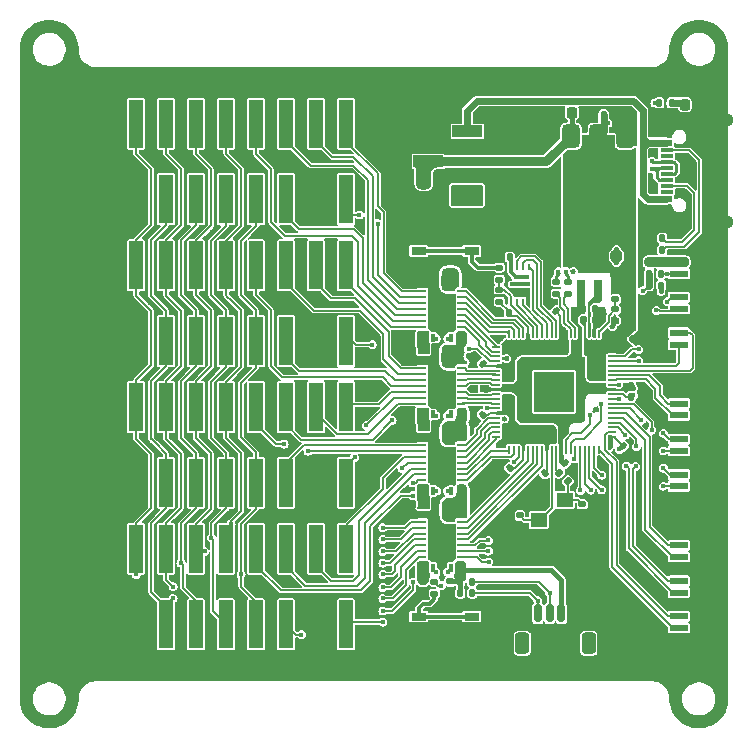
<source format=gbr>
%TF.GenerationSoftware,KiCad,Pcbnew,8.0.8*%
%TF.CreationDate,2025-05-20T22:02:41+02:00*%
%TF.ProjectId,Bernd_V1,4265726e-645f-4563-912e-6b696361645f,REV3*%
%TF.SameCoordinates,Original*%
%TF.FileFunction,Copper,L1,Top*%
%TF.FilePolarity,Positive*%
%FSLAX46Y46*%
G04 Gerber Fmt 4.6, Leading zero omitted, Abs format (unit mm)*
G04 Created by KiCad (PCBNEW 8.0.8) date 2025-05-20 22:02:41*
%MOMM*%
%LPD*%
G01*
G04 APERTURE LIST*
G04 Aperture macros list*
%AMRoundRect*
0 Rectangle with rounded corners*
0 $1 Rounding radius*
0 $2 $3 $4 $5 $6 $7 $8 $9 X,Y pos of 4 corners*
0 Add a 4 corners polygon primitive as box body*
4,1,4,$2,$3,$4,$5,$6,$7,$8,$9,$2,$3,0*
0 Add four circle primitives for the rounded corners*
1,1,$1+$1,$2,$3*
1,1,$1+$1,$4,$5*
1,1,$1+$1,$6,$7*
1,1,$1+$1,$8,$9*
0 Add four rect primitives between the rounded corners*
20,1,$1+$1,$2,$3,$4,$5,0*
20,1,$1+$1,$4,$5,$6,$7,0*
20,1,$1+$1,$6,$7,$8,$9,0*
20,1,$1+$1,$8,$9,$2,$3,0*%
G04 Aperture macros list end*
%TA.AperFunction,SMDPad,CuDef*%
%ADD10RoundRect,0.140000X0.021213X-0.219203X0.219203X-0.021213X-0.021213X0.219203X-0.219203X0.021213X0*%
%TD*%
%TA.AperFunction,SMDPad,CuDef*%
%ADD11RoundRect,0.135000X0.135000X0.185000X-0.135000X0.185000X-0.135000X-0.185000X0.135000X-0.185000X0*%
%TD*%
%TA.AperFunction,SMDPad,CuDef*%
%ADD12RoundRect,0.135000X-0.185000X0.135000X-0.185000X-0.135000X0.185000X-0.135000X0.185000X0.135000X0*%
%TD*%
%TA.AperFunction,SMDPad,CuDef*%
%ADD13RoundRect,0.150000X0.150000X0.625000X-0.150000X0.625000X-0.150000X-0.625000X0.150000X-0.625000X0*%
%TD*%
%TA.AperFunction,SMDPad,CuDef*%
%ADD14RoundRect,0.250000X0.350000X0.650000X-0.350000X0.650000X-0.350000X-0.650000X0.350000X-0.650000X0*%
%TD*%
%TA.AperFunction,SMDPad,CuDef*%
%ADD15R,0.335992X0.664999*%
%TD*%
%TA.AperFunction,SMDPad,CuDef*%
%ADD16R,0.664999X0.280010*%
%TD*%
%TA.AperFunction,SMDPad,CuDef*%
%ADD17R,2.050013X3.050013*%
%TD*%
%TA.AperFunction,SMDPad,CuDef*%
%ADD18R,1.200000X4.100000*%
%TD*%
%TA.AperFunction,SMDPad,CuDef*%
%ADD19RoundRect,0.140000X-0.140000X-0.170000X0.140000X-0.170000X0.140000X0.170000X-0.140000X0.170000X0*%
%TD*%
%TA.AperFunction,SMDPad,CuDef*%
%ADD20RoundRect,0.140000X-0.219203X-0.021213X-0.021213X-0.219203X0.219203X0.021213X0.021213X0.219203X0*%
%TD*%
%TA.AperFunction,SMDPad,CuDef*%
%ADD21RoundRect,0.135000X-0.135000X-0.185000X0.135000X-0.185000X0.135000X0.185000X-0.135000X0.185000X0*%
%TD*%
%TA.AperFunction,SMDPad,CuDef*%
%ADD22R,1.300000X0.700000*%
%TD*%
%TA.AperFunction,SMDPad,CuDef*%
%ADD23RoundRect,0.140000X0.140000X0.170000X-0.140000X0.170000X-0.140000X-0.170000X0.140000X-0.170000X0*%
%TD*%
%TA.AperFunction,SMDPad,CuDef*%
%ADD24RoundRect,0.140000X-0.170000X0.140000X-0.170000X-0.140000X0.170000X-0.140000X0.170000X0.140000X0*%
%TD*%
%TA.AperFunction,SMDPad,CuDef*%
%ADD25R,1.025032X0.550010*%
%TD*%
%TA.AperFunction,SMDPad,CuDef*%
%ADD26R,1.025032X0.550012*%
%TD*%
%TA.AperFunction,SMDPad,CuDef*%
%ADD27R,1.100000X0.300000*%
%TD*%
%TA.AperFunction,ComponentPad*%
%ADD28O,2.000000X1.100000*%
%TD*%
%TA.AperFunction,ComponentPad*%
%ADD29O,1.800000X1.200000*%
%TD*%
%TA.AperFunction,SMDPad,CuDef*%
%ADD30RoundRect,0.225000X-0.225000X-0.250000X0.225000X-0.250000X0.225000X0.250000X-0.225000X0.250000X0*%
%TD*%
%TA.AperFunction,SMDPad,CuDef*%
%ADD31RoundRect,0.375000X-0.375000X0.625000X-0.375000X-0.625000X0.375000X-0.625000X0.375000X0.625000X0*%
%TD*%
%TA.AperFunction,SMDPad,CuDef*%
%ADD32RoundRect,0.500000X-1.400000X0.500000X-1.400000X-0.500000X1.400000X-0.500000X1.400000X0.500000X0*%
%TD*%
%TA.AperFunction,SMDPad,CuDef*%
%ADD33R,1.550013X0.600000*%
%TD*%
%TA.AperFunction,SMDPad,CuDef*%
%ADD34R,1.261722X1.500000*%
%TD*%
%TA.AperFunction,SMDPad,CuDef*%
%ADD35R,0.700000X1.600000*%
%TD*%
%TA.AperFunction,SMDPad,CuDef*%
%ADD36RoundRect,0.140000X-0.021213X0.219203X-0.219203X0.021213X0.021213X-0.219203X0.219203X-0.021213X0*%
%TD*%
%TA.AperFunction,SMDPad,CuDef*%
%ADD37RoundRect,0.140000X0.170000X-0.140000X0.170000X0.140000X-0.170000X0.140000X-0.170000X-0.140000X0*%
%TD*%
%TA.AperFunction,SMDPad,CuDef*%
%ADD38RoundRect,0.135000X0.185000X-0.135000X0.185000X0.135000X-0.185000X0.135000X-0.185000X-0.135000X0*%
%TD*%
%TA.AperFunction,SMDPad,CuDef*%
%ADD39RoundRect,0.140000X0.219203X0.021213X0.021213X0.219203X-0.219203X-0.021213X-0.021213X-0.219203X0*%
%TD*%
%TA.AperFunction,SMDPad,CuDef*%
%ADD40R,0.280010X0.600000*%
%TD*%
%TA.AperFunction,SMDPad,CuDef*%
%ADD41R,1.700000X0.300000*%
%TD*%
%TA.AperFunction,SMDPad,CuDef*%
%ADD42RoundRect,0.225000X0.250000X-0.225000X0.250000X0.225000X-0.250000X0.225000X-0.250000X-0.225000X0*%
%TD*%
%TA.AperFunction,SMDPad,CuDef*%
%ADD43RoundRect,0.135000X-0.226274X-0.035355X-0.035355X-0.226274X0.226274X0.035355X0.035355X0.226274X0*%
%TD*%
%TA.AperFunction,SMDPad,CuDef*%
%ADD44R,1.400000X1.200000*%
%TD*%
%TA.AperFunction,SMDPad,CuDef*%
%ADD45RoundRect,0.218750X0.218750X0.256250X-0.218750X0.256250X-0.218750X-0.256250X0.218750X-0.256250X0*%
%TD*%
%TA.AperFunction,SMDPad,CuDef*%
%ADD46R,0.664999X0.200000*%
%TD*%
%TA.AperFunction,SMDPad,CuDef*%
%ADD47R,0.200000X0.664999*%
%TD*%
%TA.AperFunction,SMDPad,CuDef*%
%ADD48R,3.400000X3.400000*%
%TD*%
%TA.AperFunction,SMDPad,CuDef*%
%ADD49R,2.510000X1.000000*%
%TD*%
%TA.AperFunction,ViaPad*%
%ADD50C,0.450000*%
%TD*%
%TA.AperFunction,Conductor*%
%ADD51C,0.150000*%
%TD*%
%TA.AperFunction,Conductor*%
%ADD52C,0.300000*%
%TD*%
%TA.AperFunction,Conductor*%
%ADD53C,0.400000*%
%TD*%
%TA.AperFunction,Conductor*%
%ADD54C,0.600000*%
%TD*%
%TA.AperFunction,Conductor*%
%ADD55C,0.200000*%
%TD*%
%TA.AperFunction,Conductor*%
%ADD56C,0.800000*%
%TD*%
%TA.AperFunction,Conductor*%
%ADD57C,0.267208*%
%TD*%
G04 APERTURE END LIST*
D10*
%TO.P,C24,1*%
%TO.N,+3V3*%
X51250589Y32280589D03*
%TO.P,C24,2*%
%TO.N,GND*%
X51929411Y32959411D03*
%TD*%
D11*
%TO.P,R5,1*%
%TO.N,+3V3*%
X54310000Y37500000D03*
%TO.P,R5,2*%
%TO.N,/RUN*%
X53290000Y37500000D03*
%TD*%
D12*
%TO.P,R8,1*%
%TO.N,USB_PORT_DN*%
X46390000Y37810000D03*
%TO.P,R8,2*%
%TO.N,USB_MCU_DN*%
X46390000Y36790000D03*
%TD*%
D13*
%TO.P,J2,1,Pin_1*%
%TO.N,GND*%
X46870000Y9745000D03*
%TO.P,J2,2,Pin_2*%
%TO.N,+3V3*%
X45870000Y9745000D03*
%TO.P,J2,3,Pin_3*%
%TO.N,SDA_NODE*%
X44870000Y9745000D03*
%TO.P,J2,4,Pin_4*%
%TO.N,SCL_NODE*%
X43870000Y9745000D03*
D14*
%TO.P,J2,MP*%
%TO.N,N/C*%
X48170000Y7220000D03*
X42570000Y7220000D03*
%TD*%
D15*
%TO.P,U12,1,A1*%
%TO.N,MCU_B42*%
X36500064Y20092520D03*
D16*
%TO.P,U12,2,VCCA*%
%TO.N,+3V3*%
X37407607Y20499936D03*
%TO.P,U12,3,A2*%
%TO.N,MCU_G42*%
X37407607Y21000064D03*
%TO.P,U12,4,A3*%
%TO.N,MCU_R42*%
X37407607Y21499936D03*
%TO.P,U12,5,A4*%
%TO.N,MCU_B41*%
X37407607Y22000064D03*
%TO.P,U12,6,A5*%
%TO.N,MCU_G41*%
X37407607Y22499936D03*
%TO.P,U12,7,A6*%
%TO.N,MCU_R41*%
X37407607Y23000064D03*
%TO.P,U12,8,A7*%
%TO.N,MCU_B32*%
X37407607Y23499936D03*
%TO.P,U12,9,A8*%
%TO.N,MCU_G32*%
X37407607Y24000064D03*
D15*
%TO.P,U12,10,OE*%
%TO.N,+3V3*%
X36500064Y24407480D03*
%TO.P,U12,11,GND*%
%TO.N,GND*%
X34999936Y24407480D03*
D16*
%TO.P,U12,12,B8*%
%TO.N,HUB_G32*%
X34092393Y24000064D03*
%TO.P,U12,13,B7*%
%TO.N,HUB_B32*%
X34092393Y23499936D03*
%TO.P,U12,14,B6*%
%TO.N,HUB_R41*%
X34092393Y23000064D03*
%TO.P,U12,15,B5*%
%TO.N,HUB_G41*%
X34092393Y22499936D03*
%TO.P,U12,16,B4*%
%TO.N,HUB_B41*%
X34092393Y22000064D03*
%TO.P,U12,17,B3*%
%TO.N,HUB_R42*%
X34092393Y21499936D03*
%TO.P,U12,18,B2*%
%TO.N,HUB_G42*%
X34092393Y21000064D03*
%TO.P,U12,19,VCCB*%
%TO.N,+5V*%
X34092393Y20499936D03*
D15*
%TO.P,U12,20,B1*%
%TO.N,HUB_B42*%
X34999936Y20092520D03*
D17*
%TO.P,U12,21,EP*%
%TO.N,GND*%
X35750000Y22250000D03*
%TD*%
D12*
%TO.P,R7,1*%
%TO.N,USB_PORT_DP*%
X45450000Y37810000D03*
%TO.P,R7,2*%
%TO.N,USB_MCU_DP*%
X45450000Y36790000D03*
%TD*%
D18*
%TO.P,U8,1,1*%
%TO.N,HUB_R41*%
X27640018Y15200025D03*
%TO.P,U8,2,2*%
%TO.N,HUB_G41*%
X27640018Y8799975D03*
%TO.P,U8,3,3*%
%TO.N,HUB_B41*%
X25100013Y15200025D03*
%TO.P,U8,4,4*%
%TO.N,GND*%
X25100013Y8799975D03*
%TO.P,U8,5,5*%
%TO.N,HUB_R42*%
X22560008Y15200025D03*
%TO.P,U8,6,6*%
%TO.N,HUB_G42*%
X22560008Y8799975D03*
%TO.P,U8,7,7*%
%TO.N,HUB_B42*%
X20020003Y15200025D03*
%TO.P,U8,8,8*%
%TO.N,HUB_E*%
X20020003Y8799975D03*
%TO.P,U8,9,9*%
%TO.N,HUB_A*%
X17479997Y15200025D03*
%TO.P,U8,10,10*%
%TO.N,HUB_B*%
X17479997Y8799975D03*
%TO.P,U8,11,11*%
%TO.N,HUB_C*%
X14939992Y15200025D03*
%TO.P,U8,12,12*%
%TO.N,HUB_D*%
X14939992Y8799975D03*
%TO.P,U8,13,13*%
%TO.N,HUB_CLK*%
X12399987Y15200025D03*
%TO.P,U8,14,14*%
%TO.N,HUB_LAT*%
X12399987Y8799975D03*
%TO.P,U8,15,15*%
%TO.N,HUB_OE*%
X9859982Y15200025D03*
%TO.P,U8,16,16*%
%TO.N,GND*%
X9859982Y8799975D03*
%TD*%
D11*
%TO.P,R14,1*%
%TO.N,/CC2*%
X54410000Y40500000D03*
%TO.P,R14,2*%
%TO.N,GND*%
X53390000Y40500000D03*
%TD*%
D19*
%TO.P,C19,1*%
%TO.N,+3V3*%
X49440000Y51970000D03*
%TO.P,C19,2*%
%TO.N,GND*%
X50400000Y51970000D03*
%TD*%
D20*
%TO.P,C10,1*%
%TO.N,+1V1*%
X46180589Y22449411D03*
%TO.P,C10,2*%
%TO.N,GND*%
X46859411Y21770589D03*
%TD*%
D21*
%TO.P,C7,1*%
%TO.N,+1V1*%
X47730000Y35540000D03*
%TO.P,C7,2*%
%TO.N,GND*%
X48750000Y35540000D03*
%TD*%
D22*
%TO.P,U16,1,1*%
%TO.N,BTN_BOOT*%
X38274987Y40424943D03*
%TO.P,U16,2,2*%
X33775013Y40424943D03*
%TO.P,U16,3,3*%
%TO.N,GND*%
X38274987Y42575057D03*
%TO.P,U16,4,4*%
X33775013Y42575057D03*
%TD*%
D23*
%TO.P,C5,1*%
%TO.N,+5V*%
X34230000Y25500000D03*
%TO.P,C5,2*%
%TO.N,GND*%
X33270000Y25500000D03*
%TD*%
%TO.P,C26,1*%
%TO.N,+3V3*%
X36230000Y25500000D03*
%TO.P,C26,2*%
%TO.N,GND*%
X35270000Y25500000D03*
%TD*%
D19*
%TO.P,C16,1*%
%TO.N,+3V3*%
X51745000Y28075000D03*
%TO.P,C16,2*%
%TO.N,GND*%
X52705000Y28075000D03*
%TD*%
D18*
%TO.P,U6,1,1*%
%TO.N,HUB_R21*%
X27640018Y39200025D03*
%TO.P,U6,2,2*%
%TO.N,HUB_G21*%
X27640018Y32799975D03*
%TO.P,U6,3,3*%
%TO.N,HUB_B21*%
X25100013Y39200025D03*
%TO.P,U6,4,4*%
%TO.N,GND*%
X25100013Y32799975D03*
%TO.P,U6,5,5*%
%TO.N,HUB_R22*%
X22560008Y39200025D03*
%TO.P,U6,6,6*%
%TO.N,HUB_G22*%
X22560008Y32799975D03*
%TO.P,U6,7,7*%
%TO.N,HUB_B22*%
X20020003Y39200025D03*
%TO.P,U6,8,8*%
%TO.N,HUB_E*%
X20020003Y32799975D03*
%TO.P,U6,9,9*%
%TO.N,HUB_A*%
X17479997Y39200025D03*
%TO.P,U6,10,10*%
%TO.N,HUB_B*%
X17479997Y32799975D03*
%TO.P,U6,11,11*%
%TO.N,HUB_C*%
X14939992Y39200025D03*
%TO.P,U6,12,12*%
%TO.N,HUB_D*%
X14939992Y32799975D03*
%TO.P,U6,13,13*%
%TO.N,HUB_CLK*%
X12399987Y39200025D03*
%TO.P,U6,14,14*%
%TO.N,HUB_LAT*%
X12399987Y32799975D03*
%TO.P,U6,15,15*%
%TO.N,HUB_OE*%
X9859982Y39200025D03*
%TO.P,U6,16,16*%
%TO.N,GND*%
X9859982Y32799975D03*
%TD*%
D21*
%TO.P,R12,1*%
%TO.N,+3V3*%
X37300000Y11470000D03*
%TO.P,R12,2*%
%TO.N,SCL_NODE*%
X38320000Y11470000D03*
%TD*%
D15*
%TO.P,U9,1,A1*%
%TO.N,MCU_OE*%
X36500064Y13592520D03*
D16*
%TO.P,U9,2,VCCA*%
%TO.N,+3V3*%
X37407607Y13999936D03*
%TO.P,U9,3,A2*%
%TO.N,MCU_LAT*%
X37407607Y14500064D03*
%TO.P,U9,4,A3*%
%TO.N,MCU_CLK*%
X37407607Y14999936D03*
%TO.P,U9,5,A4*%
%TO.N,MCU_E*%
X37407607Y15500064D03*
%TO.P,U9,6,A5*%
%TO.N,MCU_D*%
X37407607Y15999936D03*
%TO.P,U9,7,A6*%
%TO.N,MCU_C*%
X37407607Y16500064D03*
%TO.P,U9,8,A7*%
%TO.N,MCU_B*%
X37407607Y16999936D03*
%TO.P,U9,9,A8*%
%TO.N,MCU_A*%
X37407607Y17500064D03*
D15*
%TO.P,U9,10,OE*%
%TO.N,+3V3*%
X36500064Y17907480D03*
%TO.P,U9,11,GND*%
%TO.N,GND*%
X34999936Y17907480D03*
D16*
%TO.P,U9,12,B8*%
%TO.N,HUB_A*%
X34092393Y17500064D03*
%TO.P,U9,13,B7*%
%TO.N,HUB_B*%
X34092393Y16999936D03*
%TO.P,U9,14,B6*%
%TO.N,HUB_C*%
X34092393Y16500064D03*
%TO.P,U9,15,B5*%
%TO.N,HUB_D*%
X34092393Y15999936D03*
%TO.P,U9,16,B4*%
%TO.N,HUB_E*%
X34092393Y15500064D03*
%TO.P,U9,17,B3*%
%TO.N,HUB_CLK*%
X34092393Y14999936D03*
%TO.P,U9,18,B2*%
%TO.N,HUB_LAT*%
X34092393Y14500064D03*
%TO.P,U9,19,VCCB*%
%TO.N,+5V*%
X34092393Y13999936D03*
D15*
%TO.P,U9,20,B1*%
%TO.N,HUB_OE*%
X34999936Y13592520D03*
D17*
%TO.P,U9,21,EP*%
%TO.N,GND*%
X35750000Y15750000D03*
%TD*%
D24*
%TO.P,C4,1*%
%TO.N,Net-(C4-Pad1)*%
X47640000Y18980000D03*
%TO.P,C4,2*%
%TO.N,GND*%
X47640000Y18020000D03*
%TD*%
D25*
%TO.P,J3,1,GND*%
%TO.N,GND*%
X54737484Y43989976D03*
D26*
%TO.P,J3,2,VBUS*%
%TO.N,VUSB*%
X54737484Y44790076D03*
D27*
%TO.P,J3,3,SBU2*%
%TO.N,unconnected-(J3-SBU2-Pad3)*%
X54774968Y45440064D03*
%TO.P,J3,4,CC1*%
%TO.N,/CC1*%
X54774968Y45940191D03*
%TO.P,J3,5,DN2*%
%TO.N,USB_PORT_DN*%
X54774968Y46440064D03*
%TO.P,J3,6,DP1*%
%TO.N,USB_PORT_DP*%
X54774968Y46939936D03*
%TO.P,J3,7,DN1*%
%TO.N,USB_PORT_DN*%
X54774968Y47440064D03*
%TO.P,J3,8,DP2*%
%TO.N,USB_PORT_DP*%
X54774968Y47939936D03*
%TO.P,J3,9,SBU1*%
%TO.N,unconnected-(J3-SBU1-Pad9)*%
X54774968Y48440064D03*
%TO.P,J3,10,CC2*%
%TO.N,/CC2*%
X54774968Y48940191D03*
D26*
%TO.P,J3,11,VBUS*%
%TO.N,VUSB*%
X54737484Y49590178D03*
%TO.P,J3,12,GND*%
%TO.N,GND*%
X54737484Y50390025D03*
D28*
%TO.P,J3,13,SHELL*%
X55324879Y42865006D03*
D29*
X59525032Y42865006D03*
D28*
%TO.P,J3,14,SHELL*%
X55324879Y51514994D03*
D29*
X59525032Y51514994D03*
%TD*%
D21*
%TO.P,C6,1*%
%TO.N,+3V3*%
X47730000Y34600000D03*
%TO.P,C6,2*%
%TO.N,GND*%
X48750000Y34600000D03*
%TD*%
D30*
%TO.P,C27,1*%
%TO.N,+5V*%
X46755000Y52130000D03*
%TO.P,C27,2*%
%TO.N,GND*%
X48305000Y52130000D03*
%TD*%
D31*
%TO.P,U13,1,GND*%
%TO.N,GND*%
X51280000Y50140000D03*
%TO.P,U13,2,VO*%
%TO.N,+3V3*%
X48980000Y50140000D03*
D32*
X48980000Y43840000D03*
D31*
%TO.P,U13,3,VI*%
%TO.N,+5V*%
X46680000Y50140000D03*
%TD*%
D23*
%TO.P,C20,1*%
%TO.N,+3V3*%
X41480000Y39900000D03*
%TO.P,C20,2*%
%TO.N,GND*%
X40520000Y39900000D03*
%TD*%
D11*
%TO.P,R6,1*%
%TO.N,RESET_PORT*%
X54310000Y38500000D03*
%TO.P,R6,2*%
%TO.N,/RUN*%
X53290000Y38500000D03*
%TD*%
D15*
%TO.P,U11,1,A1*%
%TO.N,MCU_R32*%
X36500064Y26592520D03*
D16*
%TO.P,U11,2,VCCA*%
%TO.N,+3V3*%
X37407607Y26999936D03*
%TO.P,U11,3,A2*%
%TO.N,MCU_B31*%
X37407607Y27500064D03*
%TO.P,U11,4,A3*%
%TO.N,MCU_G31*%
X37407607Y27999936D03*
%TO.P,U11,5,A4*%
%TO.N,MCU_R31*%
X37407607Y28500064D03*
%TO.P,U11,6,A5*%
%TO.N,MCU_B22*%
X37407607Y28999936D03*
%TO.P,U11,7,A6*%
%TO.N,MCU_G22*%
X37407607Y29500064D03*
%TO.P,U11,8,A7*%
%TO.N,MCU_R22*%
X37407607Y29999936D03*
%TO.P,U11,9,A8*%
%TO.N,MCU_B21*%
X37407607Y30500064D03*
D15*
%TO.P,U11,10,OE*%
%TO.N,+3V3*%
X36500064Y30907480D03*
%TO.P,U11,11,GND*%
%TO.N,GND*%
X34999936Y30907480D03*
D16*
%TO.P,U11,12,B8*%
%TO.N,HUB_B21*%
X34092393Y30500064D03*
%TO.P,U11,13,B7*%
%TO.N,HUB_R22*%
X34092393Y29999936D03*
%TO.P,U11,14,B6*%
%TO.N,HUB_G22*%
X34092393Y29500064D03*
%TO.P,U11,15,B5*%
%TO.N,HUB_B22*%
X34092393Y28999936D03*
%TO.P,U11,16,B4*%
%TO.N,HUB_R31*%
X34092393Y28500064D03*
%TO.P,U11,17,B3*%
%TO.N,HUB_G31*%
X34092393Y27999936D03*
%TO.P,U11,18,B2*%
%TO.N,HUB_B31*%
X34092393Y27500064D03*
%TO.P,U11,19,VCCB*%
%TO.N,+5V*%
X34092393Y26999936D03*
D15*
%TO.P,U11,20,B1*%
%TO.N,HUB_R32*%
X34999936Y26592520D03*
D17*
%TO.P,U11,21,EP*%
%TO.N,GND*%
X35750000Y28750000D03*
%TD*%
D33*
%TO.P,U15,1,1*%
%TO.N,RX_NODE*%
X55813246Y32500127D03*
%TO.P,U15,2,2*%
%TO.N,TX_NODE*%
X55811721Y33498095D03*
%TO.P,U15,3,3*%
%TO.N,GND*%
X55811722Y34498095D03*
%TO.P,U15,4,4*%
%TO.N,CLK_PORT*%
X55811722Y35498095D03*
%TO.P,U15,5,5*%
%TO.N,DIO_PORT*%
X55813246Y36500127D03*
%TO.P,U15,6,6*%
%TO.N,GND*%
X55811722Y37498096D03*
%TO.P,U15,7,7*%
%TO.N,RESET_PORT*%
X55811722Y38498094D03*
%TO.P,U15,8,8*%
%TO.N,VDBG*%
X55813246Y39499873D03*
D34*
%TO.P,U15,9,9*%
%TO.N,GND*%
X59319139Y40800102D03*
%TO.P,U15,10,10*%
X59319139Y31199898D03*
%TD*%
D11*
%TO.P,R13,1*%
%TO.N,/CC1*%
X54410000Y41500000D03*
%TO.P,R13,2*%
%TO.N,GND*%
X53390000Y41500000D03*
%TD*%
D23*
%TO.P,C25,1*%
%TO.N,+3V3*%
X41435000Y35158750D03*
%TO.P,C25,2*%
%TO.N,GND*%
X40475000Y35158750D03*
%TD*%
D35*
%TO.P,L1,1,1*%
%TO.N,+1V1*%
X47540000Y37150000D03*
%TO.P,L1,2,2*%
%TO.N,/VREG_LX*%
X48940000Y37150000D03*
%TD*%
D36*
%TO.P,C21,1*%
%TO.N,+3V3*%
X41479411Y22039411D03*
%TO.P,C21,2*%
%TO.N,GND*%
X40800589Y21360589D03*
%TD*%
%TO.P,C17,1*%
%TO.N,+3V3*%
X39209411Y26569411D03*
%TO.P,C17,2*%
%TO.N,GND*%
X38530589Y25890589D03*
%TD*%
D20*
%TO.P,C18,1*%
%TO.N,+3V3*%
X51085589Y23914411D03*
%TO.P,C18,2*%
%TO.N,GND*%
X51764411Y23235589D03*
%TD*%
D33*
%TO.P,U4,1,1*%
%TO.N,EXT_07*%
X55813246Y20500127D03*
%TO.P,U4,2,2*%
%TO.N,EXT_08*%
X55811721Y21498095D03*
%TO.P,U4,3,3*%
%TO.N,GND*%
X55811722Y22498095D03*
%TO.P,U4,4,4*%
%TO.N,EXT_09*%
X55811722Y23498095D03*
%TO.P,U4,5,5*%
%TO.N,EXT_10*%
X55813246Y24500127D03*
%TO.P,U4,6,6*%
%TO.N,GND*%
X55811722Y25498096D03*
%TO.P,U4,7,7*%
%TO.N,EXT_11*%
X55811722Y26498094D03*
%TO.P,U4,8,8*%
%TO.N,EXT_12*%
X55813246Y27499873D03*
D34*
%TO.P,U4,9,9*%
%TO.N,GND*%
X59319139Y28800102D03*
%TO.P,U4,10,10*%
X59319139Y19199898D03*
%TD*%
D37*
%TO.P,C3,1*%
%TO.N,/XIN*%
X42360000Y18030000D03*
%TO.P,C3,2*%
%TO.N,GND*%
X42360000Y18990000D03*
%TD*%
D38*
%TO.P,R15,1*%
%TO.N,BTN_RESET*%
X35100000Y11415000D03*
%TO.P,R15,2*%
%TO.N,RESET_PORT*%
X35100000Y12435000D03*
%TD*%
D23*
%TO.P,C1,1*%
%TO.N,+5V*%
X34230000Y32000000D03*
%TO.P,C1,2*%
%TO.N,GND*%
X33270000Y32000000D03*
%TD*%
%TO.P,C2,1*%
%TO.N,+3V3*%
X36195000Y32000000D03*
%TO.P,C2,2*%
%TO.N,GND*%
X35235000Y32000000D03*
%TD*%
D39*
%TO.P,C15,1*%
%TO.N,+3V3*%
X39219411Y30890589D03*
%TO.P,C15,2*%
%TO.N,GND*%
X38540589Y31569411D03*
%TD*%
D23*
%TO.P,C22,1*%
%TO.N,+5V*%
X34230000Y19010000D03*
%TO.P,C22,2*%
%TO.N,GND*%
X33270000Y19010000D03*
%TD*%
D24*
%TO.P,C29,1*%
%TO.N,+5V*%
X34170000Y12405000D03*
%TO.P,C29,2*%
%TO.N,GND*%
X34170000Y11445000D03*
%TD*%
D40*
%TO.P,U2,1,CS#*%
%TO.N,/FLASH_SS*%
X41599936Y36092507D03*
%TO.P,U2,2,SD1*%
%TO.N,/QSPI_SD1*%
X42100064Y36092507D03*
%TO.P,U2,3,SD2*%
%TO.N,/QSPI_SD2*%
X42599936Y36092507D03*
%TO.P,U2,4,GND*%
%TO.N,GND*%
X43100064Y36092507D03*
%TO.P,U2,5,SD0*%
%TO.N,/QSPI_SD0*%
X43100064Y39107493D03*
%TO.P,U2,6,CLK*%
%TO.N,/QSPI_SCLK*%
X42599936Y39107493D03*
%TO.P,U2,7,SD3*%
%TO.N,/QSPI_SD3*%
X42100064Y39107493D03*
%TO.P,U2,8,VCC*%
%TO.N,+3V3*%
X41599936Y39107493D03*
D41*
%TO.P,U2,9,EP*%
%TO.N,unconnected-(U2-EP-Pad9)*%
X42350000Y37600000D03*
%TD*%
D24*
%TO.P,C30,1*%
%TO.N,+3V3*%
X36410000Y12440000D03*
%TO.P,C30,2*%
%TO.N,GND*%
X36410000Y11480000D03*
%TD*%
D22*
%TO.P,U17,1,1*%
%TO.N,BTN_RESET*%
X33775013Y9475057D03*
%TO.P,U17,2,2*%
X38274987Y9475057D03*
%TO.P,U17,3,3*%
%TO.N,GND*%
X33775013Y7324943D03*
%TO.P,U17,4,4*%
X38274987Y7324943D03*
%TD*%
D42*
%TO.P,C28,1*%
%TO.N,+3V3*%
X50520000Y38435000D03*
%TO.P,C28,2*%
%TO.N,GND*%
X50520000Y39985000D03*
%TD*%
D43*
%TO.P,R2,1*%
%TO.N,/XOUT*%
X45679376Y21640624D03*
%TO.P,R2,2*%
%TO.N,Net-(C4-Pad1)*%
X46400624Y20919376D03*
%TD*%
D23*
%TO.P,C14,1*%
%TO.N,+3V3*%
X36195000Y38500000D03*
%TO.P,C14,2*%
%TO.N,GND*%
X35235000Y38500000D03*
%TD*%
D15*
%TO.P,U10,1,A1*%
%TO.N,MCU_G21*%
X36500064Y33092520D03*
D16*
%TO.P,U10,2,VCCA*%
%TO.N,+3V3*%
X37407607Y33499936D03*
%TO.P,U10,3,A2*%
%TO.N,MCU_R21*%
X37407607Y34000064D03*
%TO.P,U10,4,A3*%
%TO.N,MCU_B12*%
X37407607Y34499936D03*
%TO.P,U10,5,A4*%
%TO.N,MCU_G12*%
X37407607Y35000064D03*
%TO.P,U10,6,A5*%
%TO.N,MCU_R12*%
X37407607Y35499936D03*
%TO.P,U10,7,A6*%
%TO.N,MCU_B11*%
X37407607Y36000064D03*
%TO.P,U10,8,A7*%
%TO.N,MCU_G11*%
X37407607Y36499936D03*
%TO.P,U10,9,A8*%
%TO.N,MCU_R11*%
X37407607Y37000064D03*
D15*
%TO.P,U10,10,OE*%
%TO.N,+3V3*%
X36500064Y37407480D03*
%TO.P,U10,11,GND*%
%TO.N,GND*%
X34999936Y37407480D03*
D16*
%TO.P,U10,12,B8*%
%TO.N,HUB_R11*%
X34092393Y37000064D03*
%TO.P,U10,13,B7*%
%TO.N,HUB_G11*%
X34092393Y36499936D03*
%TO.P,U10,14,B6*%
%TO.N,HUB_B11*%
X34092393Y36000064D03*
%TO.P,U10,15,B5*%
%TO.N,HUB_R12*%
X34092393Y35499936D03*
%TO.P,U10,16,B4*%
%TO.N,HUB_G12*%
X34092393Y35000064D03*
%TO.P,U10,17,B3*%
%TO.N,HUB_B12*%
X34092393Y34499936D03*
%TO.P,U10,18,B2*%
%TO.N,HUB_R21*%
X34092393Y34000064D03*
%TO.P,U10,19,VCCB*%
%TO.N,+5V*%
X34092393Y33499936D03*
D15*
%TO.P,U10,20,B1*%
%TO.N,HUB_G21*%
X34999936Y33092520D03*
D17*
%TO.P,U10,21,EP*%
%TO.N,GND*%
X35750000Y35250000D03*
%TD*%
D12*
%TO.P,R4,1*%
%TO.N,BTN_BOOT*%
X40620000Y39020000D03*
%TO.P,R4,2*%
%TO.N,/FLASH_SS*%
X40620000Y38000000D03*
%TD*%
D36*
%TO.P,C13,1*%
%TO.N,+3V3*%
X44459411Y21599411D03*
%TO.P,C13,2*%
%TO.N,GND*%
X43780589Y20920589D03*
%TD*%
D33*
%TO.P,U3,1,1*%
%TO.N,EXT_01*%
X55813246Y8500127D03*
%TO.P,U3,2,2*%
%TO.N,EXT_02*%
X55811721Y9498095D03*
%TO.P,U3,3,3*%
%TO.N,GND*%
X55811722Y10498095D03*
%TO.P,U3,4,4*%
%TO.N,EXT_03*%
X55811722Y11498095D03*
%TO.P,U3,5,5*%
%TO.N,EXT_04*%
X55813246Y12500127D03*
%TO.P,U3,6,6*%
%TO.N,GND*%
X55811722Y13498096D03*
%TO.P,U3,7,7*%
%TO.N,EXT_05*%
X55811722Y14498094D03*
%TO.P,U3,8,8*%
%TO.N,EXT_06*%
X55813246Y15499873D03*
D34*
%TO.P,U3,9,9*%
%TO.N,GND*%
X59319139Y16800102D03*
%TO.P,U3,10,10*%
X59319139Y7199898D03*
%TD*%
D44*
%TO.P,Y1,1,1*%
%TO.N,/XIN*%
X43939924Y17649987D03*
%TO.P,Y1,2,2*%
%TO.N,GND*%
X46140076Y17649987D03*
%TO.P,Y1,3,3*%
%TO.N,Net-(C4-Pad1)*%
X46140076Y19350013D03*
%TO.P,Y1,4,4*%
%TO.N,GND*%
X43939924Y19350013D03*
%TD*%
D18*
%TO.P,U5,1,1*%
%TO.N,HUB_R11*%
X27640018Y51200025D03*
%TO.P,U5,2,2*%
%TO.N,HUB_G11*%
X27640018Y44799975D03*
%TO.P,U5,3,3*%
%TO.N,HUB_B11*%
X25100013Y51200025D03*
%TO.P,U5,4,4*%
%TO.N,GND*%
X25100013Y44799975D03*
%TO.P,U5,5,5*%
%TO.N,HUB_R12*%
X22560008Y51200025D03*
%TO.P,U5,6,6*%
%TO.N,HUB_G12*%
X22560008Y44799975D03*
%TO.P,U5,7,7*%
%TO.N,HUB_B12*%
X20020003Y51200025D03*
%TO.P,U5,8,8*%
%TO.N,HUB_E*%
X20020003Y44799975D03*
%TO.P,U5,9,9*%
%TO.N,HUB_A*%
X17479997Y51200025D03*
%TO.P,U5,10,10*%
%TO.N,HUB_B*%
X17479997Y44799975D03*
%TO.P,U5,11,11*%
%TO.N,HUB_C*%
X14939992Y51200025D03*
%TO.P,U5,12,12*%
%TO.N,HUB_D*%
X14939992Y44799975D03*
%TO.P,U5,13,13*%
%TO.N,HUB_CLK*%
X12399987Y51200025D03*
%TO.P,U5,14,14*%
%TO.N,HUB_LAT*%
X12399987Y44799975D03*
%TO.P,U5,15,15*%
%TO.N,HUB_OE*%
X9859982Y51200025D03*
%TO.P,U5,16,16*%
%TO.N,GND*%
X9859982Y44799975D03*
%TD*%
D11*
%TO.P,R10,1*%
%TO.N,/PWR_LED*%
X55190000Y52970000D03*
%TO.P,R10,2*%
%TO.N,+3V3*%
X54170000Y52970000D03*
%TD*%
D45*
%TO.P,D1,1,K*%
%TO.N,GND*%
X57877500Y52820000D03*
%TO.P,D1,2,A*%
%TO.N,/PWR_LED*%
X56302500Y52820000D03*
%TD*%
D23*
%TO.P,C8,1*%
%TO.N,+1V1*%
X39490000Y28750000D03*
%TO.P,C8,2*%
%TO.N,GND*%
X38530000Y28750000D03*
%TD*%
D38*
%TO.P,R1,1*%
%TO.N,+3V3*%
X40620000Y36140000D03*
%TO.P,R1,2*%
%TO.N,/FLASH_SS*%
X40620000Y37160000D03*
%TD*%
D46*
%TO.P,U1,1,GPIO4*%
%TO.N,MCU_G12*%
X40332456Y32300102D03*
%TO.P,U1,2,GPIO5*%
%TO.N,MCU_B12*%
X40332456Y31900051D03*
%TO.P,U1,3,GPIO6*%
%TO.N,MCU_R21*%
X40332456Y31500000D03*
%TO.P,U1,4,GPIO7*%
%TO.N,MCU_G21*%
X40332456Y31099949D03*
%TO.P,U1,5,IOVDD*%
%TO.N,+3V3*%
X40332456Y30699898D03*
%TO.P,U1,6,GPIO8*%
%TO.N,MCU_B21*%
X40332456Y30300102D03*
%TO.P,U1,7,GPIO9*%
%TO.N,MCU_R22*%
X40332456Y29900051D03*
%TO.P,U1,8,GPIO10*%
%TO.N,MCU_G22*%
X40332456Y29500000D03*
%TO.P,U1,9,GPIO11*%
%TO.N,MCU_B22*%
X40332456Y29099949D03*
%TO.P,U1,10,DVDD*%
%TO.N,+1V1*%
X40332456Y28699898D03*
%TO.P,U1,11,GPIO12*%
%TO.N,MCU_R31*%
X40332456Y28300102D03*
%TO.P,U1,12,GPIO13*%
%TO.N,MCU_G31*%
X40332456Y27900051D03*
%TO.P,U1,13,GPIO14*%
%TO.N,MCU_B31*%
X40332456Y27500000D03*
%TO.P,U1,14,GPIO15*%
%TO.N,MCU_R32*%
X40332456Y27099949D03*
%TO.P,U1,15,IOVDD*%
%TO.N,+3V3*%
X40332456Y26699898D03*
%TO.P,U1,16,GPIO16*%
%TO.N,MCU_G32*%
X40332456Y26300102D03*
%TO.P,U1,17,GPIO17*%
%TO.N,MCU_B32*%
X40332456Y25900051D03*
%TO.P,U1,18,GPIO18*%
%TO.N,MCU_R41*%
X40332456Y25500000D03*
%TO.P,U1,19,GPIO19*%
%TO.N,MCU_G41*%
X40332456Y25099949D03*
%TO.P,U1,20,GPIO20*%
%TO.N,MCU_B41*%
X40332456Y24699898D03*
D47*
%TO.P,U1,21,GPIO21*%
%TO.N,MCU_R42*%
X41439898Y23592456D03*
%TO.P,U1,22,GPIO22*%
%TO.N,MCU_G42*%
X41839949Y23592456D03*
%TO.P,U1,23,GPIO23*%
%TO.N,MCU_B42*%
X42240000Y23592456D03*
%TO.P,U1,24,IOVDD*%
%TO.N,+3V3*%
X42640051Y23592456D03*
%TO.P,U1,25,GPIO24*%
%TO.N,MCU_A*%
X43040102Y23592456D03*
%TO.P,U1,26,GPIO25*%
%TO.N,MCU_B*%
X43439898Y23592456D03*
%TO.P,U1,27,GPIO26*%
%TO.N,MCU_C*%
X43839949Y23592456D03*
%TO.P,U1,28,GPIO27*%
%TO.N,MCU_D*%
X44240000Y23592456D03*
%TO.P,U1,29,IOVDD*%
%TO.N,+3V3*%
X44640051Y23592456D03*
%TO.P,U1,30,XIN*%
%TO.N,/XIN*%
X45040102Y23592456D03*
%TO.P,U1,31,XOUT*%
%TO.N,/XOUT*%
X45439898Y23592456D03*
%TO.P,U1,32,DVDD*%
%TO.N,+1V1*%
X45839949Y23592456D03*
%TO.P,U1,33,SWCLK*%
%TO.N,CLK_PORT*%
X46240000Y23592456D03*
%TO.P,U1,34,SWD*%
%TO.N,DIO_PORT*%
X46640051Y23592456D03*
%TO.P,U1,35,RUN*%
%TO.N,/RUN*%
X47040102Y23592456D03*
%TO.P,U1,36,GPIO28*%
%TO.N,MCU_E*%
X47439898Y23592456D03*
%TO.P,U1,37,GPIO29*%
%TO.N,MCU_CLK*%
X47839949Y23592456D03*
%TO.P,U1,38,GPIO30*%
%TO.N,MCU_LAT*%
X48240000Y23592456D03*
%TO.P,U1,39,GPIO31*%
%TO.N,MCU_OE*%
X48640051Y23592456D03*
%TO.P,U1,40,GPIO32*%
%TO.N,EXT_01*%
X49040102Y23592456D03*
D46*
%TO.P,U1,41,IOVDD*%
%TO.N,+3V3*%
X50147544Y24699898D03*
%TO.P,U1,42,GPIO33*%
%TO.N,EXT_02*%
X50147544Y25099949D03*
%TO.P,U1,43,GPIO34*%
%TO.N,EXT_03*%
X50147544Y25500000D03*
%TO.P,U1,44,GPIO35*%
%TO.N,EXT_04*%
X50147544Y25900051D03*
%TO.P,U1,45,GPIO36*%
%TO.N,EXT_05*%
X50147544Y26300102D03*
%TO.P,U1,46,GPIO37*%
%TO.N,EXT_06*%
X50147544Y26699898D03*
%TO.P,U1,47,GPIO38*%
%TO.N,EXT_07*%
X50147544Y27099949D03*
%TO.P,U1,48,GPIO39*%
%TO.N,EXT_08*%
X50147544Y27500000D03*
%TO.P,U1,49,GPIO40_ADC0*%
%TO.N,EXT_09*%
X50147544Y27900051D03*
%TO.P,U1,50,IOVDD*%
%TO.N,+3V3*%
X50147544Y28300102D03*
%TO.P,U1,51,DVDD*%
%TO.N,+1V1*%
X50147544Y28699898D03*
%TO.P,U1,52,GPIO41_ADC1*%
%TO.N,EXT_10*%
X50147544Y29099949D03*
%TO.P,U1,53,GPIO42_ADC2*%
%TO.N,EXT_11*%
X50147544Y29500000D03*
%TO.P,U1,54,GPIO43_ADC3*%
%TO.N,EXT_12*%
X50147544Y29900051D03*
%TO.P,U1,55,GPIO44_ADC4*%
%TO.N,TX_NODE*%
X50147544Y30300102D03*
%TO.P,U1,56,GPIO45_ADC5*%
%TO.N,RX_NODE*%
X50147544Y30699898D03*
%TO.P,U1,57,GPIO46_ADC6*%
%TO.N,SDA_NODE*%
X50147544Y31099949D03*
%TO.P,U1,58,GPIO47_ADC7*%
%TO.N,SCL_NODE*%
X50147544Y31500000D03*
%TO.P,U1,59,ADC_AVDD*%
%TO.N,+3V3*%
X50147544Y31900051D03*
%TO.P,U1,60,IOVDD*%
X50147544Y32300102D03*
D47*
%TO.P,U1,61,VREG_AVDD*%
%TO.N,/VREG_AVDD*%
X49040102Y33407544D03*
%TO.P,U1,62,VREG_PGND*%
%TO.N,GND*%
X48640051Y33407544D03*
%TO.P,U1,63,VREG_LX*%
%TO.N,/VREG_LX*%
X48240000Y33407544D03*
%TO.P,U1,64,VREG_VIN*%
%TO.N,+3V3*%
X47839949Y33407544D03*
%TO.P,U1,65,VREG_FB*%
%TO.N,+1V1*%
X47439898Y33407544D03*
%TO.P,U1,66,USB_DM*%
%TO.N,USB_MCU_DN*%
X47040102Y33407544D03*
%TO.P,U1,67,USB_DP*%
%TO.N,USB_MCU_DP*%
X46640051Y33407544D03*
%TO.P,U1,68,USB_OTP_VDD*%
%TO.N,+3V3*%
X46240000Y33407544D03*
%TO.P,U1,69,QSPI_IOVDD*%
X45839949Y33407544D03*
%TO.P,U1,70,QSPI_SD3*%
%TO.N,/QSPI_SD3*%
X45439898Y33407544D03*
%TO.P,U1,71,QSPI_SCLK*%
%TO.N,/QSPI_SCLK*%
X45040102Y33407544D03*
%TO.P,U1,72,QSPI_SD0*%
%TO.N,/QSPI_SD0*%
X44640051Y33407544D03*
%TO.P,U1,73,QSPI_SD2*%
%TO.N,/QSPI_SD2*%
X44240000Y33407544D03*
%TO.P,U1,74,QSPI_SD1*%
%TO.N,/QSPI_SD1*%
X43839949Y33407544D03*
%TO.P,U1,75,QSPI_SS*%
%TO.N,/FLASH_SS*%
X43439898Y33407544D03*
%TO.P,U1,76,IOVDD*%
%TO.N,+3V3*%
X43040102Y33407544D03*
%TO.P,U1,77,GPIO0*%
%TO.N,MCU_R11*%
X42640051Y33407544D03*
%TO.P,U1,78,GPIO1*%
%TO.N,MCU_G11*%
X42240000Y33407544D03*
%TO.P,U1,79,GPIO2*%
%TO.N,MCU_B11*%
X41839949Y33407544D03*
%TO.P,U1,80,GPIO3*%
%TO.N,MCU_R12*%
X41439898Y33407544D03*
D48*
%TO.P,U1,81,GND*%
%TO.N,GND*%
X45240000Y28500000D03*
%TD*%
D19*
%TO.P,C11,1*%
%TO.N,+1V1*%
X51745000Y29000000D03*
%TO.P,C11,2*%
%TO.N,GND*%
X52705000Y29000000D03*
%TD*%
D24*
%TO.P,C9,1*%
%TO.N,/VREG_AVDD*%
X50440000Y35480000D03*
%TO.P,C9,2*%
%TO.N,GND*%
X50440000Y34520000D03*
%TD*%
D12*
%TO.P,R3,1*%
%TO.N,+3V3*%
X50440000Y37360000D03*
%TO.P,R3,2*%
%TO.N,/VREG_AVDD*%
X50440000Y36340000D03*
%TD*%
D18*
%TO.P,U7,1,1*%
%TO.N,HUB_R31*%
X27640018Y27200025D03*
%TO.P,U7,2,2*%
%TO.N,HUB_G31*%
X27640018Y20799975D03*
%TO.P,U7,3,3*%
%TO.N,HUB_B31*%
X25100013Y27200025D03*
%TO.P,U7,4,4*%
%TO.N,GND*%
X25100013Y20799975D03*
%TO.P,U7,5,5*%
%TO.N,HUB_R32*%
X22560008Y27200025D03*
%TO.P,U7,6,6*%
%TO.N,HUB_G32*%
X22560008Y20799975D03*
%TO.P,U7,7,7*%
%TO.N,HUB_B32*%
X20020003Y27200025D03*
%TO.P,U7,8,8*%
%TO.N,HUB_E*%
X20020003Y20799975D03*
%TO.P,U7,9,9*%
%TO.N,HUB_A*%
X17479997Y27200025D03*
%TO.P,U7,10,10*%
%TO.N,HUB_B*%
X17479997Y20799975D03*
%TO.P,U7,11,11*%
%TO.N,HUB_C*%
X14939992Y27200025D03*
%TO.P,U7,12,12*%
%TO.N,HUB_D*%
X14939992Y20799975D03*
%TO.P,U7,13,13*%
%TO.N,HUB_CLK*%
X12399987Y27200025D03*
%TO.P,U7,14,14*%
%TO.N,HUB_LAT*%
X12399987Y20799975D03*
%TO.P,U7,15,15*%
%TO.N,HUB_OE*%
X9859982Y27200025D03*
%TO.P,U7,16,16*%
%TO.N,GND*%
X9859982Y20799975D03*
%TD*%
D23*
%TO.P,C23,1*%
%TO.N,+3V3*%
X36230000Y19000000D03*
%TO.P,C23,2*%
%TO.N,GND*%
X35270000Y19000000D03*
%TD*%
D21*
%TO.P,R11,1*%
%TO.N,+3V3*%
X37300000Y12420000D03*
%TO.P,R11,2*%
%TO.N,SDA_NODE*%
X38320000Y12420000D03*
%TD*%
D39*
%TO.P,C12,1*%
%TO.N,+3V3*%
X45379411Y35310589D03*
%TO.P,C12,2*%
%TO.N,GND*%
X44700589Y35989411D03*
%TD*%
D49*
%TO.P,JP1,1,A*%
%TO.N,VDBG*%
X37910000Y45460000D03*
%TO.P,JP1,2,C*%
%TO.N,+5V*%
X34600000Y48000000D03*
%TO.P,JP1,3,B*%
%TO.N,VUSB*%
X37910000Y50540000D03*
%TD*%
D50*
%TO.N,GND*%
X59232051Y1500000D03*
X55767949Y1500000D03*
X55500000Y2500000D03*
X59500000Y2500000D03*
X56500000Y767949D03*
X55500000Y3500000D03*
X57500000Y500000D03*
X58500000Y767949D03*
X59500000Y3500000D03*
X4232051Y1500000D03*
X767949Y1500000D03*
X500000Y2500000D03*
X4500000Y2500000D03*
X1500000Y767949D03*
X500000Y3500000D03*
X2500000Y500000D03*
X3500000Y767949D03*
X4500000Y3500000D03*
X767949Y58500000D03*
X4232051Y58500000D03*
X4500000Y57500000D03*
X500000Y57500000D03*
X3500000Y59232051D03*
X4500000Y56500000D03*
X2500000Y59500000D03*
X1500000Y59232051D03*
X500000Y56500000D03*
X55767949Y58500000D03*
X56500000Y59232051D03*
X58500000Y59232051D03*
X59232051Y58500000D03*
X57500000Y59500000D03*
X59500000Y56500000D03*
X59500000Y57500000D03*
X55500000Y57500000D03*
X55500000Y56500000D03*
X59500000Y53500000D03*
X59500000Y52500000D03*
X59500000Y55500000D03*
X58500000Y55500000D03*
X57500000Y55500000D03*
X56500000Y55500000D03*
X55500000Y55500000D03*
X54500000Y55500000D03*
X59500000Y4500000D03*
X58500000Y4500000D03*
X57500000Y4500000D03*
X56500000Y4500000D03*
X55500000Y4500000D03*
X54500000Y4500000D03*
X500000Y4500000D03*
X1500000Y4500000D03*
X2500000Y4500000D03*
X3500000Y4500000D03*
X4500000Y4500000D03*
X5500000Y4500000D03*
X500000Y6500000D03*
X500000Y53500000D03*
X500000Y55500000D03*
X1500000Y55500000D03*
X2500000Y55500000D03*
X3500000Y55500000D03*
X4500000Y55500000D03*
X5500000Y55500000D03*
X13390000Y13460000D03*
X59500000Y10500000D03*
X15230000Y11500000D03*
X2500000Y28500000D03*
X51775000Y22650000D03*
X500000Y25500000D03*
X26370000Y21880000D03*
X57500000Y14500000D03*
X16200000Y53490000D03*
X7500000Y29500000D03*
X13670000Y53500000D03*
X6500000Y42500000D03*
X22770000Y42230000D03*
X14500000Y4500000D03*
X7500000Y7500000D03*
X6500000Y46500000D03*
X52800000Y15800000D03*
X46490000Y29750000D03*
X40738092Y22004489D03*
X29500000Y6500000D03*
X7500000Y51500000D03*
X30250000Y14500000D03*
X20500000Y4500000D03*
X11000000Y24030000D03*
X11110000Y30030000D03*
X5500000Y33500000D03*
X31500000Y6500000D03*
X47015001Y21286551D03*
X26260000Y32860000D03*
X4500000Y24500000D03*
X59500000Y39500000D03*
X59500000Y16500000D03*
X57500000Y30500000D03*
X32500000Y42500000D03*
X30330000Y43470000D03*
X5500000Y25500000D03*
X58000000Y50500000D03*
X58500000Y7500000D03*
X500000Y28500000D03*
X12500000Y4500000D03*
X6500000Y44500000D03*
X21260000Y26630000D03*
X8500000Y30500000D03*
X500000Y24500000D03*
X8500000Y4500000D03*
X45240000Y27250000D03*
X23900000Y21880000D03*
X44500000Y7500000D03*
X51400000Y14200000D03*
X35754998Y33339082D03*
X6500000Y50500000D03*
X49340000Y35450000D03*
X6500000Y52500000D03*
X42490000Y37000000D03*
X26500000Y18000000D03*
X4500000Y12500000D03*
X52500000Y4500000D03*
X7500000Y37500000D03*
X7500000Y25500000D03*
X58500000Y25500000D03*
X53432219Y46773486D03*
X38180000Y28750000D03*
X36500000Y55500000D03*
X12348199Y29991801D03*
X35500000Y53500000D03*
X58500000Y27500000D03*
X32500000Y38500000D03*
X59500000Y22500000D03*
X46490000Y27250000D03*
X3500000Y19500000D03*
X18710000Y8520000D03*
X30250000Y11500000D03*
X7500000Y27500000D03*
X23850000Y53500000D03*
X42970000Y19000000D03*
X47500000Y55500000D03*
X31250000Y17500000D03*
X59500000Y19500000D03*
X4500000Y26500000D03*
X31250000Y11500000D03*
X500000Y32500000D03*
X28880000Y27900000D03*
X29020000Y19960000D03*
X500000Y13500000D03*
X7500000Y23500000D03*
X34500000Y4500000D03*
X500000Y46500000D03*
X45240000Y29750000D03*
X4500000Y36500000D03*
X31250000Y16500000D03*
X40042281Y16460000D03*
X30500000Y50500000D03*
X46500000Y4500000D03*
X47500000Y4500000D03*
X50820000Y51980000D03*
X35270000Y18500000D03*
X26380000Y16500000D03*
X500000Y22500000D03*
X39000000Y21000000D03*
X500000Y18500000D03*
X59500000Y7500000D03*
X5500000Y23500000D03*
X12080000Y11520000D03*
X26500000Y55500000D03*
X500000Y20500000D03*
X2500000Y42500000D03*
X38781265Y27110000D03*
X5500000Y41500000D03*
X23860000Y44820000D03*
X12500000Y55500000D03*
X59500000Y36500000D03*
X29080000Y21470000D03*
X13680000Y51170000D03*
X13680000Y8500000D03*
X41500000Y14500000D03*
X29500000Y53500000D03*
X4500000Y40500000D03*
X29000000Y31000000D03*
X45500000Y6500000D03*
X35500000Y41500000D03*
X15500000Y55500000D03*
X37500000Y39500000D03*
X48500000Y9500000D03*
X7500000Y31500000D03*
X23500000Y4500000D03*
X500000Y50500000D03*
X5500000Y9500000D03*
X7500000Y11500000D03*
X48500000Y55500000D03*
X7500000Y4500000D03*
X4500000Y20500000D03*
X52250000Y33300000D03*
X26340000Y26630000D03*
X8500000Y38500000D03*
X35500000Y44500000D03*
X8500000Y6500000D03*
X59500000Y31500000D03*
X49500000Y55500000D03*
X45500000Y14500000D03*
X26390000Y53460000D03*
X4500000Y38500000D03*
X5500000Y35500000D03*
X28500000Y55500000D03*
X44500000Y15500000D03*
X35500000Y43500000D03*
X34500000Y50500000D03*
X500000Y29500000D03*
X58500000Y13500000D03*
X21310000Y53490000D03*
X1500000Y19500000D03*
X12230000Y24070000D03*
X31500000Y47500000D03*
X37500000Y4500000D03*
X31500000Y51500000D03*
X41240000Y31320000D03*
X21320000Y14510000D03*
X1500000Y29500000D03*
X5500000Y45500000D03*
X500000Y14500000D03*
X500000Y27500000D03*
X44993446Y38669535D03*
X58500000Y35500000D03*
X29500000Y51500000D03*
X46910000Y16930000D03*
X47740000Y52120000D03*
X45330000Y16940000D03*
X6500000Y14500000D03*
X47020000Y17970000D03*
X48330000Y51530000D03*
X11780000Y48000000D03*
X49500000Y12000000D03*
X46500000Y7500000D03*
X13480000Y24090000D03*
X19500000Y55500000D03*
X57500000Y24500000D03*
X41500000Y55500000D03*
X39281038Y15460082D03*
X41500000Y16500000D03*
X28810000Y8460000D03*
X17000000Y12500000D03*
X42500000Y9500000D03*
X59500000Y32500000D03*
X32790000Y32000000D03*
X58500000Y11500000D03*
X6500000Y4500000D03*
X39000000Y19500000D03*
X18590000Y24130000D03*
X20160000Y42030000D03*
X8500000Y26500000D03*
X47500000Y8500000D03*
X500000Y37500000D03*
X54500000Y29500000D03*
X13500000Y4500000D03*
X6500000Y10500000D03*
X26360000Y19690000D03*
X23800000Y32880000D03*
X16200000Y51170000D03*
X58500000Y15500000D03*
X56200000Y48400000D03*
X6500000Y12500000D03*
X500000Y34500000D03*
X48500000Y4500000D03*
X46500000Y55500000D03*
X26390000Y15530000D03*
X48750000Y27000000D03*
X15830000Y12530000D03*
X500000Y48500000D03*
X500000Y42500000D03*
X43500000Y43500000D03*
X37500000Y43500000D03*
X7500000Y41500000D03*
X59500000Y46500000D03*
X22540000Y36120000D03*
X16118199Y29931801D03*
X35729677Y26821178D03*
X15920000Y15560000D03*
X11010000Y8510000D03*
X43500000Y41500000D03*
X14853199Y29936801D03*
X14760000Y24100000D03*
X42990000Y37000000D03*
X33500000Y55500000D03*
X8500000Y46500000D03*
X18860000Y42030000D03*
X20500000Y18000000D03*
X5500000Y37500000D03*
X51500000Y6500000D03*
X6500000Y8500000D03*
X40740000Y33000000D03*
X500000Y12500000D03*
X24390000Y12590000D03*
X43500000Y6500000D03*
X41500000Y18500000D03*
X6500000Y18500000D03*
X31250000Y8500000D03*
X43500000Y4500000D03*
X20500000Y55500000D03*
X59500000Y26500000D03*
X8500000Y22500000D03*
X49500000Y8500000D03*
X5500000Y15500000D03*
X20550000Y24110000D03*
X52500000Y55500000D03*
X33500000Y4500000D03*
X7500000Y17500000D03*
X23500000Y55500000D03*
X26350000Y14480000D03*
X30140000Y22250000D03*
X32500000Y50500000D03*
X50500000Y4500000D03*
X30500000Y52500000D03*
X39290000Y16480000D03*
X59500000Y38500000D03*
X5500000Y29500000D03*
X29500000Y55500000D03*
X50510000Y39440000D03*
X500000Y10500000D03*
X59500000Y18500000D03*
X23840000Y39180000D03*
X57500000Y28500000D03*
X25350000Y36130000D03*
X59500000Y15500000D03*
X53067445Y25668950D03*
X46490000Y28500000D03*
X14873199Y36093199D03*
X8500000Y50500000D03*
X36500000Y52500000D03*
X33500000Y49500000D03*
X24500000Y55500000D03*
X17410000Y29930000D03*
X15500000Y4500000D03*
X57500000Y34500000D03*
X23860000Y10470000D03*
X59500000Y49500000D03*
X21500000Y11470000D03*
X54365227Y35773130D03*
X31500000Y55500000D03*
X3500000Y29500000D03*
X15023199Y42046801D03*
X45500000Y4500000D03*
X6500000Y36500000D03*
X500000Y39500000D03*
X7500000Y15500000D03*
X51500000Y4500000D03*
X52800000Y31600000D03*
X43500000Y8500000D03*
X59500000Y13500000D03*
X34500000Y55500000D03*
X16210000Y6540000D03*
X59500000Y9500000D03*
X23800000Y27900000D03*
X29347982Y26284379D03*
X8500000Y34500000D03*
X53500000Y4500000D03*
X5500000Y21500000D03*
X20500000Y12500000D03*
X59500000Y40500000D03*
X12328199Y36078199D03*
X6500000Y48500000D03*
X59500000Y28500000D03*
X30500000Y4500000D03*
X42500000Y55500000D03*
X32500000Y4500000D03*
X22500000Y55500000D03*
X53550000Y51090000D03*
X49500000Y13500000D03*
X43990000Y27250000D03*
X45610000Y20400000D03*
X4500000Y32500000D03*
X5500000Y13500000D03*
X26400000Y51160000D03*
X54510343Y21250000D03*
X23870000Y16520000D03*
X14500000Y12500000D03*
X59500000Y25500000D03*
X59500000Y23500000D03*
X3500000Y41500000D03*
X40060000Y35490000D03*
X8500000Y18500000D03*
X47500000Y14500000D03*
X21300000Y15520000D03*
X14410000Y48000000D03*
X29500000Y49500000D03*
X23140000Y12470000D03*
X42500000Y42500000D03*
X59500000Y37500000D03*
X22440000Y48000000D03*
X500000Y30500000D03*
X59500000Y8500000D03*
X7500000Y49500000D03*
X22000000Y18000000D03*
X8500000Y40500000D03*
X7500000Y33500000D03*
X41039956Y26199592D03*
X39500000Y55500000D03*
X25190000Y48420000D03*
X35235000Y38000000D03*
X44500000Y42500000D03*
X38500000Y55500000D03*
X4500000Y52500000D03*
X7500000Y21500000D03*
X57500000Y36600000D03*
X33500000Y51500000D03*
X59500000Y47500000D03*
X7500000Y39500000D03*
X21500000Y4500000D03*
X47015001Y22243529D03*
X9500000Y55500000D03*
X37500000Y55500000D03*
X8500000Y44500000D03*
X32500000Y46500000D03*
X500000Y8500000D03*
X59500000Y14500000D03*
X35500000Y49500000D03*
X1500000Y31500000D03*
X30250000Y8500000D03*
X53500000Y43180000D03*
X57000000Y46400000D03*
X21500000Y55500000D03*
X4500000Y30500000D03*
X2500000Y16500000D03*
X19410000Y48000000D03*
X44230000Y11340000D03*
X16500000Y4500000D03*
X21280000Y19600000D03*
X500000Y52500000D03*
X8500000Y32500000D03*
X13593199Y29956801D03*
X45500000Y16500000D03*
X50520000Y40530000D03*
X43990000Y28500000D03*
X11010000Y6550000D03*
X18750000Y10490000D03*
X57000000Y49500000D03*
X29500000Y4500000D03*
X4500000Y34500000D03*
X28500000Y4500000D03*
X18730000Y29940000D03*
X6500000Y38500000D03*
X5500000Y47500000D03*
X30250000Y12500000D03*
X24500000Y4500000D03*
X39500000Y4500000D03*
X19950000Y36120000D03*
X25500000Y55500000D03*
X16288199Y42031801D03*
X57500000Y40500000D03*
X40020000Y40120000D03*
X32750000Y25510000D03*
X11500000Y4500000D03*
X53500000Y42500000D03*
X26500000Y4500000D03*
X55500000Y6500000D03*
X21300000Y16520000D03*
X48820000Y19797820D03*
X16200000Y8530000D03*
X8500000Y28500000D03*
X38500000Y4500000D03*
X17500000Y55500000D03*
X8500000Y24500000D03*
X57500000Y32500000D03*
X26310000Y44830000D03*
X1500000Y43500000D03*
X40075769Y15462307D03*
X33500000Y53500000D03*
X52004862Y31638464D03*
X47920000Y19760000D03*
X3500000Y31500000D03*
X23870000Y14490000D03*
X9500000Y4500000D03*
X41500000Y4500000D03*
X52575000Y12975000D03*
X30250000Y16500000D03*
X25000000Y18000000D03*
X31250000Y9500000D03*
X33250000Y18500000D03*
X8500000Y10500000D03*
X23800000Y26630000D03*
X18500000Y55500000D03*
X8500000Y14500000D03*
X30150000Y27900000D03*
X21250000Y10500000D03*
X46500000Y15500000D03*
X31250000Y10500000D03*
X20000000Y11500000D03*
X5500000Y17500000D03*
X31250000Y14500000D03*
X57500000Y18500000D03*
X49268199Y20818199D03*
X34500000Y52500000D03*
X57500000Y26500000D03*
X4500000Y10500000D03*
X8500000Y16500000D03*
X53440000Y48610000D03*
X6500000Y32500000D03*
X39296395Y14550000D03*
X50175000Y34025000D03*
X13756801Y42053199D03*
X21310000Y51170000D03*
X5500000Y31500000D03*
X31500000Y53500000D03*
X49500000Y4500000D03*
X19500000Y4500000D03*
X53500000Y6500000D03*
X23860000Y15500000D03*
X31500000Y45500000D03*
X500000Y45500000D03*
X21250000Y8530000D03*
X18700000Y6520000D03*
X44500000Y55500000D03*
X21260000Y27900000D03*
X59500000Y20500000D03*
X42500000Y15500000D03*
X31250000Y21000000D03*
X59500000Y21500000D03*
X53550000Y50410000D03*
X23860000Y8540003D03*
X31250000Y15500000D03*
X500000Y40500000D03*
X6500000Y28500000D03*
X22690000Y30280000D03*
X18680000Y36110000D03*
X58500000Y29500000D03*
X32240000Y33120000D03*
X57500000Y8500000D03*
X29860000Y33120000D03*
X59500000Y29500000D03*
X30250000Y13500000D03*
X33240000Y13200000D03*
X53140000Y28550000D03*
X59500000Y12500000D03*
X45500000Y55500000D03*
X58500000Y39500000D03*
X31250000Y12500000D03*
X3500000Y17500000D03*
X17320000Y24120000D03*
X30250000Y10500000D03*
X43990000Y29750000D03*
X8500000Y48500000D03*
X25500000Y4500000D03*
X54500000Y17500000D03*
X31500000Y43500000D03*
X21300000Y39180000D03*
X14500000Y55500000D03*
X5500000Y39500000D03*
X43500000Y16500000D03*
X8500000Y42500000D03*
X2500000Y40500000D03*
X53500000Y41000000D03*
X3500000Y53500000D03*
X31500000Y39500000D03*
X51730227Y24355227D03*
X33000000Y20250000D03*
X50500000Y55500000D03*
X26310000Y10470000D03*
X11130000Y51170000D03*
X25580000Y12580000D03*
X5500000Y11500000D03*
X4500000Y44500000D03*
X8500000Y20500000D03*
X59500000Y33500000D03*
X26310000Y8540000D03*
X500000Y41500000D03*
X2500000Y30500000D03*
X6500000Y24500000D03*
X49500000Y6500000D03*
X6500000Y22500000D03*
X58500000Y23500000D03*
X52575000Y27650000D03*
X53560000Y51780000D03*
X4500000Y28500000D03*
X30250000Y9500000D03*
X41500000Y8500000D03*
X45500000Y8500000D03*
X4500000Y14500000D03*
X16900000Y47990000D03*
X500000Y51500000D03*
X18750000Y51170000D03*
X59500000Y44500000D03*
X26310000Y6530000D03*
X11170699Y42049301D03*
X9690000Y30040000D03*
X30500000Y48500000D03*
X2500000Y6500000D03*
X3500000Y7500000D03*
X5500000Y7500000D03*
X29000000Y34000000D03*
X58500000Y9500000D03*
X4500000Y48500000D03*
X2500000Y52500000D03*
X5500000Y27500000D03*
X51500000Y55500000D03*
X43850000Y20310000D03*
X53500000Y8500000D03*
X7500000Y55500000D03*
X40000000Y22000000D03*
X42500000Y4500000D03*
X4500000Y6500000D03*
X4500000Y22500000D03*
X21250000Y6500000D03*
X56500000Y7500000D03*
X37500000Y41500000D03*
X11760000Y12660000D03*
X43500000Y14500000D03*
X57000000Y47800000D03*
X31360000Y22940000D03*
X500000Y31500000D03*
X31250000Y13500000D03*
X7500000Y43500000D03*
X31500000Y49500000D03*
X23500000Y18000000D03*
X4500000Y18500000D03*
X4500000Y42500000D03*
X30250000Y15500000D03*
X10500000Y4500000D03*
X59500000Y11500000D03*
X11140000Y53490000D03*
X41500000Y10500000D03*
X8500000Y8500000D03*
X37990000Y31510000D03*
X1500000Y17500000D03*
X53510000Y43870000D03*
X500000Y16500000D03*
X500000Y9500000D03*
X500000Y15500000D03*
X6500000Y6500000D03*
X7500000Y47500000D03*
X21270000Y21880000D03*
X36500000Y42500000D03*
X50500000Y7500000D03*
X40500000Y55500000D03*
X28740000Y42750000D03*
X57920000Y53480000D03*
X17500000Y4500000D03*
X59500000Y24500000D03*
X59500000Y27500000D03*
X52500000Y7500000D03*
X58500000Y33500000D03*
X2500000Y18500000D03*
X16023199Y24113199D03*
X500000Y44500000D03*
X6500000Y20500000D03*
X58500000Y31500000D03*
X35500000Y55500000D03*
X18750000Y53460000D03*
X58500000Y21500000D03*
X500000Y35500000D03*
X59500000Y41500000D03*
X43500000Y55500000D03*
X500000Y21500000D03*
X40500000Y4500000D03*
X59500000Y45500000D03*
X23820000Y23020000D03*
X51500000Y8500000D03*
X54500000Y19500000D03*
X7480000Y53470000D03*
X7500000Y19500000D03*
X57500000Y20500000D03*
X32500000Y52500000D03*
X500000Y47500000D03*
X57000000Y51500000D03*
X17450000Y17700000D03*
X35750584Y12879218D03*
X32500000Y44500000D03*
X28850000Y10480000D03*
X57500000Y16500000D03*
X53500000Y55500000D03*
X7500000Y9500000D03*
X59500000Y50500000D03*
X57500000Y12500000D03*
X13610000Y36080000D03*
X54500000Y24250000D03*
X16123199Y36113199D03*
X35215000Y34000000D03*
X22500000Y4500000D03*
X58500000Y37500000D03*
X35235000Y31500000D03*
X27500000Y4500000D03*
X13680000Y6570000D03*
X13430000Y11490000D03*
X41990000Y37000000D03*
X35729414Y13570781D03*
X54500000Y7500000D03*
X22060000Y12490000D03*
X35660000Y20550000D03*
X35500000Y46500000D03*
X35500000Y4500000D03*
X38220000Y25900000D03*
X59500000Y35500000D03*
X23860000Y51160000D03*
X18500000Y11500000D03*
X7500000Y45500000D03*
X59500000Y48500000D03*
X11070000Y36060000D03*
X500000Y36500000D03*
X27500000Y55500000D03*
X26340000Y27900000D03*
X59500000Y34500000D03*
X18500000Y4500000D03*
X46870000Y38680000D03*
X18300000Y12550000D03*
X500000Y11500000D03*
X8500000Y36500000D03*
X4500000Y46500000D03*
X57500000Y38500000D03*
X49340000Y34850000D03*
X31500000Y41500000D03*
X39500000Y21500000D03*
X58500000Y41500000D03*
X32500000Y40500000D03*
X26380000Y39180000D03*
X48500000Y15500000D03*
X50500000Y9500000D03*
X12470000Y42050000D03*
X6500000Y30500000D03*
X30500000Y55500000D03*
X7500000Y35500000D03*
X5500000Y49500000D03*
X500000Y7500000D03*
X6500000Y34500000D03*
X22971801Y23571801D03*
X56200000Y47100000D03*
X16500000Y55500000D03*
X13500000Y55500000D03*
X500000Y33500000D03*
X35500000Y51500000D03*
X58500000Y19500000D03*
X5500000Y51500000D03*
X35270000Y25000000D03*
X40750000Y17500000D03*
X44500000Y4500000D03*
X6500000Y26500000D03*
X5500000Y43500000D03*
X4500000Y50500000D03*
X23880000Y19610000D03*
X38500000Y19000000D03*
X9860000Y42030000D03*
X17000000Y11500000D03*
X500000Y43500000D03*
X5490000Y53500000D03*
X5500000Y19500000D03*
X58000000Y48500000D03*
X4500000Y16500000D03*
X23860000Y7330000D03*
X58500000Y17500000D03*
X10500000Y55500000D03*
X6500000Y40500000D03*
X500000Y19500000D03*
X20500000Y30000000D03*
X57500000Y22500000D03*
X8500000Y12500000D03*
X6500000Y55500000D03*
X17570000Y42030000D03*
X500000Y17500000D03*
X500000Y38500000D03*
X33775000Y11125000D03*
X40500000Y9500000D03*
X40085415Y14560000D03*
X11500000Y55500000D03*
X500000Y23500000D03*
X4500000Y8500000D03*
X57500000Y6500000D03*
X500000Y26500000D03*
X17403199Y36113199D03*
X8500000Y52500000D03*
X10410000Y12650000D03*
X9370000Y12640000D03*
X7500000Y13500000D03*
X6500000Y16500000D03*
X30150000Y31710000D03*
X29080000Y22980000D03*
X8500000Y55500000D03*
X59500000Y17500000D03*
X45240000Y28500000D03*
X32500000Y55500000D03*
X31500000Y4500000D03*
X58510000Y52820000D03*
X36500000Y4500000D03*
X1500000Y41500000D03*
X3500000Y43500000D03*
X47500000Y12000000D03*
X59500000Y30500000D03*
X57500000Y10500000D03*
X19200000Y12550000D03*
X44560000Y36350000D03*
X500000Y49500000D03*
%TO.N,+3V3*%
X41240000Y32400000D03*
X48040000Y32450000D03*
X51250000Y35500000D03*
X50050000Y24400000D03*
X41255000Y24658750D03*
X36715000Y31250000D03*
X36715000Y32000000D03*
X53790000Y52960000D03*
X48430000Y29790000D03*
X51750000Y39500000D03*
X45840000Y32500000D03*
X36750000Y18250000D03*
X47000000Y40000000D03*
X48500000Y39250000D03*
X50325000Y32825000D03*
X40705000Y23958750D03*
X51750000Y36500000D03*
X49638199Y33511801D03*
X51250000Y38750000D03*
X48425000Y30850000D03*
X51750000Y34250000D03*
X36750000Y19000000D03*
X51951445Y28193716D03*
X50775000Y23625000D03*
X42990000Y38250000D03*
X50500000Y37800000D03*
X42490000Y38250000D03*
X36750000Y24750000D03*
X54300000Y37000000D03*
X37310000Y18640000D03*
X41240000Y29700000D03*
X47500000Y39250000D03*
X41255000Y27800000D03*
X49500000Y39250000D03*
X51750000Y38000000D03*
X37530000Y13440000D03*
X50950000Y32100000D03*
X37310000Y31640000D03*
X44740000Y24600000D03*
X51250000Y37250000D03*
X36715000Y37750000D03*
X41990000Y38250000D03*
X37380000Y25160000D03*
X48000000Y40000000D03*
X36750000Y25500000D03*
X49810000Y51240000D03*
X49000000Y40000000D03*
X37043062Y13440000D03*
%TO.N,+1V1*%
X46940000Y31900000D03*
X46940000Y35450000D03*
X45889898Y22790051D03*
X39740000Y28700027D03*
X46940000Y32500000D03*
X49450000Y28700000D03*
X41240000Y28700000D03*
X51350000Y28699898D03*
X46940000Y34850000D03*
X45900000Y24960000D03*
%TO.N,MCU_OE*%
X36230000Y13240000D03*
X49275000Y21445000D03*
%TO.N,MCU_R32*%
X36230000Y26490000D03*
X39595129Y27110000D03*
%TO.N,MCU_LAT*%
X49270330Y20194312D03*
X39695177Y14101697D03*
%TO.N,MCU_G21*%
X38020000Y32135311D03*
X36250000Y33000000D03*
%TO.N,MCU_E*%
X47470000Y20160000D03*
X39677145Y15910750D03*
%TO.N,MCU_B42*%
X41855764Y22589367D03*
X36230000Y20090000D03*
%TO.N,HUB_CLK*%
X12990000Y12000000D03*
X30750000Y11950000D03*
%TO.N,HUB_C*%
X15650000Y15000000D03*
X30750000Y15000000D03*
%TO.N,HUB_G11*%
X28760000Y43470000D03*
X30330000Y42740000D03*
%TO.N,HUB_OE*%
X9859982Y13050000D03*
X33330000Y12400000D03*
X30750000Y9950000D03*
X35250000Y13210000D03*
%TO.N,HUB_LAT*%
X30750000Y11000000D03*
X12990000Y11000000D03*
%TO.N,HUB_E*%
X30750000Y13050000D03*
X18750000Y13050000D03*
%TO.N,HUB_A*%
X30750000Y17000000D03*
X17900000Y17300000D03*
%TO.N,HUB_D*%
X30750000Y14000000D03*
X13670000Y14000000D03*
%TO.N,HUB_B*%
X16240000Y16140000D03*
X30750000Y16000000D03*
%TO.N,HUB_G21*%
X29850000Y32500000D03*
X35260000Y33000000D03*
%TO.N,HUB_B32*%
X22390000Y24070000D03*
X24420000Y23470000D03*
%TO.N,HUB_R32*%
X31530000Y26080000D03*
X35247042Y26464720D03*
%TO.N,HUB_G31*%
X28350000Y22960000D03*
X29350000Y25650000D03*
%TO.N,HUB_G42*%
X33271472Y20785075D03*
X23860000Y7940000D03*
%TO.N,HUB_G41*%
X30750000Y9000000D03*
X32375000Y22025000D03*
%TO.N,HUB_B42*%
X35272890Y20091580D03*
X33268329Y19713341D03*
%TO.N,+5V*%
X33984894Y13600000D03*
X34456938Y20110000D03*
X34500000Y45925000D03*
X34403507Y33132489D03*
X34500000Y47025000D03*
X33950000Y46475000D03*
X34400509Y26629491D03*
X33900000Y33130000D03*
X34456938Y13590000D03*
X33950000Y47025000D03*
X33881935Y20110000D03*
X33900000Y26630000D03*
X33950000Y45925000D03*
X34500000Y46475000D03*
%TO.N,MCU_CLK*%
X39679662Y15011638D03*
X48349471Y20178996D03*
%TO.N,RESET_PORT*%
X35700000Y12100000D03*
X54800000Y38498094D03*
%TO.N,USB_PORT_DP*%
X53541783Y48016600D03*
X45593400Y38677170D03*
%TO.N,USB_PORT_DN*%
X46246600Y38677170D03*
X53541783Y47363400D03*
%TO.N,EXT_03*%
X51364633Y22212276D03*
X51250000Y24825000D03*
%TO.N,EXT_08*%
X53520000Y25275000D03*
X54500000Y22040000D03*
%TO.N,EXT_09*%
X54500000Y23498865D03*
X50717793Y27890000D03*
%TO.N,EXT_04*%
X52143366Y22176387D03*
X52225000Y23875000D03*
%TO.N,EXT_10*%
X50704976Y29099948D03*
X54500000Y25000000D03*
%TO.N,EXT_07*%
X52643180Y26093218D03*
X54500000Y20510000D03*
%TO.N,DIO_PORT*%
X54840000Y36140000D03*
X49250000Y27500000D03*
%TO.N,CLK_PORT*%
X48250000Y26500000D03*
X53897170Y35397730D03*
%TO.N,/RUN*%
X46950000Y22840000D03*
X52750000Y37050000D03*
%TO.N,VDBG*%
X54250000Y39500000D03*
X53750000Y39500000D03*
X53250000Y39500000D03*
X37400000Y44600000D03*
X54750000Y39500000D03*
X36900000Y44600000D03*
X38900000Y44600000D03*
X37900000Y44600000D03*
X38400000Y44600000D03*
%TO.N,SDA_NODE*%
X44870000Y11490000D03*
X52400000Y31149898D03*
%TO.N,SCL_NODE*%
X52401693Y32088494D03*
X43870000Y10830000D03*
%TD*%
D51*
%TO.N,GND*%
X46859411Y21770589D02*
X46859411Y21442141D01*
X51929411Y32979411D02*
X52250000Y33300000D01*
X51929411Y32959411D02*
X51929411Y32979411D01*
X32760000Y25500000D02*
X32750000Y25510000D01*
X46859411Y21770589D02*
X46859411Y22087939D01*
X40020000Y40120000D02*
X40220000Y39920000D01*
X46859411Y22087939D02*
X47015001Y22243529D01*
X40220000Y39920000D02*
X40480000Y39920000D01*
X33270000Y25500000D02*
X32760000Y25500000D01*
X46859411Y21442141D02*
X47015001Y21286551D01*
X33270000Y32000000D02*
X32790000Y32000000D01*
%TO.N,/XIN*%
X44089987Y17649987D02*
X43939924Y17649987D01*
X42360000Y18030000D02*
X42740013Y17649987D01*
X42740013Y17649987D02*
X43939924Y17649987D01*
X45040000Y23603500D02*
X45090000Y23553500D01*
X45090000Y23553500D02*
X45090000Y18650000D01*
X45090000Y18650000D02*
X44089987Y17649987D01*
%TO.N,/XOUT*%
X45439898Y23592456D02*
X45439898Y21845838D01*
X45439898Y21845838D02*
X45662244Y21623492D01*
%TO.N,+3V3*%
X45839949Y33800051D02*
X45740000Y33900000D01*
X50187442Y28340000D02*
X51060000Y28340000D01*
X39209411Y26569411D02*
X39690937Y26569411D01*
D52*
X41599936Y39780064D02*
X41480000Y39900000D01*
D51*
X50870051Y31900051D02*
X51250589Y32280589D01*
X51325000Y28075000D02*
X51745000Y28075000D01*
D53*
X37530000Y13440000D02*
X44990000Y13440000D01*
D52*
X41990000Y38250000D02*
X41599936Y38640064D01*
D51*
X41942206Y22039411D02*
X41479411Y22039411D01*
D53*
X54300000Y37000000D02*
X54300000Y37490000D01*
D51*
X41435000Y35325000D02*
X40620000Y36140000D01*
X44640051Y21880051D02*
X44499411Y21739411D01*
X39690937Y26569411D02*
X39821424Y26699898D01*
X53800000Y52970000D02*
X53790000Y52960000D01*
D54*
X48980000Y50140000D02*
X49440000Y50600000D01*
D51*
X51085589Y23914411D02*
X51064411Y23914411D01*
X39821424Y26699898D02*
X40332456Y26699898D01*
X45379411Y35310589D02*
X45740000Y34950000D01*
X45740000Y33900000D02*
X45740000Y34400000D01*
X45839949Y33407544D02*
X45839949Y33800051D01*
X41435000Y35158750D02*
X41435000Y35325000D01*
X50147544Y31900051D02*
X50870051Y31900051D01*
X41653750Y34940000D02*
X41435000Y35158750D01*
X45740000Y34950000D02*
X45740000Y34400000D01*
X42640000Y22737205D02*
X41942206Y22039411D01*
X50147544Y32300102D02*
X51231076Y32300102D01*
X51064411Y23914411D02*
X50775000Y23625000D01*
X51060000Y28340000D02*
X51325000Y28075000D01*
X39219411Y30890589D02*
X39410102Y30699898D01*
X51085589Y23939411D02*
X51085589Y23914411D01*
X44640051Y23592456D02*
X44640051Y21880051D01*
X51231076Y32300102D02*
X51250589Y32280589D01*
D53*
X45870000Y12560000D02*
X45870000Y9745000D01*
D51*
X50325102Y24699898D02*
X51085589Y23939411D01*
D53*
X37280000Y12440000D02*
X37300000Y12420000D01*
D51*
X50147544Y28300102D02*
X50187442Y28340000D01*
X42640000Y23603500D02*
X42640000Y22737205D01*
X50147544Y24699898D02*
X50147544Y24497544D01*
D52*
X41599936Y39107493D02*
X41599936Y39780064D01*
D54*
X49440000Y50600000D02*
X49440000Y51970000D01*
D53*
X37300000Y12420000D02*
X37300000Y11470000D01*
D51*
X54170000Y52970000D02*
X53800000Y52970000D01*
D53*
X36410000Y12440000D02*
X37280000Y12440000D01*
D51*
X50147544Y24699898D02*
X50325102Y24699898D01*
X50147544Y24497544D02*
X50050000Y24400000D01*
X42070000Y34940000D02*
X41653750Y34940000D01*
D52*
X41599936Y38640064D02*
X41599936Y39107493D01*
D51*
X43040102Y33969898D02*
X42070000Y34940000D01*
D53*
X44990000Y13440000D02*
X45870000Y12560000D01*
D52*
X36500064Y37407480D02*
X36500064Y38194936D01*
D51*
X39410102Y30699898D02*
X40332456Y30699898D01*
D52*
X36500064Y38194936D02*
X36195000Y38500000D01*
D51*
X45740000Y34191249D02*
X46240000Y33691249D01*
X43040102Y33407544D02*
X43040102Y33969898D01*
X45740000Y34400000D02*
X45740000Y34191249D01*
D52*
X42990000Y38250000D02*
X41990000Y38250000D01*
D51*
X46240000Y33691249D02*
X46240000Y33396500D01*
D53*
X54300000Y37490000D02*
X54310000Y37500000D01*
D51*
%TO.N,+1V1*%
X50186551Y28649949D02*
X50136500Y28700000D01*
X45839949Y22790051D02*
X46180589Y22449411D01*
X50530052Y28649948D02*
X50480102Y28699898D01*
X45839949Y23592456D02*
X45839949Y22840000D01*
X50480102Y28699898D02*
X50147544Y28699898D01*
X51394948Y28649948D02*
X50530052Y28649948D01*
X45839949Y23592456D02*
X45839949Y22790051D01*
X45839949Y22840000D02*
X45889898Y22790051D01*
X51745000Y29000000D02*
X51394948Y28649948D01*
%TO.N,/FLASH_SS*%
X41599936Y35834328D02*
X41599936Y36092507D01*
X40620000Y37160000D02*
X40620000Y38010000D01*
X43439898Y33407544D02*
X43439898Y33994366D01*
X41599936Y36570064D02*
X41599936Y36092507D01*
X40620000Y37160000D02*
X41010000Y37160000D01*
X41010000Y37160000D02*
X41599936Y36570064D01*
X43439898Y33994366D02*
X41599936Y35834328D01*
%TO.N,MCU_G42*%
X41839949Y23592456D02*
X41839949Y23209948D01*
X41630001Y23000000D02*
X39890000Y23000000D01*
X39890000Y23000000D02*
X37890064Y21000064D01*
X37890064Y21000064D02*
X37407607Y21000064D01*
X41839949Y23209948D02*
X41630001Y23000000D01*
%TO.N,MCU_R11*%
X37407607Y37000064D02*
X37799936Y37000064D01*
X40190000Y34610000D02*
X41920000Y34610000D01*
X42640051Y33889949D02*
X42640051Y33407544D01*
X41920000Y34610000D02*
X42640051Y33889949D01*
X37799936Y37000064D02*
X40190000Y34610000D01*
%TO.N,MCU_R21*%
X37699936Y34000064D02*
X37407607Y34000064D01*
X38930000Y32450000D02*
X38930000Y32770000D01*
X39880000Y31500000D02*
X38930000Y32450000D01*
X38930000Y32770000D02*
X37699936Y34000064D01*
X40332456Y31500000D02*
X39880000Y31500000D01*
%TO.N,MCU_R31*%
X37793539Y28500064D02*
X38078603Y28215000D01*
X38078603Y28215000D02*
X39925000Y28215000D01*
X40010102Y28300102D02*
X40332456Y28300102D01*
X37407607Y28500064D02*
X37793539Y28500064D01*
X39925000Y28215000D02*
X40010102Y28300102D01*
%TO.N,MCU_OE*%
X49235000Y21445000D02*
X48640051Y22039949D01*
X36500064Y13340000D02*
X36500064Y13592520D01*
X49275000Y21445000D02*
X49235000Y21445000D01*
X36230000Y13240000D02*
X36230000Y13322456D01*
X36230000Y13322456D02*
X36500064Y13592520D01*
X48640051Y22039949D02*
X48640051Y23592456D01*
%TO.N,MCU_R32*%
X36332520Y26592520D02*
X36230000Y26490000D01*
X40322405Y27110000D02*
X40332456Y27099949D01*
X39595129Y27110000D02*
X40322405Y27110000D01*
X36500064Y26592520D02*
X36332520Y26592520D01*
%TO.N,MCU_B32*%
X39025000Y25155000D02*
X39025000Y24737500D01*
X39025000Y24737500D02*
X37787436Y23499936D01*
X37787436Y23499936D02*
X37407607Y23499936D01*
X40332456Y25900051D02*
X39770051Y25900051D01*
X39770051Y25900051D02*
X39025000Y25155000D01*
%TO.N,MCU_R22*%
X40262507Y29970000D02*
X37437543Y29970000D01*
X40332456Y29900051D02*
X40262507Y29970000D01*
X37437543Y29970000D02*
X37407607Y29999936D01*
%TO.N,MCU_C*%
X43840000Y22390000D02*
X37950064Y16500064D01*
X37950064Y16500064D02*
X37407607Y16500064D01*
X43840000Y23603500D02*
X43840000Y22390000D01*
%TO.N,MCU_LAT*%
X48240000Y21210000D02*
X48240000Y23592456D01*
X39484489Y14101697D02*
X39482792Y14100000D01*
X49270330Y20194312D02*
X49255688Y20194312D01*
X39482792Y14100000D02*
X39109998Y14100000D01*
X49255688Y20194312D02*
X48240000Y21210000D01*
X39109998Y14100000D02*
X38709934Y14500064D01*
X39695177Y14101697D02*
X39484489Y14101697D01*
X38709934Y14500064D02*
X37407607Y14500064D01*
%TO.N,MCU_B22*%
X39785068Y29285000D02*
X39970119Y29099949D01*
X37793539Y28999936D02*
X38078603Y29285000D01*
X38078603Y29285000D02*
X39785068Y29285000D01*
X37407607Y28999936D02*
X37793539Y28999936D01*
X39970119Y29099949D02*
X40332456Y29099949D01*
%TO.N,MCU_R42*%
X41347442Y23500000D02*
X41439898Y23592456D01*
X39870000Y23500000D02*
X41347442Y23500000D01*
X37407607Y21499936D02*
X37869936Y21499936D01*
X37869936Y21499936D02*
X39870000Y23500000D01*
%TO.N,MCU_G22*%
X40332456Y29500000D02*
X39994332Y29500000D01*
X37407671Y29500000D02*
X37407607Y29500064D01*
X39894332Y29600000D02*
X37860000Y29600000D01*
X39994332Y29500000D02*
X39894332Y29600000D01*
X37860000Y29600000D02*
X37760000Y29500000D01*
X37760000Y29500000D02*
X37407671Y29500000D01*
%TO.N,MCU_R41*%
X40332456Y25500000D02*
X39870000Y25500000D01*
X39870000Y25500000D02*
X39375000Y25005000D01*
X39375000Y24555000D02*
X37820064Y23000064D01*
X39375000Y25005000D02*
X39375000Y24555000D01*
X37820064Y23000064D02*
X37407607Y23000064D01*
%TO.N,MCU_A*%
X43040000Y22630000D02*
X43040000Y23603500D01*
X37910064Y17500064D02*
X37407607Y17500064D01*
X43040000Y22630000D02*
X37910064Y17500064D01*
%TO.N,MCU_G32*%
X37407607Y24000064D02*
X37775064Y24000064D01*
X38700000Y25300000D02*
X39669411Y26269411D01*
X37775064Y24000064D02*
X38700000Y24925000D01*
X38700000Y24925000D02*
X38700000Y25300000D01*
X39669411Y26269411D02*
X40301765Y26269411D01*
X40301765Y26269411D02*
X40332456Y26300102D01*
%TO.N,MCU_G21*%
X39800051Y31099949D02*
X40332456Y31099949D01*
X36500064Y33092520D02*
X36342520Y33092520D01*
X38743642Y32156358D02*
X39800051Y31099949D01*
X36342520Y33092520D02*
X36250000Y33000000D01*
X38041047Y32156358D02*
X38743642Y32156358D01*
X38020000Y32135311D02*
X38041047Y32156358D01*
%TO.N,/QSPI_SD3*%
X43630000Y39970000D02*
X42470000Y39970000D01*
X42470000Y39970000D02*
X42100064Y39600064D01*
X42100064Y39600064D02*
X42100064Y39107493D01*
X45439898Y33407544D02*
X45439898Y34470102D01*
X45439898Y34470102D02*
X44110000Y35800000D01*
X44110000Y39490000D02*
X43630000Y39970000D01*
X44110000Y35800000D02*
X44110000Y39490000D01*
%TO.N,/QSPI_SCLK*%
X45040102Y34379898D02*
X43790000Y35630000D01*
X43790000Y39307562D02*
X43465069Y39632493D01*
X43465069Y39632493D02*
X42862493Y39632493D01*
X43790000Y35630000D02*
X43790000Y39307562D01*
X42599936Y39369936D02*
X42599936Y39107493D01*
X45040102Y33407544D02*
X45040102Y34379898D01*
X42862493Y39632493D02*
X42599936Y39369936D01*
%TO.N,/QSPI_SD0*%
X43470000Y35460000D02*
X43470000Y38737557D01*
X43470000Y38737557D02*
X43100064Y39107493D01*
X44640051Y33407544D02*
X44640051Y34289949D01*
X44640051Y34289949D02*
X43470000Y35460000D01*
%TO.N,/QSPI_SD2*%
X42599936Y35830064D02*
X44240000Y34190000D01*
X44240000Y34190000D02*
X44240000Y33407544D01*
X42599936Y36092507D02*
X42599936Y35830064D01*
%TO.N,/QSPI_SD1*%
X42100064Y36092507D02*
X42100064Y35819936D01*
X43839949Y34080051D02*
X43839949Y33407544D01*
X42100064Y35819936D02*
X43839949Y34080051D01*
%TO.N,Net-(C4-Pad1)*%
X46400624Y20919376D02*
X46400624Y19610561D01*
X46400624Y19610561D02*
X46140076Y19350013D01*
X47269987Y19350013D02*
X47640000Y18980000D01*
X46140076Y19350013D02*
X47269987Y19350013D01*
%TO.N,MCU_B21*%
X37709936Y30500064D02*
X37407607Y30500064D01*
X40332456Y30300102D02*
X37909898Y30300102D01*
X37909898Y30300102D02*
X37709936Y30500064D01*
%TO.N,MCU_G31*%
X37407671Y28000000D02*
X37407607Y27999936D01*
X37969949Y27900051D02*
X37870000Y28000000D01*
X40332456Y27900051D02*
X37969949Y27900051D01*
X37870000Y28000000D02*
X37407671Y28000000D01*
%TO.N,MCU_B41*%
X40332456Y24472456D02*
X37860064Y22000064D01*
X40332456Y24699898D02*
X40332456Y24472456D01*
X37860064Y22000064D02*
X37407607Y22000064D01*
%TO.N,MCU_E*%
X39676477Y15910082D02*
X38933685Y15910082D01*
X38523667Y15500064D02*
X37407607Y15500064D01*
X47465001Y20164999D02*
X47470000Y20160000D01*
X47465001Y23567353D02*
X47465001Y20164999D01*
X47439898Y23592456D02*
X47465001Y23567353D01*
X38933685Y15910082D02*
X38523667Y15500064D01*
X39677145Y15910750D02*
X39676477Y15910082D01*
%TO.N,MCU_G12*%
X37407607Y35000064D02*
X37739936Y35000064D01*
X40332456Y32407544D02*
X40332456Y32300102D01*
X37739936Y35000064D02*
X40332456Y32407544D01*
%TO.N,MCU_G11*%
X37407607Y36499936D02*
X37770064Y36499936D01*
X42240000Y33830000D02*
X42240000Y33407544D01*
X41780000Y34290000D02*
X42240000Y33830000D01*
X37770064Y36499936D02*
X39980000Y34290000D01*
X39980000Y34290000D02*
X41780000Y34290000D01*
%TO.N,MCU_B31*%
X37467543Y27560000D02*
X37407607Y27500064D01*
X40332456Y27500000D02*
X40020000Y27500000D01*
X40020000Y27500000D02*
X39960000Y27560000D01*
X39960000Y27560000D02*
X37467543Y27560000D01*
%TO.N,MCU_B42*%
X36232520Y20092520D02*
X36230000Y20090000D01*
X42240000Y22973603D02*
X42240000Y23592456D01*
X41855764Y22589367D02*
X42240000Y22973603D01*
X36500064Y20092520D02*
X36232520Y20092520D01*
%TO.N,MCU_B*%
X37949936Y16999936D02*
X37407607Y16999936D01*
X43440000Y23603500D02*
X43440000Y22490000D01*
X43440000Y22490000D02*
X37949936Y16999936D01*
%TO.N,MCU_B11*%
X41839949Y33760051D02*
X41839949Y33407544D01*
X37407607Y36000064D02*
X37769936Y36000064D01*
X37769936Y36000064D02*
X39804957Y33965043D01*
X41634957Y33965043D02*
X41839949Y33760051D01*
X39804957Y33965043D02*
X41634957Y33965043D01*
%TO.N,MCU_R12*%
X37770064Y35499936D02*
X39711250Y33558750D01*
X39711250Y33558750D02*
X41288692Y33558750D01*
X41288692Y33558750D02*
X41439898Y33407544D01*
X37407607Y35499936D02*
X37770064Y35499936D01*
%TO.N,MCU_D*%
X44240000Y22260068D02*
X44240000Y23603500D01*
X37407607Y15999936D02*
X37979868Y15999936D01*
X37979868Y15999936D02*
X44240000Y22260068D01*
%TO.N,MCU_G41*%
X39949949Y25099949D02*
X39725000Y24875000D01*
X39725000Y24385000D02*
X37839936Y22499936D01*
X40332456Y25099949D02*
X39949949Y25099949D01*
X37839936Y22499936D02*
X37407607Y22499936D01*
X39725000Y24875000D02*
X39725000Y24385000D01*
%TO.N,MCU_B12*%
X39500000Y32350000D02*
X39949949Y31900051D01*
X39949949Y31900051D02*
X40332456Y31900051D01*
X37407607Y34499936D02*
X37720064Y34499936D01*
X39500000Y32720000D02*
X39500000Y32350000D01*
X37720064Y34499936D02*
X39500000Y32720000D01*
D55*
%TO.N,/VREG_AVDD*%
X50440000Y36340000D02*
X50440000Y35480000D01*
D51*
X49880000Y34920000D02*
X50440000Y35480000D01*
X49880000Y34390000D02*
X49880000Y34920000D01*
X49040000Y33550000D02*
X49880000Y34390000D01*
D55*
X49040000Y33396500D02*
X49040000Y33500000D01*
D51*
%TO.N,HUB_CLK*%
X12399987Y48640013D02*
X12399987Y51950025D01*
X12399987Y24530013D02*
X12399987Y29399987D01*
X12399987Y15200025D02*
X12399987Y17399987D01*
X12399987Y17399987D02*
X13670000Y18670000D01*
X12416397Y24520000D02*
X12410000Y24520000D01*
X13670000Y18670000D02*
X13670000Y23260000D01*
X13670000Y47370000D02*
X12399987Y48640013D01*
X33649936Y14999936D02*
X32280000Y13630000D01*
X32280000Y13630000D02*
X32280000Y12800000D01*
X34092393Y14999936D02*
X33649936Y14999936D01*
X12399987Y12590013D02*
X12399987Y15200025D01*
X31430000Y11950000D02*
X30750000Y11950000D01*
X13670000Y30670000D02*
X13670000Y35380000D01*
X12680000Y24250000D02*
X12680000Y24256397D01*
X12410000Y24520000D02*
X12399987Y24530013D01*
X13670000Y42610000D02*
X13670000Y47370000D01*
X12399987Y29399987D02*
X13670000Y30670000D01*
X13670000Y23260000D02*
X12680000Y24250000D01*
X13670000Y35380000D02*
X12399987Y36650013D01*
X12680000Y24256397D02*
X12416397Y24520000D01*
X12399987Y36650013D02*
X12399987Y41339987D01*
X32280000Y12800000D02*
X31430000Y11950000D01*
X12990000Y12000000D02*
X12399987Y12590013D01*
X12399987Y41339987D02*
X13670000Y42610000D01*
%TO.N,HUB_C*%
X15650000Y15000000D02*
X15140017Y15000000D01*
X33386461Y16500064D02*
X34092393Y16500064D01*
X15036801Y29486801D02*
X15039596Y29486801D01*
X14939992Y48630008D02*
X14939992Y51950025D01*
X16210000Y47360000D02*
X14939992Y48630008D01*
X31886397Y15000000D02*
X33386461Y16500064D01*
X16210000Y18600000D02*
X16210000Y23290000D01*
X15303199Y29753199D02*
X16210000Y30660000D01*
X15056801Y36543199D02*
X14939992Y36660008D01*
X15303199Y29750404D02*
X15303199Y29753199D01*
X15059596Y36543199D02*
X15056801Y36543199D01*
X30750000Y15000000D02*
X31886397Y15000000D01*
X14939992Y15200025D02*
X14939992Y17329992D01*
X16210000Y35390000D02*
X15323199Y36276801D01*
X16210000Y23290000D02*
X14939992Y24560008D01*
X15323199Y36279596D02*
X15059596Y36543199D01*
X16210000Y30660000D02*
X16210000Y35390000D01*
X15323199Y36276801D02*
X15323199Y36279596D01*
X14939992Y41319992D02*
X16210000Y42590000D01*
X15140017Y15000000D02*
X14939992Y15200025D01*
X15039596Y29486801D02*
X15303199Y29750404D01*
X14939992Y17329992D02*
X16210000Y18600000D01*
X14939992Y24560008D02*
X14939992Y29389992D01*
X14939992Y36660008D02*
X14939992Y41319992D01*
X14939992Y29389992D02*
X15036801Y29486801D01*
X16210000Y42590000D02*
X16210000Y47360000D01*
%TO.N,HUB_G11*%
X27640018Y44479982D02*
X27640018Y44799975D01*
X32220064Y36499936D02*
X34092393Y36499936D01*
X28760000Y43470000D02*
X28120000Y43470000D01*
X30330000Y42740000D02*
X30330000Y38390000D01*
X30330000Y38390000D02*
X32220064Y36499936D01*
X27640018Y44509982D02*
X27640018Y45549975D01*
X27640018Y43949982D02*
X27640018Y44799975D01*
X28120000Y43470000D02*
X27640018Y43949982D01*
%TO.N,HUB_OE*%
X9859982Y41374982D02*
X9859982Y36630018D01*
X9859982Y51950025D02*
X9859982Y48650018D01*
X11130000Y42645000D02*
X9859982Y41374982D01*
X11130000Y18630000D02*
X9859982Y17359982D01*
X11130000Y47380000D02*
X11130000Y42645000D01*
X9859982Y29469982D02*
X9859982Y24520018D01*
X9859982Y48650018D02*
X11130000Y47380000D01*
X33330000Y11720000D02*
X31560000Y9950000D01*
X9859982Y13050000D02*
X9859982Y15200025D01*
X31560000Y9950000D02*
X30750000Y9950000D01*
X11130000Y35360000D02*
X11130000Y30740000D01*
X33330000Y12400000D02*
X33330000Y11720000D01*
X9859982Y17359982D02*
X9859982Y15200025D01*
X9859982Y24520018D02*
X11130000Y23250000D01*
X11130000Y30740000D02*
X9859982Y29469982D01*
X34999936Y13460064D02*
X35250000Y13210000D01*
X9859982Y36630018D02*
X11130000Y35360000D01*
X34999936Y13592520D02*
X34999936Y13460064D01*
X11130000Y23250000D02*
X11130000Y18630000D01*
%TO.N,HUB_LAT*%
X34092393Y14500064D02*
X33790064Y14500064D01*
X12399987Y10409987D02*
X12399987Y8799975D01*
X33790064Y14500064D02*
X32740000Y13450000D01*
X11130000Y24530000D02*
X11130000Y29410000D01*
X32740000Y13450000D02*
X32740000Y12140000D01*
X12990000Y11000000D02*
X12399987Y10409987D01*
X12399987Y8799975D02*
X12399987Y10250013D01*
X12399987Y35370013D02*
X11130000Y36640000D01*
X11130000Y29410000D02*
X12399987Y30679987D01*
X11450000Y24216397D02*
X11186397Y24480000D01*
X11186397Y24480000D02*
X11180000Y24480000D01*
X11130000Y17370000D02*
X12399987Y18639987D01*
X11450000Y24210000D02*
X11450000Y24216397D01*
X12399987Y23260013D02*
X11450000Y24210000D01*
X12399987Y18639987D02*
X12399987Y23260013D01*
X31600000Y11000000D02*
X30750000Y11000000D01*
X12399987Y10250013D02*
X11130000Y11520000D01*
X11130000Y36640000D02*
X11130000Y41370000D01*
X11180000Y24480000D02*
X11130000Y24530000D01*
X11130000Y41370000D02*
X12399987Y42639987D01*
X32740000Y12140000D02*
X31600000Y11000000D01*
X12399987Y30679987D02*
X12399987Y35370013D01*
X11130000Y11520000D02*
X11130000Y17370000D01*
X12399987Y42639987D02*
X12399987Y45549975D01*
%TO.N,HUB_E*%
X30750000Y13050000D02*
X31510000Y13050000D01*
X31790000Y13330000D02*
X31790000Y13800000D01*
X20020003Y42550003D02*
X18750000Y41280000D01*
X20020003Y30540003D02*
X18750000Y29270000D01*
X18750000Y41280000D02*
X18750000Y36680000D01*
X18750000Y12000000D02*
X20020003Y10729997D01*
X18750000Y13050000D02*
X18750000Y12000000D01*
X18750000Y36680000D02*
X20020003Y35409997D01*
X18750000Y24640000D02*
X20020003Y23369997D01*
X20020003Y18610003D02*
X18750000Y17340000D01*
X31790000Y13800000D02*
X33490064Y15500064D01*
X20020003Y10729997D02*
X20020003Y8799975D01*
X18750000Y17340000D02*
X18750000Y13050000D01*
X20020003Y45549975D02*
X20020003Y42550003D01*
X18750000Y29270000D02*
X18750000Y24640000D01*
X20020003Y35409997D02*
X20020003Y30540003D01*
X20020003Y23369997D02*
X20020003Y18610003D01*
X33490064Y15500064D02*
X34092393Y15500064D01*
X31510000Y13050000D02*
X31790000Y13330000D01*
%TO.N,HUB_R11*%
X34092393Y37000064D02*
X32339936Y37000064D01*
X30810000Y43710000D02*
X30330000Y44190000D01*
X32339936Y37000064D02*
X30810000Y38530000D01*
X30330000Y46990000D02*
X27640018Y49679982D01*
X27640018Y49679982D02*
X27640018Y51200025D01*
X30330000Y44190000D02*
X30330000Y46990000D01*
X30810000Y38530000D02*
X30810000Y43710000D01*
%TO.N,HUB_R12*%
X31920064Y35499936D02*
X29460000Y37960000D01*
X22560008Y49749992D02*
X22560008Y51950025D01*
X29460000Y46460000D02*
X28260000Y47660000D01*
X34092393Y35499936D02*
X31920064Y35499936D01*
X28260000Y47660000D02*
X24650000Y47660000D01*
X24650000Y47660000D02*
X22560008Y49749992D01*
X29460000Y37960000D02*
X29460000Y46460000D01*
%TO.N,HUB_G12*%
X23640000Y42280000D02*
X28290000Y42280000D01*
X29050000Y41520000D02*
X29050000Y37700000D01*
X22560008Y45549975D02*
X22560008Y43359992D01*
X31749936Y35000064D02*
X34092393Y35000064D01*
X29050000Y37700000D02*
X31749936Y35000064D01*
X22560008Y43359992D02*
X23640000Y42280000D01*
X28290000Y42280000D02*
X29050000Y41520000D01*
%TO.N,HUB_A*%
X30750000Y17000000D02*
X32650000Y17000000D01*
X17479997Y36670003D02*
X17479997Y41299997D01*
X17479997Y41299997D02*
X18750000Y42570000D01*
X18750000Y42570000D02*
X18750000Y47380000D01*
X18750000Y18370000D02*
X18750000Y23330000D01*
X18750000Y35400000D02*
X17853199Y36296801D01*
X17479997Y29354997D02*
X18750000Y30625000D01*
X17586801Y36563199D02*
X17479997Y36670003D01*
X17900000Y17520000D02*
X18750000Y18370000D01*
X17853199Y36299596D02*
X17589596Y36563199D01*
X18750000Y47380000D02*
X17479997Y48650003D01*
X17853199Y36296801D02*
X17853199Y36299596D01*
X17900000Y17300000D02*
X17900000Y17520000D01*
X32650000Y17000000D02*
X33150064Y17500064D01*
X17479997Y48650003D02*
X17479997Y51950025D01*
X17589596Y36563199D02*
X17586801Y36563199D01*
X17479997Y24600003D02*
X17479997Y29354997D01*
X18750000Y23330000D02*
X17479997Y24600003D01*
X18750000Y30625000D02*
X18750000Y35400000D01*
X17900000Y17300000D02*
X17479997Y16879997D01*
X33150064Y17500064D02*
X34092393Y17500064D01*
X17479997Y16879997D02*
X17479997Y15200025D01*
%TO.N,HUB_B11*%
X28250000Y48380000D02*
X29880000Y46750000D01*
X29880000Y46750000D02*
X29880000Y38210000D01*
X25100013Y51200025D02*
X25100013Y49739987D01*
X25100013Y49739987D02*
X26460000Y48380000D01*
X26460000Y48380000D02*
X28250000Y48380000D01*
X32089936Y36000064D02*
X34092393Y36000064D01*
X29880000Y38210000D02*
X32089936Y36000064D01*
%TO.N,HUB_B12*%
X28160000Y41710000D02*
X22440000Y41710000D01*
X21290000Y47340000D02*
X20020003Y48609997D01*
X28650000Y41220000D02*
X28160000Y41710000D01*
X34092393Y34499936D02*
X31600064Y34499936D01*
X22440000Y41710000D02*
X21290000Y42860000D01*
X21290000Y42860000D02*
X21290000Y47340000D01*
X31600064Y34499936D02*
X28650000Y37450000D01*
X28650000Y37450000D02*
X28650000Y41220000D01*
X20020003Y48609997D02*
X20020003Y51950025D01*
%TO.N,HUB_D*%
X33386333Y15999936D02*
X34092393Y15999936D01*
X14939992Y10810008D02*
X14939992Y8799975D01*
X14939992Y30659992D02*
X14939992Y35390008D01*
X13670000Y29390000D02*
X14939992Y30659992D01*
X13670000Y14000000D02*
X13840000Y13830000D01*
X13840000Y13830000D02*
X13840000Y11910000D01*
X13670000Y17350000D02*
X14939992Y18619992D01*
X14939992Y18619992D02*
X14939992Y23280008D01*
X31386397Y14000000D02*
X33386333Y15999936D01*
X13670000Y24550000D02*
X13670000Y29390000D01*
X13670000Y41330000D02*
X14939992Y42599992D01*
X13670000Y36660000D02*
X13670000Y41330000D01*
X30750000Y14000000D02*
X31386397Y14000000D01*
X14939992Y42599992D02*
X14939992Y45549975D01*
X14939992Y35390008D02*
X13670000Y36660000D01*
X14939992Y23280008D02*
X13670000Y24550000D01*
X13840000Y11910000D02*
X14939992Y10810008D01*
X13670000Y14000000D02*
X13670000Y17350000D01*
%TO.N,HUB_B*%
X16240000Y16140000D02*
X16240000Y17380000D01*
X16210000Y24580000D02*
X16210000Y29370000D01*
X16240000Y17380000D02*
X17500000Y18640000D01*
X17479997Y42579997D02*
X17479997Y45549975D01*
X30750000Y16000000D02*
X32250000Y16000000D01*
X17479997Y35400003D02*
X16210000Y36670000D01*
X16210000Y29370000D02*
X17479997Y30639997D01*
X16240000Y16140000D02*
X16370000Y16010000D01*
X16370000Y9909972D02*
X17479997Y8799975D01*
X17500000Y23290000D02*
X16210000Y24580000D01*
X16370000Y16010000D02*
X16370000Y9909972D01*
X16210000Y36670000D02*
X16210000Y41310000D01*
X33249936Y16999936D02*
X34092393Y16999936D01*
X17479997Y30639997D02*
X17479997Y35400003D01*
X32250000Y16000000D02*
X33249936Y16999936D01*
X16210000Y41310000D02*
X17479997Y42579997D01*
X17500000Y18640000D02*
X17500000Y23290000D01*
%TO.N,HUB_B21*%
X28350000Y36420000D02*
X31240000Y33530000D01*
X25100013Y39700025D02*
X25100013Y37719987D01*
X25100013Y37719987D02*
X26400000Y36420000D01*
X32249936Y30500064D02*
X34092393Y30500064D01*
X31240000Y31510000D02*
X32249936Y30500064D01*
X26400000Y36420000D02*
X28350000Y36420000D01*
X31240000Y33530000D02*
X31240000Y31510000D01*
%TO.N,HUB_G21*%
X29850000Y32500000D02*
X28439993Y32500000D01*
X28439993Y32500000D02*
X27640018Y33299975D01*
X35167480Y33092520D02*
X34999936Y33092520D01*
X35260000Y33000000D02*
X35167480Y33092520D01*
%TO.N,HUB_G22*%
X30970000Y30280000D02*
X31749936Y29500064D01*
X22560008Y33299975D02*
X22560008Y31369992D01*
X31749936Y29500064D02*
X34092393Y29500064D01*
X23650000Y30280000D02*
X30970000Y30280000D01*
X22560008Y31369992D02*
X23650000Y30280000D01*
%TO.N,HUB_B22*%
X34092393Y28999936D02*
X31450064Y28999936D01*
X20020003Y36689997D02*
X20020003Y39700025D01*
X22230000Y29720000D02*
X21290000Y30660000D01*
X21290000Y35420000D02*
X20020003Y36689997D01*
X30730000Y29720000D02*
X22230000Y29720000D01*
X21290000Y30660000D02*
X21290000Y35420000D01*
X31450064Y28999936D02*
X30730000Y29720000D01*
%TO.N,HUB_R21*%
X27640018Y39700025D02*
X27640018Y37759982D01*
X27640018Y37759982D02*
X31399936Y34000064D01*
X31399936Y34000064D02*
X34092393Y34000064D01*
%TO.N,HUB_R22*%
X28800000Y35380000D02*
X24920000Y35380000D01*
X34092393Y29999936D02*
X32050064Y29999936D01*
X22560008Y37739992D02*
X22560008Y39700025D01*
X30790000Y33390000D02*
X28800000Y35380000D01*
X24920000Y35380000D02*
X22560008Y37739992D01*
X32050064Y29999936D02*
X30790000Y31260000D01*
X30790000Y31260000D02*
X30790000Y33390000D01*
%TO.N,HUB_B31*%
X32050064Y27500064D02*
X29470000Y24920000D01*
X29470000Y24920000D02*
X26880000Y24920000D01*
X34092393Y27500064D02*
X32050064Y27500064D01*
X26880000Y24920000D02*
X25100013Y26699987D01*
X25100013Y26699987D02*
X25100013Y27450025D01*
%TO.N,HUB_R31*%
X31450064Y28500064D02*
X30400025Y27450025D01*
X30400025Y27450025D02*
X27640018Y27450025D01*
X34092393Y28500064D02*
X31450064Y28500064D01*
%TO.N,HUB_B32*%
X22390000Y24070000D02*
X21700000Y24070000D01*
X24449936Y23499936D02*
X34092393Y23499936D01*
X20020003Y25749997D02*
X20020003Y27450025D01*
X21700000Y24070000D02*
X20020003Y25749997D01*
X24420000Y23470000D02*
X24449936Y23499936D01*
%TO.N,HUB_R32*%
X34999936Y26592520D02*
X35119242Y26592520D01*
X22560008Y25749992D02*
X22560008Y27450025D01*
X23850000Y24460000D02*
X22560008Y25749992D01*
X29910000Y24460000D02*
X23850000Y24460000D01*
X31530000Y26080000D02*
X29910000Y24460000D01*
X35119242Y26592520D02*
X35247042Y26464720D01*
%TO.N,HUB_G31*%
X31699936Y27999936D02*
X34092393Y27999936D01*
X29350000Y25650000D02*
X31699936Y27999936D01*
X27640018Y22250018D02*
X27640018Y21049975D01*
X28350000Y22960000D02*
X27640018Y22250018D01*
%TO.N,HUB_G32*%
X34072329Y23980000D02*
X24040033Y23980000D01*
X34092393Y24000064D02*
X34072329Y23980000D01*
X22560008Y22499975D02*
X22560008Y21049975D01*
X24040033Y23980000D02*
X22560008Y22499975D01*
%TO.N,HUB_R41*%
X30750000Y21200000D02*
X30750000Y20300000D01*
X32550064Y23000064D02*
X30750000Y21200000D01*
X30750000Y20300000D02*
X27640018Y17190018D01*
X27640018Y17190018D02*
X27640018Y15200025D01*
X34092393Y23000064D02*
X32550064Y23000064D01*
%TO.N,HUB_G42*%
X23860000Y7940000D02*
X23419983Y7940000D01*
X33534894Y20785075D02*
X33749883Y21000064D01*
X33749883Y21000064D02*
X34092393Y21000064D01*
X23419983Y7940000D02*
X22560008Y8799975D01*
X33271472Y20785075D02*
X33534894Y20785075D01*
%TO.N,HUB_B41*%
X25100013Y13749987D02*
X26350000Y12500000D01*
X26350000Y12500000D02*
X28250000Y12500000D01*
X25100013Y15200025D02*
X25100013Y13749987D01*
X28250000Y12500000D02*
X28700000Y12950000D01*
X28700000Y12950000D02*
X28700000Y17550000D01*
X28700000Y17550000D02*
X33150064Y22000064D01*
X33150064Y22000064D02*
X34092393Y22000064D01*
%TO.N,HUB_G41*%
X32375000Y22025000D02*
X32849936Y22499936D01*
X30750000Y9000000D02*
X27840043Y9000000D01*
X27840043Y9000000D02*
X27640018Y8799975D01*
X32849936Y22499936D02*
X34092393Y22499936D01*
%TO.N,HUB_B42*%
X29700000Y12500000D02*
X28900000Y11700000D01*
X29700000Y17150000D02*
X29700000Y12500000D01*
X32263341Y19713341D02*
X29700000Y17150000D01*
X33268329Y19713341D02*
X32263341Y19713341D01*
X20020003Y15200025D02*
X20020003Y13979997D01*
X28900000Y11700000D02*
X22100000Y11700000D01*
X35271950Y20092520D02*
X35272890Y20091580D01*
X22100000Y11700000D02*
X20020003Y13779997D01*
X20020003Y13979997D02*
X20250000Y13750000D01*
X34999936Y20092520D02*
X35271950Y20092520D01*
X20020003Y13779997D02*
X20020003Y15200025D01*
%TO.N,HUB_R42*%
X22560008Y15200025D02*
X22560008Y13739992D01*
X24200000Y12100000D02*
X28600000Y12100000D01*
X29200000Y12700000D02*
X29200000Y17350000D01*
X33349936Y21499936D02*
X34092393Y21499936D01*
X22560008Y13739992D02*
X24200000Y12100000D01*
X28600000Y12100000D02*
X29200000Y12700000D01*
X29200000Y17350000D02*
X33349936Y21499936D01*
D56*
%TO.N,+5V*%
X44590000Y48000000D02*
X46680000Y50090000D01*
X46680000Y50090000D02*
X46680000Y50140000D01*
D53*
X46755000Y50215000D02*
X46680000Y50140000D01*
X46755000Y52130000D02*
X46755000Y50215000D01*
D56*
X34595000Y48000000D02*
X44590000Y48000000D01*
D51*
%TO.N,MCU_CLK*%
X48349471Y20178996D02*
X47839949Y20688518D01*
X47839949Y20688518D02*
X47839949Y23592456D01*
X39668024Y15000000D02*
X37407671Y15000000D01*
X37407671Y15000000D02*
X37407607Y14999936D01*
X39679662Y15011638D02*
X39668024Y15000000D01*
%TO.N,RX_NODE*%
X55813246Y30938246D02*
X55813246Y32500127D01*
X50147544Y30699898D02*
X55574898Y30699898D01*
X55574898Y30699898D02*
X55813246Y30938246D01*
%TO.N,RESET_PORT*%
X54798094Y38500000D02*
X54800000Y38498094D01*
X54310000Y38500000D02*
X54798094Y38500000D01*
X35700000Y12100000D02*
X35435000Y12100000D01*
X55811722Y38498094D02*
X54800000Y38498094D01*
X35435000Y12100000D02*
X35100000Y12435000D01*
%TO.N,TX_NODE*%
X56975000Y30545000D02*
X56975000Y33275000D01*
X56730102Y30300102D02*
X56975000Y30545000D01*
X56975000Y33275000D02*
X56751905Y33498095D01*
X56751905Y33498095D02*
X55811721Y33498095D01*
X50147544Y30300102D02*
X56730102Y30300102D01*
D57*
%TO.N,USB_PORT_DP*%
X54774968Y47939936D02*
X54760236Y47925204D01*
X53633179Y47925204D02*
X53541783Y48016600D01*
X55608572Y47138508D02*
X55410000Y46939936D01*
X45450000Y37810000D02*
X45450000Y38290001D01*
X55608572Y47731364D02*
X55608572Y47138508D01*
X55410000Y46939936D02*
X54774968Y46939936D01*
X55400000Y47939936D02*
X55608572Y47731364D01*
X45684796Y38585774D02*
X45593400Y38677170D01*
X45450000Y38290001D02*
X45684796Y38524797D01*
X45684796Y38524797D02*
X45684796Y38585774D01*
X54760236Y47925204D02*
X53633179Y47925204D01*
X54774968Y47939936D02*
X55400000Y47939936D01*
%TO.N,USB_PORT_DN*%
X54774968Y47440064D02*
X53618447Y47440064D01*
X53941364Y46658700D02*
X54160000Y46440064D01*
X53711300Y47440064D02*
X53618447Y47440064D01*
X46390000Y37810000D02*
X46390000Y38290001D01*
X53618447Y47440064D02*
X53541783Y47363400D01*
X46390000Y38290001D02*
X46155204Y38524797D01*
X54171428Y47440064D02*
X53941364Y47210000D01*
X54774968Y47440064D02*
X54171428Y47440064D01*
X46155204Y38524797D02*
X46155204Y38585774D01*
X54160000Y46440064D02*
X54774968Y46440064D01*
X53941364Y47210000D02*
X53711300Y47440064D01*
X53941364Y47210000D02*
X53941364Y46658700D01*
X46155204Y38585774D02*
X46246600Y38677170D01*
D51*
%TO.N,USB_MCU_DN*%
X46466600Y34453400D02*
X46466600Y35523152D01*
X46096600Y35893152D02*
X46096600Y36446600D01*
X46096600Y36446600D02*
X46390000Y36740000D01*
X47040102Y33879898D02*
X46466600Y34453400D01*
X46390000Y36740000D02*
X46390000Y36790000D01*
X46466600Y35523152D02*
X46096600Y35893152D01*
X47040102Y33407544D02*
X47040102Y33879898D01*
%TO.N,USB_MCU_DP*%
X46640051Y33407544D02*
X46640051Y33789949D01*
X45784751Y36455249D02*
X45450000Y36790000D01*
X46113400Y35376848D02*
X45784751Y35705497D01*
X45784751Y35705497D02*
X45784751Y36455249D01*
X46113400Y34316600D02*
X46113400Y35376848D01*
X46640051Y33789949D02*
X46113400Y34316600D01*
%TO.N,EXT_02*%
X49774949Y25099949D02*
X49550000Y24875000D01*
X50147544Y25099949D02*
X49774949Y25099949D01*
X49550000Y24875000D02*
X49550000Y23600000D01*
X49550000Y23600000D02*
X50550000Y22600000D01*
X50550000Y13837500D02*
X54889405Y9498095D01*
X50550000Y22600000D02*
X50550000Y13837500D01*
X54889405Y9498095D02*
X55811721Y9498095D01*
%TO.N,EXT_11*%
X50147544Y29500000D02*
X50468631Y29500000D01*
X53825000Y28775000D02*
X53825000Y27963113D01*
X55290019Y26498094D02*
X55811722Y26498094D01*
X53050052Y29549948D02*
X53825000Y28775000D01*
X50468631Y29500000D02*
X50518579Y29549948D01*
X53825000Y27963113D02*
X55290019Y26498094D01*
X50518579Y29549948D02*
X53050052Y29549948D01*
%TO.N,EXT_05*%
X52951358Y24423642D02*
X52951358Y22341433D01*
X55290019Y14498094D02*
X55811722Y14498094D01*
X50147544Y26300102D02*
X51074898Y26300102D01*
X52951358Y22341433D02*
X52950000Y22340075D01*
X52950000Y22340075D02*
X52950000Y16838113D01*
X51074898Y26300102D02*
X52951358Y24423642D01*
X52950000Y16838113D02*
X55290019Y14498094D01*
%TO.N,EXT_03*%
X51550000Y15238367D02*
X55290272Y11498095D01*
X50629992Y25500000D02*
X50147544Y25500000D01*
X51250000Y24879992D02*
X50629992Y25500000D01*
X51550000Y21788603D02*
X51550000Y22026909D01*
X51550000Y21788603D02*
X51550000Y15238367D01*
X51550000Y22026909D02*
X51364633Y22212276D01*
X55290272Y11498095D02*
X55811722Y11498095D01*
X51250000Y24825000D02*
X51250000Y24879992D01*
%TO.N,EXT_08*%
X51992203Y27440000D02*
X50207544Y27440000D01*
X55041905Y21498095D02*
X55811721Y21498095D01*
X54500000Y22040000D02*
X55041905Y21498095D01*
X50207544Y27440000D02*
X50147544Y27500000D01*
X53520000Y25912203D02*
X51992203Y27440000D01*
X53520000Y25275000D02*
X53520000Y25912203D01*
%TO.N,EXT_09*%
X54500000Y23498865D02*
X54500770Y23498095D01*
X54500770Y23498095D02*
X55811722Y23498095D01*
X50717793Y27890000D02*
X50707742Y27900051D01*
X50707742Y27900051D02*
X50147544Y27900051D01*
%TO.N,EXT_04*%
X51950000Y15450000D02*
X54899873Y12500127D01*
X51950000Y21764339D02*
X51950000Y21983021D01*
X50821801Y25900051D02*
X50147544Y25900051D01*
X52225000Y24496852D02*
X50821801Y25900051D01*
X51950000Y21764339D02*
X51950000Y15450000D01*
X54899873Y12500127D02*
X55813246Y12500127D01*
X51950000Y21983021D02*
X52143366Y22176387D01*
X52225000Y23875000D02*
X52225000Y24496852D01*
%TO.N,EXT_10*%
X50704976Y29099948D02*
X50704975Y29099949D01*
X54999873Y24500127D02*
X55813246Y24500127D01*
X50704975Y29099949D02*
X50147544Y29099949D01*
X54500000Y25000000D02*
X54999873Y24500127D01*
%TO.N,EXT_06*%
X53350000Y24650000D02*
X53350000Y17025000D01*
X54875127Y15499873D02*
X55813246Y15499873D01*
X53350000Y17025000D02*
X54875127Y15499873D01*
X50147544Y26699898D02*
X51300102Y26699898D01*
X51300102Y26699898D02*
X53350000Y24650000D01*
%TO.N,EXT_12*%
X50147544Y29900051D02*
X50167493Y29920000D01*
X53304264Y29920000D02*
X54225000Y28999264D01*
X54225000Y28200000D02*
X54925127Y27499873D01*
X54225000Y28999264D02*
X54225000Y28200000D01*
X50167493Y29920000D02*
X53304264Y29920000D01*
X54925127Y27499873D02*
X55813246Y27499873D01*
%TO.N,EXT_07*%
X52643180Y26093218D02*
X52643180Y26106820D01*
X55803373Y20510000D02*
X55813246Y20500127D01*
X51650051Y27099949D02*
X50147544Y27099949D01*
X54500000Y20510000D02*
X55803373Y20510000D01*
X52643180Y26106820D02*
X51650051Y27099949D01*
%TO.N,EXT_01*%
X55284683Y8500127D02*
X55813246Y8500127D01*
X50150000Y13634810D02*
X55284683Y8500127D01*
X49040102Y23534898D02*
X50150000Y22425000D01*
X49040102Y23592456D02*
X49040102Y23534898D01*
X50150000Y22425000D02*
X50150000Y13634810D01*
%TO.N,DIO_PORT*%
X49250000Y27500000D02*
X49250000Y26000000D01*
X47750000Y24500000D02*
X47000000Y24500000D01*
X54840000Y36140000D02*
X55200127Y36500127D01*
X49250000Y26000000D02*
X47750000Y24500000D01*
X55200127Y36500127D02*
X55813246Y36500127D01*
X47000000Y24500000D02*
X46640051Y24140051D01*
X46640051Y24140051D02*
X46640051Y23592456D01*
%TO.N,CLK_PORT*%
X53897170Y35397730D02*
X54104230Y35397730D01*
X55636757Y35323130D02*
X55811722Y35498095D01*
X54178830Y35323130D02*
X55636757Y35323130D01*
X47500000Y25000000D02*
X48250000Y25750000D01*
X46240000Y23592456D02*
X46240000Y24433603D01*
X46806397Y25000000D02*
X47500000Y25000000D01*
X46240000Y24433603D02*
X46806397Y25000000D01*
X54104230Y35397730D02*
X54178830Y35323130D01*
X48250000Y25750000D02*
X48250000Y26500000D01*
%TO.N,/RUN*%
X47040102Y23592456D02*
X47040102Y22930102D01*
X47040102Y22930102D02*
X46950000Y22840000D01*
X52840000Y37050000D02*
X53290000Y37500000D01*
D54*
X53290000Y38500000D02*
X53290000Y37500000D01*
D51*
X52750000Y37050000D02*
X52840000Y37050000D01*
D54*
%TO.N,VUSB*%
X52757219Y50240000D02*
X52757219Y49990356D01*
X38740000Y53130000D02*
X37905000Y52295000D01*
X52757219Y49990356D02*
X53157397Y49590178D01*
X51970000Y53130000D02*
X38740000Y53130000D01*
X52757219Y52342781D02*
X51970000Y53130000D01*
X52757219Y49190000D02*
X53157397Y49590178D01*
X52757219Y50240000D02*
X52757219Y52342781D01*
X37905000Y52295000D02*
X37905000Y50540000D01*
X54737484Y44790076D02*
X53239924Y44790076D01*
X53157397Y49590178D02*
X54737484Y49590178D01*
X52757219Y49190000D02*
X52757219Y50240000D01*
X53239924Y44790076D02*
X52757219Y45272781D01*
X52757219Y45272781D02*
X52757219Y49190000D01*
%TO.N,/PWR_LED*%
X55190000Y52970000D02*
X56152500Y52970000D01*
X56152500Y52970000D02*
X56302500Y52820000D01*
D51*
%TO.N,SDA_NODE*%
X43946397Y12420000D02*
X38320000Y12420000D01*
X50147544Y31099949D02*
X52350051Y31099949D01*
X44870000Y11490000D02*
X44870000Y11496397D01*
X44870000Y11496397D02*
X43946397Y12420000D01*
X44870000Y11490000D02*
X44870000Y9745000D01*
X52350051Y31099949D02*
X52400000Y31149898D01*
%TO.N,SCL_NODE*%
X38320000Y11470000D02*
X43230000Y11470000D01*
X50147544Y31500000D02*
X51230001Y31500000D01*
X43230000Y11470000D02*
X43870000Y10830000D01*
X43855000Y9745000D02*
X43870000Y9745000D01*
X43870000Y10830000D02*
X43870000Y9745000D01*
X51230001Y31500000D02*
X51818495Y32088494D01*
X51818495Y32088494D02*
X52401693Y32088494D01*
%TO.N,/CC2*%
X56280000Y40800000D02*
X54710000Y40800000D01*
X57540000Y42060000D02*
X56280000Y40800000D01*
X57540000Y48110000D02*
X57540000Y42060000D01*
X56709809Y48940191D02*
X57540000Y48110000D01*
X54774968Y48940191D02*
X56709809Y48940191D01*
X54710000Y40800000D02*
X54410000Y40500000D01*
%TO.N,/CC1*%
X56489809Y45940191D02*
X57130000Y45300000D01*
X57130000Y42230000D02*
X56100000Y41200000D01*
X56100000Y41200000D02*
X54710000Y41200000D01*
X57130000Y45300000D02*
X57130000Y42230000D01*
X54774968Y45940191D02*
X56489809Y45940191D01*
X54710000Y41200000D02*
X54410000Y41500000D01*
D52*
%TO.N,BTN_RESET*%
X34175000Y10575000D02*
X33775013Y10175013D01*
X35100000Y10950000D02*
X34725000Y10575000D01*
X33775013Y9475057D02*
X38274987Y9475057D01*
X34725000Y10575000D02*
X34175000Y10575000D01*
X33775013Y10175013D02*
X33775013Y9475057D01*
X35100000Y11415000D02*
X35100000Y10950000D01*
%TO.N,BTN_BOOT*%
X33775013Y40424943D02*
X38274987Y40424943D01*
X40610000Y39010000D02*
X40620000Y39020000D01*
X38780000Y39020000D02*
X40620000Y39020000D01*
X38274987Y39525013D02*
X38780000Y39020000D01*
X38274987Y40424943D02*
X38274987Y39525013D01*
%TD*%
%TA.AperFunction,Conductor*%
%TO.N,VDBG*%
G36*
X56411980Y39897617D02*
G01*
X56471480Y39885782D01*
X56516175Y39867270D01*
X56556272Y39840478D01*
X56590477Y39806273D01*
X56617267Y39766178D01*
X56635781Y39721483D01*
X56639542Y39702573D01*
X56647617Y39661981D01*
X56650000Y39637790D01*
X56650000Y39362211D01*
X56647617Y39338018D01*
X56635781Y39278518D01*
X56617267Y39233821D01*
X56590481Y39193732D01*
X56556269Y39159521D01*
X56521975Y39136606D01*
X56516179Y39132733D01*
X56471482Y39114219D01*
X56437857Y39107531D01*
X56411978Y39102383D01*
X56387789Y39100000D01*
X53162211Y39100000D01*
X53138020Y39102383D01*
X53123189Y39105333D01*
X53078518Y39114219D01*
X53033822Y39132733D01*
X52993727Y39159523D01*
X52959522Y39193728D01*
X52932730Y39233825D01*
X52914218Y39278520D01*
X52902383Y39338020D01*
X52900000Y39362211D01*
X52900000Y39637790D01*
X52902383Y39661981D01*
X52914218Y39721483D01*
X52932729Y39766174D01*
X52959524Y39806276D01*
X52993724Y39840476D01*
X53033826Y39867271D01*
X53078514Y39885781D01*
X53138028Y39897619D01*
X53162211Y39900000D01*
X56387789Y39900000D01*
X56411980Y39897617D01*
G37*
%TD.AperFunction*%
%TD*%
%TA.AperFunction,Conductor*%
%TO.N,+3V3*%
G36*
X47940000Y32650000D02*
G01*
X47740000Y32650000D01*
X47740000Y34050000D01*
X47511674Y34278326D01*
X47490000Y34330652D01*
X47490000Y34726000D01*
X47511674Y34778326D01*
X47564000Y34800000D01*
X47750000Y34800000D01*
X47940000Y34800000D01*
X47940000Y32650000D01*
G37*
%TD.AperFunction*%
%TD*%
%TA.AperFunction,Conductor*%
%TO.N,+3V3*%
G36*
X37615832Y14139874D02*
G01*
X37624246Y14133960D01*
X37650513Y14113816D01*
X37673413Y14090926D01*
X37733028Y14013267D01*
X37749222Y13985230D01*
X37765074Y13946974D01*
X37786701Y13894779D01*
X37795083Y13863504D01*
X37808938Y13758301D01*
X37810000Y13742110D01*
X37810000Y12878371D01*
X37808940Y12862190D01*
X37795102Y12757052D01*
X37786728Y12725793D01*
X37749293Y12635388D01*
X37733118Y12607361D01*
X37673570Y12529724D01*
X37650693Y12506836D01*
X37650472Y12506666D01*
X37573080Y12447248D01*
X37545063Y12431060D01*
X37454676Y12393582D01*
X37423420Y12385194D01*
X37321419Y12371721D01*
X37289050Y12371707D01*
X37186974Y12385100D01*
X37155693Y12393468D01*
X37065225Y12430903D01*
X37037177Y12447085D01*
X36959486Y12506666D01*
X36936586Y12529556D01*
X36876971Y12607215D01*
X36860778Y12635249D01*
X36823297Y12725706D01*
X36814915Y12756979D01*
X36801061Y12862182D01*
X36800000Y12878372D01*
X36800000Y13058978D01*
X36819685Y13126017D01*
X36820899Y13127870D01*
X36856927Y13181789D01*
X36856928Y13181791D01*
X36868559Y13240268D01*
X36868560Y13240270D01*
X36868560Y13944772D01*
X36868343Y13946974D01*
X36868560Y13948119D01*
X36868560Y13950860D01*
X36869080Y13950860D01*
X36881359Y14015620D01*
X36893342Y14034582D01*
X36936436Y14090767D01*
X36959301Y14113642D01*
X36985710Y14133918D01*
X37050873Y14159127D01*
X37061220Y14159559D01*
X37548793Y14159559D01*
X37615832Y14139874D01*
G37*
%TD.AperFunction*%
%TD*%
%TA.AperFunction,Conductor*%
%TO.N,GND*%
G36*
X48672170Y35728326D02*
G01*
X48688211Y35704319D01*
X48690000Y35700000D01*
X49359348Y35700000D01*
X49411674Y35678326D01*
X49618326Y35471674D01*
X49640000Y35419348D01*
X49640000Y34730652D01*
X49618326Y34678326D01*
X48740000Y33800000D01*
X48740000Y33174000D01*
X48718326Y33121674D01*
X48666000Y33100000D01*
X48614000Y33100000D01*
X48561674Y33121674D01*
X48540000Y33174000D01*
X48540000Y33945715D01*
X48541422Y33960152D01*
X48545500Y33980653D01*
X48545500Y34206609D01*
X48540833Y34237456D01*
X48540000Y34248526D01*
X48540000Y34726000D01*
X48561674Y34778326D01*
X48614000Y34800000D01*
X48690000Y34800000D01*
X48690000Y35250000D01*
X48614000Y35250000D01*
X48561674Y35271674D01*
X48540000Y35324000D01*
X48540000Y35676000D01*
X48561674Y35728326D01*
X48614000Y35750000D01*
X48619844Y35750000D01*
X48672170Y35728326D01*
G37*
%TD.AperFunction*%
%TD*%
%TA.AperFunction,Conductor*%
%TO.N,+5V*%
G36*
X34561448Y14180315D02*
G01*
X34597510Y14144892D01*
X34616488Y14116490D01*
X34635945Y14103489D01*
X34680750Y14049876D01*
X34689457Y13980551D01*
X34688671Y13976196D01*
X34681440Y13939845D01*
X34681440Y13245201D01*
X34690173Y13201298D01*
X34690562Y13200360D01*
X34700000Y13152909D01*
X34700000Y12808474D01*
X34680315Y12741435D01*
X34678299Y12738396D01*
X34675383Y12734140D01*
X34632270Y12636501D01*
X34632270Y12636498D01*
X34629500Y12612623D01*
X34629500Y12517482D01*
X34629501Y12424001D01*
X34609817Y12356961D01*
X34557013Y12311206D01*
X34505501Y12300000D01*
X33831925Y12300000D01*
X33764886Y12319685D01*
X33719131Y12372489D01*
X33709453Y12404597D01*
X33691574Y12517482D01*
X33678320Y12543494D01*
X33663515Y12572552D01*
X33650000Y12628846D01*
X33650000Y13989733D01*
X33669685Y14056772D01*
X33686315Y14077411D01*
X33772587Y14163682D01*
X33833911Y14197166D01*
X33860268Y14200000D01*
X34494409Y14200000D01*
X34561448Y14180315D01*
G37*
%TD.AperFunction*%
%TD*%
%TA.AperFunction,Conductor*%
%TO.N,+5V*%
G36*
X35354808Y48499367D02*
G01*
X35469753Y48484235D01*
X35488408Y48479236D01*
X35590999Y48436742D01*
X35607728Y48427083D01*
X35695824Y48359484D01*
X35709483Y48345825D01*
X35777082Y48257729D01*
X35786741Y48240999D01*
X35829234Y48138412D01*
X35834234Y48119752D01*
X35848728Y48009659D01*
X35848728Y47990341D01*
X35834234Y47880249D01*
X35829234Y47861589D01*
X35786741Y47759002D01*
X35777082Y47742272D01*
X35709483Y47654176D01*
X35695824Y47640517D01*
X35607728Y47572918D01*
X35590998Y47563259D01*
X35488411Y47520766D01*
X35469751Y47515766D01*
X35350000Y47500000D01*
X35220591Y47482964D01*
X35220587Y47482963D01*
X35100000Y47433014D01*
X34996447Y47353553D01*
X34916986Y47250000D01*
X34867037Y47129413D01*
X34867036Y47129410D01*
X34850000Y46999999D01*
X34850000Y46129851D01*
X34849367Y46120192D01*
X34834234Y46005249D01*
X34829234Y45986589D01*
X34786741Y45884002D01*
X34777082Y45867272D01*
X34709483Y45779176D01*
X34695824Y45765517D01*
X34607728Y45697918D01*
X34590998Y45688259D01*
X34488411Y45645766D01*
X34469751Y45640766D01*
X34354808Y45625633D01*
X34345149Y45625000D01*
X34079851Y45625000D01*
X34070192Y45625633D01*
X33955248Y45640766D01*
X33936588Y45645766D01*
X33834001Y45688259D01*
X33817271Y45697918D01*
X33729175Y45765517D01*
X33715516Y45779176D01*
X33647917Y45867272D01*
X33638258Y45884002D01*
X33595765Y45986589D01*
X33590765Y46005249D01*
X33575633Y46120192D01*
X33575000Y46129851D01*
X33575000Y47387502D01*
X33574999Y47387503D01*
X33559928Y47443750D01*
X33518749Y47484929D01*
X33462499Y47500001D01*
X33462498Y47500001D01*
X33425400Y47509942D01*
X33392228Y47529094D01*
X33379093Y47542229D01*
X33359940Y47575403D01*
X33352521Y47603092D01*
X33350000Y47622244D01*
X33350000Y47995150D01*
X33350633Y48004809D01*
X33365766Y48119756D01*
X33370763Y48138407D01*
X33413260Y48241004D01*
X33422914Y48257726D01*
X33490520Y48345830D01*
X33504170Y48359480D01*
X33592274Y48427086D01*
X33608996Y48436740D01*
X33711593Y48479237D01*
X33730244Y48484234D01*
X33845192Y48499367D01*
X33854851Y48500000D01*
X35345149Y48500000D01*
X35354808Y48499367D01*
G37*
%TD.AperFunction*%
%TD*%
%TA.AperFunction,Conductor*%
%TO.N,+3V3*%
G36*
X37666503Y33639874D02*
G01*
X37687145Y33623240D01*
X37848059Y33462326D01*
X37881544Y33401003D01*
X37882847Y33394068D01*
X37883469Y33390146D01*
X37885000Y33370723D01*
X37885000Y32620063D01*
X37865315Y32553024D01*
X37817296Y32509579D01*
X37766778Y32483839D01*
X37671476Y32388537D01*
X37671473Y32388533D01*
X37610279Y32268433D01*
X37589196Y32135314D01*
X37589196Y32135309D01*
X37610279Y32002188D01*
X37660569Y31903489D01*
X37673465Y31834820D01*
X37647188Y31770080D01*
X37643234Y31765646D01*
X37641474Y31763224D01*
X37580279Y31643122D01*
X37559196Y31510003D01*
X37559196Y31509998D01*
X37580279Y31376879D01*
X37580280Y31376876D01*
X37580281Y31376874D01*
X37641472Y31256780D01*
X37641473Y31256779D01*
X37641476Y31256775D01*
X37736774Y31161477D01*
X37736776Y31161476D01*
X37736780Y31161472D01*
X37817296Y31120447D01*
X37868091Y31072473D01*
X37885000Y31009963D01*
X37885000Y31008126D01*
X37883939Y30991942D01*
X37878205Y30948385D01*
X37849939Y30884488D01*
X37791615Y30846016D01*
X37755266Y30840569D01*
X37055354Y30840569D01*
X36996877Y30828938D01*
X36996876Y30828937D01*
X36965000Y30807638D01*
X36965000Y33370725D01*
X36966527Y33390122D01*
X36984441Y33503229D01*
X36996430Y33540128D01*
X37022787Y33591855D01*
X37070762Y33642651D01*
X37133271Y33659559D01*
X37599464Y33659559D01*
X37666503Y33639874D01*
G37*
%TD.AperFunction*%
%TD*%
%TA.AperFunction,Conductor*%
%TO.N,+3V3*%
G36*
X36723059Y38998939D02*
G01*
X36828223Y38985094D01*
X36859491Y38976716D01*
X36949918Y38939260D01*
X36977952Y38923075D01*
X37055602Y38863491D01*
X37078491Y38840602D01*
X37138074Y38762952D01*
X37154259Y38734919D01*
X37191715Y38644492D01*
X37200093Y38613225D01*
X37213939Y38508061D01*
X37215000Y38491875D01*
X37215000Y37508126D01*
X37213939Y37491942D01*
X37208205Y37448385D01*
X37179939Y37384488D01*
X37121615Y37346016D01*
X37085266Y37340569D01*
X37055354Y37340569D01*
X36996877Y37328938D01*
X36996876Y37328937D01*
X36930554Y37284622D01*
X36886239Y37218300D01*
X36886238Y37218299D01*
X36874607Y37159822D01*
X36874607Y37129758D01*
X36854922Y37062719D01*
X36802118Y37016964D01*
X36766793Y37006819D01*
X36732822Y37002347D01*
X36723058Y37001061D01*
X36706874Y37000000D01*
X36223126Y37000000D01*
X36206941Y37001061D01*
X36193917Y37002776D01*
X36101775Y37014907D01*
X36070508Y37023285D01*
X35980081Y37060741D01*
X35952048Y37076926D01*
X35874398Y37136509D01*
X35851508Y37159399D01*
X35851183Y37159822D01*
X35791925Y37237049D01*
X35775740Y37265082D01*
X35738284Y37355509D01*
X35729906Y37386777D01*
X35716061Y37491941D01*
X35715000Y37508126D01*
X35715000Y38278410D01*
X35715265Y38286519D01*
X35715497Y38290079D01*
X35715500Y38290099D01*
X35715499Y38495676D01*
X35716559Y38511845D01*
X35729906Y38613227D01*
X35738284Y38644492D01*
X35775740Y38734919D01*
X35791923Y38762950D01*
X35851513Y38840608D01*
X35874392Y38863487D01*
X35952050Y38923077D01*
X35980079Y38939260D01*
X36070509Y38976717D01*
X36101775Y38985094D01*
X36206941Y38998939D01*
X36223126Y39000000D01*
X36706874Y39000000D01*
X36723059Y38998939D01*
G37*
%TD.AperFunction*%
%TD*%
%TA.AperFunction,Conductor*%
%TO.N,+3V3*%
G36*
X37766778Y32483839D02*
G01*
X37671476Y32388537D01*
X37671473Y32388533D01*
X37610279Y32268433D01*
X37589196Y32135314D01*
X37589196Y32135309D01*
X37610279Y32002188D01*
X37660569Y31903489D01*
X37673465Y31834820D01*
X37647188Y31770080D01*
X37643234Y31765646D01*
X37641474Y31763224D01*
X37580279Y31643122D01*
X37559196Y31510003D01*
X37559196Y31509998D01*
X37580279Y31376879D01*
X37580280Y31376876D01*
X37580281Y31376874D01*
X37641472Y31256780D01*
X37641473Y31256779D01*
X37641476Y31256775D01*
X37736774Y31161477D01*
X37736776Y31161476D01*
X37736780Y31161472D01*
X37817296Y31120447D01*
X37868091Y31072473D01*
X37885000Y31009963D01*
X37885000Y31008126D01*
X37883939Y30991942D01*
X37878205Y30948385D01*
X37849939Y30884488D01*
X37791615Y30846016D01*
X37755266Y30840569D01*
X37055354Y30840569D01*
X36996877Y30828938D01*
X36996876Y30828937D01*
X36930554Y30784622D01*
X36886239Y30718300D01*
X36886238Y30718299D01*
X36874607Y30659822D01*
X36874607Y30624000D01*
X36854922Y30556961D01*
X36802118Y30511206D01*
X36750607Y30500000D01*
X36223126Y30500000D01*
X36206941Y30501061D01*
X36193917Y30502776D01*
X36101775Y30514907D01*
X36070508Y30523285D01*
X35980081Y30560741D01*
X35952048Y30576926D01*
X35874398Y30636509D01*
X35851508Y30659399D01*
X35851183Y30659822D01*
X35791925Y30737049D01*
X35775740Y30765082D01*
X35738284Y30855509D01*
X35729906Y30886777D01*
X35716061Y30991941D01*
X35715000Y31008126D01*
X35715000Y31778410D01*
X35715265Y31786519D01*
X35715497Y31790079D01*
X35715500Y31790099D01*
X35715499Y31995676D01*
X35716559Y32011845D01*
X35729906Y32113227D01*
X35738284Y32144492D01*
X35775740Y32234919D01*
X35791923Y32262950D01*
X35851513Y32340608D01*
X35874392Y32363487D01*
X35952050Y32423077D01*
X35980079Y32439260D01*
X36070509Y32476717D01*
X36101775Y32485094D01*
X36206941Y32498939D01*
X36223126Y32500000D01*
X36464993Y32500000D01*
X36465000Y32500000D01*
X37798496Y32500000D01*
X37766778Y32483839D01*
G37*
%TD.AperFunction*%
%TD*%
%TA.AperFunction,Conductor*%
%TO.N,+5V*%
G36*
X34581494Y27150315D02*
G01*
X34607498Y27124771D01*
X34607853Y27125125D01*
X34616488Y27116490D01*
X34616489Y27116489D01*
X34634759Y27104282D01*
X34635945Y27103489D01*
X34680750Y27049876D01*
X34689457Y26980551D01*
X34688671Y26976196D01*
X34681440Y26939845D01*
X34681440Y26245201D01*
X34690173Y26201298D01*
X34690562Y26200360D01*
X34700000Y26152909D01*
X34700000Y25264000D01*
X34680315Y25196961D01*
X34627511Y25151206D01*
X34576000Y25140000D01*
X33822707Y25140000D01*
X33755668Y25159685D01*
X33709913Y25212489D01*
X33699533Y25278291D01*
X33699703Y25279759D01*
X33700500Y25286627D01*
X33700499Y25713372D01*
X33700379Y25714404D01*
X33697683Y25737659D01*
X33697682Y25737662D01*
X33660564Y25821726D01*
X33650000Y25871809D01*
X33650000Y27046000D01*
X33669685Y27113039D01*
X33722489Y27158794D01*
X33774000Y27170000D01*
X34514455Y27170000D01*
X34581494Y27150315D01*
G37*
%TD.AperFunction*%
%TD*%
%TA.AperFunction,Conductor*%
%TO.N,+1V1*%
G36*
X47430858Y35024616D02*
G01*
X47355385Y34949143D01*
X47355384Y34949142D01*
X47355384Y34949141D01*
X47353722Y34945377D01*
X47312270Y34851499D01*
X47309500Y34827620D01*
X47309500Y34372378D01*
X47312269Y34348505D01*
X47344636Y34275199D01*
X47345308Y34273628D01*
X47368011Y34218819D01*
X47401718Y34168372D01*
X47562826Y34007264D01*
X47584500Y33954938D01*
X47584500Y32650000D01*
X47590771Y32626595D01*
X47591978Y32622093D01*
X47594500Y32602939D01*
X47594500Y31599998D01*
X47615332Y31522251D01*
X47615333Y31522250D01*
X47672250Y31465333D01*
X47749997Y31444501D01*
X47749998Y31444500D01*
X47750000Y31444500D01*
X47824751Y31444500D01*
X47877077Y31422826D01*
X47898751Y31370500D01*
X47898751Y29750002D01*
X47915787Y29620591D01*
X47915788Y29620588D01*
X47965737Y29500001D01*
X47965738Y29500000D01*
X48045198Y29396447D01*
X48148751Y29316987D01*
X48269338Y29267038D01*
X48269341Y29267037D01*
X48398751Y29250000D01*
X49590544Y29250000D01*
X49642870Y29228326D01*
X49664544Y29176000D01*
X49664544Y28985129D01*
X49666274Y28976431D01*
X49673277Y28941227D01*
X49704458Y28894560D01*
X49706540Y28891445D01*
X49756322Y28858182D01*
X49800224Y28849449D01*
X50393785Y28849449D01*
X50446111Y28827775D01*
X50481511Y28792375D01*
X50587494Y28738374D01*
X50704976Y28719767D01*
X50822458Y28738374D01*
X50928441Y28792375D01*
X51012549Y28876483D01*
X51066550Y28982466D01*
X51085157Y29099948D01*
X51074945Y29164425D01*
X51088167Y29219496D01*
X51136458Y29249089D01*
X51148034Y29250000D01*
X51707927Y29250000D01*
X51719502Y29249090D01*
X51841232Y29229809D01*
X51863250Y29222655D01*
X51967811Y29169379D01*
X51986542Y29155770D01*
X52069520Y29072792D01*
X52083129Y29054061D01*
X52136405Y28949500D01*
X52143559Y28927481D01*
X52161917Y28811576D01*
X52161917Y28788424D01*
X52143559Y28672519D01*
X52136405Y28650500D01*
X52110886Y28600415D01*
X52067819Y28563632D01*
X52033375Y28560921D01*
X51951445Y28573897D01*
X51833962Y28555290D01*
X51833960Y28555290D01*
X51810949Y28543565D01*
X51777355Y28535500D01*
X51561627Y28535500D01*
X51537340Y28532683D01*
X51437983Y28488813D01*
X51386364Y28437193D01*
X51334038Y28415519D01*
X51281712Y28437193D01*
X51261578Y28457327D01*
X51261578Y28457328D01*
X51187737Y28531169D01*
X51187733Y28531172D01*
X51161906Y28541869D01*
X51104855Y28565501D01*
X51015145Y28565501D01*
X51006533Y28565501D01*
X51006525Y28565500D01*
X50142587Y28565500D01*
X50120218Y28556235D01*
X50091901Y28550602D01*
X49800224Y28550602D01*
X49778273Y28546236D01*
X49756321Y28541869D01*
X49706540Y28508607D01*
X49706539Y28508606D01*
X49673277Y28458825D01*
X49663835Y28411357D01*
X49662037Y28411715D01*
X49638015Y28366789D01*
X49591080Y28350000D01*
X48398751Y28350000D01*
X48371780Y28346450D01*
X48269341Y28332964D01*
X48269338Y28332963D01*
X48148751Y28283014D01*
X48045198Y28203553D01*
X47965737Y28100000D01*
X47915788Y27979413D01*
X47915787Y27979410D01*
X47898751Y27849999D01*
X47898751Y26655513D01*
X47890686Y26621919D01*
X47888426Y26617485D01*
X47888426Y26617483D01*
X47869819Y26500000D01*
X47888426Y26382517D01*
X47890516Y26378415D01*
X47897949Y26335161D01*
X47882985Y26221499D01*
X47877985Y26202839D01*
X47835492Y26100252D01*
X47825833Y26083522D01*
X47758234Y25995426D01*
X47744575Y25981767D01*
X47656479Y25914168D01*
X47639749Y25904509D01*
X47537162Y25862016D01*
X47518502Y25857016D01*
X47403559Y25841883D01*
X47393900Y25841250D01*
X46990000Y25841250D01*
X46963029Y25837700D01*
X46860590Y25824214D01*
X46860587Y25824213D01*
X46740000Y25774264D01*
X46636447Y25694803D01*
X46556986Y25591250D01*
X46507037Y25470663D01*
X46507036Y25470660D01*
X46490000Y25341249D01*
X46490000Y25033161D01*
X46468326Y24980835D01*
X46048831Y24561340D01*
X46048830Y24561338D01*
X46014499Y24478459D01*
X46014499Y24380137D01*
X46014500Y24380128D01*
X46014500Y24030471D01*
X46002029Y23989359D01*
X45998233Y23983679D01*
X45989500Y23939776D01*
X45989500Y23245137D01*
X45998233Y23201234D01*
X46031495Y23151453D01*
X46031498Y23151450D01*
X46080862Y23118467D01*
X46112329Y23071376D01*
X46113751Y23056938D01*
X46113751Y22667289D01*
X46112329Y22652852D01*
X46097592Y22578766D01*
X46086543Y22552091D01*
X46048705Y22495463D01*
X46028288Y22475046D01*
X45971660Y22437208D01*
X45944985Y22426159D01*
X45878188Y22412872D01*
X45849314Y22412872D01*
X45782516Y22426159D01*
X45755841Y22437208D01*
X45699213Y22475046D01*
X45678801Y22495456D01*
X45677874Y22496843D01*
X45665398Y22537962D01*
X45665398Y23154441D01*
X45677871Y23195555D01*
X45681664Y23201233D01*
X45681663Y23201233D01*
X45681665Y23201234D01*
X45690398Y23245136D01*
X45690398Y23939776D01*
X45681665Y23983678D01*
X45648402Y24033460D01*
X45648400Y24033462D01*
X45646634Y24034642D01*
X45645454Y24036408D01*
X45643248Y24038614D01*
X45643687Y24039054D01*
X45615172Y24081737D01*
X45613751Y24096168D01*
X45613751Y25341249D01*
X45596714Y25470660D01*
X45596713Y25470663D01*
X45546764Y25591250D01*
X45467304Y25694803D01*
X45363751Y25774263D01*
X45363750Y25774264D01*
X45243163Y25824213D01*
X45243160Y25824214D01*
X45143859Y25837287D01*
X45113751Y25841250D01*
X45113749Y25841250D01*
X42603602Y25841250D01*
X42593943Y25841883D01*
X42478999Y25857016D01*
X42460339Y25862016D01*
X42357752Y25904509D01*
X42341022Y25914168D01*
X42252926Y25981767D01*
X42239267Y25995426D01*
X42171668Y26083522D01*
X42162009Y26100252D01*
X42119516Y26202839D01*
X42114516Y26221499D01*
X42099384Y26336442D01*
X42098751Y26346101D01*
X42098751Y27949999D01*
X42081714Y28079410D01*
X42081713Y28079413D01*
X42031764Y28200000D01*
X42029038Y28203553D01*
X41952304Y28303553D01*
X41848751Y28383013D01*
X41848750Y28383014D01*
X41728163Y28432963D01*
X41728160Y28432964D01*
X41628859Y28446037D01*
X41598751Y28450000D01*
X41598749Y28450000D01*
X40852173Y28450000D01*
X40799847Y28471674D01*
X40790644Y28482888D01*
X40773460Y28508606D01*
X40773459Y28508607D01*
X40723678Y28541869D01*
X40715152Y28543565D01*
X40679776Y28550602D01*
X39985136Y28550602D01*
X39963185Y28546236D01*
X39941233Y28541869D01*
X39891452Y28508607D01*
X39891451Y28508606D01*
X39878891Y28489809D01*
X39869694Y28478602D01*
X39862771Y28471678D01*
X39810446Y28450000D01*
X39269575Y28450000D01*
X39257999Y28450911D01*
X39167169Y28465297D01*
X39145150Y28472452D01*
X39068471Y28511522D01*
X39049740Y28525130D01*
X38988881Y28585989D01*
X38975272Y28604721D01*
X38968564Y28617887D01*
X38960499Y28651478D01*
X38960499Y28948521D01*
X38968564Y28982114D01*
X38975275Y28995286D01*
X38988880Y29014011D01*
X39012697Y29037827D01*
X39065022Y29059500D01*
X39661011Y29059500D01*
X39713337Y29037826D01*
X39774728Y28976435D01*
X39774731Y28976431D01*
X39778949Y28972213D01*
X39842383Y28908779D01*
X39876714Y28894559D01*
X39896499Y28886364D01*
X39909284Y28879530D01*
X39941234Y28858182D01*
X39985136Y28849449D01*
X39985137Y28849449D01*
X40679775Y28849449D01*
X40679776Y28849449D01*
X40723678Y28858182D01*
X40773460Y28891445D01*
X40806723Y28941227D01*
X40815456Y28985129D01*
X40815456Y29076000D01*
X40837130Y29128326D01*
X40889456Y29150000D01*
X41598749Y29150000D01*
X41598751Y29150000D01*
X41728161Y29167037D01*
X41848751Y29216987D01*
X41952304Y29296447D01*
X42031764Y29400000D01*
X42081714Y29520590D01*
X42098751Y29650000D01*
X42098751Y30214820D01*
X43389500Y30214820D01*
X43389500Y26785180D01*
X43398233Y26741278D01*
X43431496Y26691496D01*
X43481278Y26658233D01*
X43525180Y26649500D01*
X43525181Y26649500D01*
X46954819Y26649500D01*
X46954820Y26649500D01*
X46998722Y26658233D01*
X47048504Y26691496D01*
X47081767Y26741278D01*
X47090500Y26785180D01*
X47090500Y30214820D01*
X47081767Y30258722D01*
X47048504Y30308504D01*
X46998722Y30341767D01*
X46954820Y30350500D01*
X43525180Y30350500D01*
X43503229Y30346134D01*
X43481277Y30341767D01*
X43431496Y30308505D01*
X43431495Y30308504D01*
X43398233Y30258723D01*
X43398233Y30258722D01*
X43389500Y30214820D01*
X42098751Y30214820D01*
X42098751Y30936400D01*
X42099384Y30946059D01*
X42114517Y31061006D01*
X42119514Y31079657D01*
X42162011Y31182254D01*
X42171665Y31198976D01*
X42239271Y31287080D01*
X42252921Y31300730D01*
X42341025Y31368336D01*
X42357747Y31377990D01*
X42460344Y31420487D01*
X42478995Y31425484D01*
X42593943Y31440617D01*
X42603602Y31441250D01*
X46163749Y31441250D01*
X46163751Y31441250D01*
X46293161Y31458287D01*
X46413751Y31508237D01*
X46517304Y31587697D01*
X46596764Y31691250D01*
X46646714Y31811840D01*
X46663751Y31941250D01*
X46663751Y32850544D01*
X46685425Y32902870D01*
X46737751Y32924544D01*
X46754870Y32924544D01*
X46754871Y32924544D01*
X46798773Y32933277D01*
X46798957Y32933401D01*
X46799176Y32933444D01*
X46805507Y32936066D01*
X46806028Y32934808D01*
X46854503Y32944457D01*
X46881190Y32933404D01*
X46881380Y32933277D01*
X46925282Y32924544D01*
X46925283Y32924544D01*
X47154921Y32924544D01*
X47154922Y32924544D01*
X47198824Y32933277D01*
X47248606Y32966540D01*
X47281869Y33016322D01*
X47290602Y33060224D01*
X47290602Y33754864D01*
X47281869Y33798766D01*
X47278072Y33804448D01*
X47265602Y33845559D01*
X47265602Y33924753D01*
X47265601Y33924755D01*
X47231273Y34007632D01*
X47231271Y34007635D01*
X46713774Y34525132D01*
X46692100Y34577458D01*
X46692100Y34997900D01*
X46840000Y34850000D01*
X47040000Y34850000D01*
X47240000Y35050000D01*
X47488347Y35050000D01*
X47430858Y35024616D01*
G37*
%TD.AperFunction*%
%TA.AperFunction,Conductor*%
G36*
X47897329Y36417218D02*
G01*
X47898751Y36402781D01*
X47898751Y35161908D01*
X47877077Y35109582D01*
X47843911Y35090432D01*
X47834887Y35088013D01*
X47834867Y35088007D01*
X47825796Y35085579D01*
X47825736Y35085562D01*
X47814338Y35082507D01*
X47814336Y35082506D01*
X47790000Y35075986D01*
X47790000Y35250000D01*
X47890000Y35250000D01*
X47890000Y36454064D01*
X47897329Y36417218D01*
G37*
%TD.AperFunction*%
%TA.AperFunction,Conductor*%
G36*
X47490000Y35900000D02*
G01*
X47490000Y35750000D01*
X47290000Y35750000D01*
X47190000Y35850000D01*
X47190000Y36200000D01*
X47490000Y35900000D01*
G37*
%TD.AperFunction*%
%TD*%
%TA.AperFunction,Conductor*%
%TO.N,+5V*%
G36*
X34598655Y33630315D02*
G01*
X34612526Y33619138D01*
X34616487Y33616491D01*
X34616489Y33616489D01*
X34635465Y33603810D01*
X34635945Y33603489D01*
X34680750Y33549876D01*
X34689457Y33480551D01*
X34688671Y33476196D01*
X34681440Y33439845D01*
X34681440Y32745201D01*
X34690173Y32701298D01*
X34690562Y32700360D01*
X34700000Y32652909D01*
X34700000Y31784000D01*
X34680315Y31716961D01*
X34627511Y31671206D01*
X34576000Y31660000D01*
X33824500Y31660000D01*
X33757461Y31679685D01*
X33711706Y31732489D01*
X33700500Y31784000D01*
X33700499Y32213366D01*
X33700499Y32213372D01*
X33700379Y32214404D01*
X33697683Y32237659D01*
X33697682Y32237662D01*
X33660564Y32321726D01*
X33650000Y32371809D01*
X33650000Y33526000D01*
X33669685Y33593039D01*
X33722489Y33638794D01*
X33774000Y33650000D01*
X34531616Y33650000D01*
X34598655Y33630315D01*
G37*
%TD.AperFunction*%
%TD*%
%TA.AperFunction,Conductor*%
%TO.N,+3V3*%
G36*
X41596618Y28293439D02*
G01*
X41661518Y28284896D01*
X41671381Y28283597D01*
X41702649Y28275219D01*
X41755243Y28253434D01*
X41783275Y28237251D01*
X41828450Y28202587D01*
X41851336Y28179701D01*
X41858669Y28170145D01*
X41885996Y28134531D01*
X41902180Y28106498D01*
X41923967Y28053899D01*
X41932345Y28022635D01*
X41939012Y27971998D01*
X41941395Y27953900D01*
X41942190Y27947867D01*
X41943251Y27931679D01*
X41943251Y26805000D01*
X41943251Y26346101D01*
X41943504Y26338354D01*
X41943584Y26335927D01*
X41944218Y26326261D01*
X41945214Y26316145D01*
X41960345Y26201210D01*
X41960347Y26201196D01*
X41964315Y26181252D01*
X41969319Y26162578D01*
X41975846Y26143351D01*
X41975853Y26143331D01*
X42018336Y26040768D01*
X42018344Y26040750D01*
X42027332Y26022521D01*
X42027350Y26022488D01*
X42036991Y26005788D01*
X42036996Y26005780D01*
X42048307Y25988852D01*
X42107670Y25911490D01*
X42115901Y25900763D01*
X42125303Y25890042D01*
X42129318Y25885464D01*
X42142963Y25871819D01*
X42142971Y25871812D01*
X42158263Y25858401D01*
X42246359Y25790802D01*
X42263272Y25779501D01*
X42263279Y25779497D01*
X42263287Y25779492D01*
X42271637Y25774672D01*
X42280002Y25769842D01*
X42298245Y25760846D01*
X42400832Y25718353D01*
X42420092Y25711815D01*
X42438752Y25706815D01*
X42438754Y25706815D01*
X42438760Y25706813D01*
X42458676Y25702851D01*
X42458680Y25702851D01*
X42458702Y25702846D01*
X42573646Y25687713D01*
X42583774Y25686716D01*
X42593433Y25686083D01*
X42603602Y25685750D01*
X45095434Y25685750D01*
X45111618Y25684689D01*
X45176518Y25676146D01*
X45186381Y25674847D01*
X45217649Y25666469D01*
X45270243Y25644684D01*
X45298277Y25628499D01*
X45343446Y25593840D01*
X45366335Y25570951D01*
X45400997Y25525779D01*
X45417184Y25497743D01*
X45438968Y25445150D01*
X45447345Y25413886D01*
X45457190Y25339116D01*
X45458251Y25322929D01*
X45458251Y24199456D01*
X45438566Y24132417D01*
X45385762Y24086662D01*
X45334251Y24075456D01*
X45325076Y24075456D01*
X45269198Y24064341D01*
X45268610Y24067297D01*
X45217972Y24061857D01*
X45206802Y24065137D01*
X45154924Y24075456D01*
X45154922Y24075456D01*
X44925282Y24075456D01*
X44925280Y24075456D01*
X44881384Y24066725D01*
X44881377Y24066722D01*
X44831598Y24033461D01*
X44831597Y24033460D01*
X44798336Y23983681D01*
X44798333Y23983674D01*
X44789602Y23939779D01*
X44789602Y23624000D01*
X44769917Y23556961D01*
X44717113Y23511206D01*
X44665602Y23500000D01*
X44614500Y23500000D01*
X44547461Y23519685D01*
X44501706Y23572489D01*
X44490500Y23624000D01*
X44490500Y23939779D01*
X44481768Y23983674D01*
X44481767Y23983675D01*
X44481767Y23983678D01*
X44448504Y24033460D01*
X44448503Y24033461D01*
X44398724Y24066722D01*
X44398717Y24066725D01*
X44354822Y24075456D01*
X44354820Y24075456D01*
X44125180Y24075456D01*
X44125178Y24075456D01*
X44069301Y24064341D01*
X44068720Y24067258D01*
X44017947Y24061804D01*
X44006486Y24065169D01*
X43954771Y24075456D01*
X43954769Y24075456D01*
X43725129Y24075456D01*
X43725127Y24075456D01*
X43669250Y24064341D01*
X43668669Y24067258D01*
X43617896Y24061804D01*
X43606435Y24065169D01*
X43554720Y24075456D01*
X43554718Y24075456D01*
X43325078Y24075456D01*
X43325076Y24075456D01*
X43269198Y24064341D01*
X43268610Y24067297D01*
X43217972Y24061857D01*
X43206802Y24065137D01*
X43154924Y24075456D01*
X43154922Y24075456D01*
X42925282Y24075456D01*
X42925280Y24075456D01*
X42881384Y24066725D01*
X42881377Y24066722D01*
X42831598Y24033461D01*
X42831597Y24033460D01*
X42798336Y23983681D01*
X42798333Y23983674D01*
X42789602Y23939779D01*
X42789602Y23624000D01*
X42769917Y23556961D01*
X42717113Y23511206D01*
X42665602Y23500000D01*
X42614500Y23500000D01*
X42547461Y23519685D01*
X42501706Y23572489D01*
X42490500Y23624000D01*
X42490500Y23939779D01*
X42481768Y23983674D01*
X42481767Y23983675D01*
X42481767Y23983678D01*
X42448504Y24033460D01*
X42448503Y24033461D01*
X42398724Y24066722D01*
X42398717Y24066725D01*
X42354822Y24075456D01*
X42354820Y24075456D01*
X42125180Y24075456D01*
X42125178Y24075456D01*
X42069301Y24064341D01*
X42068720Y24067258D01*
X42017947Y24061804D01*
X42006486Y24065169D01*
X41954771Y24075456D01*
X41954769Y24075456D01*
X41725129Y24075456D01*
X41725127Y24075456D01*
X41669250Y24064341D01*
X41668669Y24067258D01*
X41617896Y24061804D01*
X41606435Y24065169D01*
X41554720Y24075456D01*
X41554718Y24075456D01*
X41325078Y24075456D01*
X41325076Y24075456D01*
X41281180Y24066725D01*
X41281173Y24066722D01*
X41231394Y24033461D01*
X41231393Y24033460D01*
X41198132Y23983681D01*
X41198129Y23983674D01*
X41189398Y23939779D01*
X41189398Y23849500D01*
X41169713Y23782461D01*
X41116909Y23736706D01*
X41065398Y23725500D01*
X40464989Y23725500D01*
X40397950Y23745185D01*
X40352195Y23797989D01*
X40350439Y23802021D01*
X40328283Y23855511D01*
X40319906Y23886777D01*
X40306061Y23991941D01*
X40305000Y24008126D01*
X40305000Y24074732D01*
X40324685Y24141771D01*
X40341319Y24162413D01*
X40396009Y24217103D01*
X40523626Y24344720D01*
X40535277Y24372850D01*
X40579117Y24427253D01*
X40645411Y24449319D01*
X40649839Y24449398D01*
X40679778Y24449398D01*
X40723673Y24458130D01*
X40723673Y24458131D01*
X40723678Y24458131D01*
X40773460Y24491394D01*
X40806723Y24541176D01*
X40815456Y24585078D01*
X40815456Y24814718D01*
X40815456Y24814721D01*
X40804341Y24870598D01*
X40807258Y24871179D01*
X40801801Y24921941D01*
X40805164Y24933395D01*
X40806721Y24941226D01*
X40806723Y24941227D01*
X40815456Y24985129D01*
X40815456Y25214769D01*
X40815456Y25214772D01*
X40804341Y25270649D01*
X40807258Y25271230D01*
X40801801Y25321992D01*
X40805164Y25333446D01*
X40806721Y25341277D01*
X40806723Y25341278D01*
X40815456Y25385180D01*
X40815456Y25614820D01*
X40815456Y25614823D01*
X40804341Y25670700D01*
X40807258Y25671281D01*
X40801801Y25722043D01*
X40805163Y25733493D01*
X40805643Y25735905D01*
X40806164Y25736902D01*
X40809272Y25747485D01*
X40811398Y25752617D01*
X40813852Y25751601D01*
X40838028Y25797816D01*
X40898743Y25832391D01*
X40946656Y25834188D01*
X41001988Y25825425D01*
X41039954Y25819411D01*
X41039956Y25819411D01*
X41039959Y25819411D01*
X41157433Y25838017D01*
X41157434Y25838017D01*
X41157435Y25838018D01*
X41157438Y25838018D01*
X41263421Y25892019D01*
X41347529Y25976127D01*
X41401530Y26082110D01*
X41405778Y26108932D01*
X41420137Y26199589D01*
X41420137Y26199596D01*
X41401531Y26317070D01*
X41401531Y26317071D01*
X41401530Y26317073D01*
X41401530Y26317074D01*
X41347529Y26423057D01*
X41347527Y26423059D01*
X41347524Y26423063D01*
X41263426Y26507161D01*
X41263422Y26507164D01*
X41263421Y26507165D01*
X41157438Y26561166D01*
X41157436Y26561167D01*
X41157433Y26561168D01*
X41039959Y26579773D01*
X41039953Y26579773D01*
X40922478Y26561168D01*
X40922476Y26561167D01*
X40858054Y26528343D01*
X40789385Y26515448D01*
X40732872Y26535726D01*
X40723678Y26541869D01*
X40723677Y26541870D01*
X40723676Y26541870D01*
X40723673Y26541871D01*
X40679778Y26550602D01*
X40679776Y26550602D01*
X40429000Y26550602D01*
X40361961Y26570287D01*
X40316206Y26623091D01*
X40305000Y26674602D01*
X40305000Y26725449D01*
X40324685Y26792488D01*
X40377489Y26838243D01*
X40429000Y26849449D01*
X40679778Y26849449D01*
X40723673Y26858181D01*
X40723673Y26858182D01*
X40723678Y26858182D01*
X40773460Y26891445D01*
X40806723Y26941227D01*
X40815456Y26985129D01*
X40815456Y27214769D01*
X40815456Y27214772D01*
X40804341Y27270649D01*
X40807258Y27271230D01*
X40801801Y27321992D01*
X40805164Y27333446D01*
X40806721Y27341277D01*
X40806723Y27341278D01*
X40815456Y27385180D01*
X40815456Y27614820D01*
X40815456Y27614823D01*
X40804341Y27670700D01*
X40807258Y27671281D01*
X40801801Y27722043D01*
X40805164Y27733497D01*
X40806721Y27741328D01*
X40806723Y27741329D01*
X40815456Y27785231D01*
X40815456Y28014871D01*
X40815456Y28014874D01*
X40804341Y28070751D01*
X40807258Y28071332D01*
X40801801Y28122094D01*
X40805164Y28133548D01*
X40806721Y28141379D01*
X40806723Y28141380D01*
X40815456Y28185282D01*
X40815456Y28185283D01*
X40816645Y28191259D01*
X40818523Y28190886D01*
X40841351Y28247432D01*
X40898382Y28287797D01*
X40938600Y28294500D01*
X41580434Y28294500D01*
X41596618Y28293439D01*
G37*
%TD.AperFunction*%
%TA.AperFunction,Conductor*%
G36*
X50183039Y24829764D02*
G01*
X50228794Y24776960D01*
X50240000Y24725449D01*
X50240000Y24008126D01*
X50238939Y23991940D01*
X50225093Y23886776D01*
X50216715Y23855509D01*
X50179259Y23765082D01*
X50163074Y23737049D01*
X50103491Y23659399D01*
X50080602Y23636510D01*
X50026434Y23594945D01*
X49961265Y23569750D01*
X49892820Y23583788D01*
X49863266Y23605639D01*
X49811819Y23657086D01*
X49778334Y23718409D01*
X49775500Y23744767D01*
X49775500Y24725449D01*
X49795185Y24792488D01*
X49847989Y24838243D01*
X49899500Y24849449D01*
X50116000Y24849449D01*
X50183039Y24829764D01*
G37*
%TD.AperFunction*%
%TA.AperFunction,Conductor*%
G36*
X45870601Y34279234D02*
G01*
X45903957Y34232977D01*
X45922230Y34188864D01*
X45922231Y34188863D01*
X46003100Y34107994D01*
X46003106Y34107989D01*
X46353232Y33757863D01*
X46386717Y33696540D01*
X46389551Y33670182D01*
X46389551Y33060224D01*
X46389551Y33060222D01*
X46389550Y33060222D01*
X46398282Y33016327D01*
X46398285Y33016320D01*
X46431545Y32966542D01*
X46431546Y32966542D01*
X46431547Y32966540D01*
X46453141Y32952112D01*
X46497946Y32898502D01*
X46508251Y32849010D01*
X46508251Y31959573D01*
X46507190Y31943386D01*
X46497345Y31868614D01*
X46488967Y31837349D01*
X46467183Y31784757D01*
X46450998Y31756723D01*
X46416338Y31711553D01*
X46393448Y31688663D01*
X46348278Y31654003D01*
X46320244Y31637818D01*
X46267652Y31616034D01*
X46236387Y31607656D01*
X46178241Y31600000D01*
X46161613Y31597811D01*
X46145429Y31596750D01*
X42603602Y31596750D01*
X42595573Y31596488D01*
X42593429Y31596417D01*
X42583757Y31595783D01*
X42573648Y31594788D01*
X42458700Y31579655D01*
X42458693Y31579653D01*
X42438756Y31575688D01*
X42438746Y31575686D01*
X42420108Y31570692D01*
X42420088Y31570686D01*
X42400845Y31564154D01*
X42400838Y31564151D01*
X42298249Y31521657D01*
X42298236Y31521651D01*
X42280019Y31512669D01*
X42279987Y31512652D01*
X42263276Y31503005D01*
X42246364Y31491704D01*
X42246355Y31491698D01*
X42158257Y31424096D01*
X42142969Y31410690D01*
X42142962Y31410682D01*
X42129319Y31397039D01*
X42129311Y31397032D01*
X42115905Y31381744D01*
X42048303Y31293646D01*
X42048297Y31293637D01*
X42036996Y31276725D01*
X42027349Y31260014D01*
X42027332Y31259982D01*
X42018350Y31241765D01*
X42018344Y31241752D01*
X41975850Y31139163D01*
X41975847Y31139156D01*
X41969315Y31119913D01*
X41969309Y31119893D01*
X41964315Y31101255D01*
X41964313Y31101245D01*
X41960347Y31081303D01*
X41945213Y30966354D01*
X41944218Y30956245D01*
X41943584Y30946573D01*
X41943251Y30936385D01*
X41943251Y29668323D01*
X41942190Y29652136D01*
X41932345Y29577364D01*
X41923967Y29546099D01*
X41902183Y29493507D01*
X41885998Y29465473D01*
X41851338Y29420303D01*
X41828448Y29397413D01*
X41783278Y29362753D01*
X41755244Y29346568D01*
X41702652Y29324784D01*
X41671387Y29316406D01*
X41613849Y29308830D01*
X41596613Y29306561D01*
X41580429Y29305500D01*
X40939456Y29305500D01*
X40872417Y29325185D01*
X40826662Y29377989D01*
X40815456Y29429500D01*
X40815456Y29614823D01*
X40804341Y29670700D01*
X40807258Y29671281D01*
X40801801Y29722043D01*
X40805164Y29733497D01*
X40806721Y29741328D01*
X40806723Y29741329D01*
X40815456Y29785231D01*
X40815456Y30014871D01*
X40815456Y30014874D01*
X40804341Y30070751D01*
X40807258Y30071332D01*
X40801801Y30122094D01*
X40805164Y30133548D01*
X40806721Y30141379D01*
X40806723Y30141380D01*
X40815456Y30185282D01*
X40815456Y30414922D01*
X40815456Y30414925D01*
X40806724Y30458820D01*
X40806723Y30458821D01*
X40806723Y30458824D01*
X40773460Y30508606D01*
X40773459Y30508607D01*
X40723680Y30541868D01*
X40723673Y30541871D01*
X40679778Y30550602D01*
X40679776Y30550602D01*
X40429000Y30550602D01*
X40361961Y30570287D01*
X40316206Y30623091D01*
X40305000Y30674602D01*
X40305000Y30725449D01*
X40324685Y30792488D01*
X40377489Y30838243D01*
X40429000Y30849449D01*
X40679778Y30849449D01*
X40723673Y30858181D01*
X40723673Y30858182D01*
X40723678Y30858182D01*
X40773460Y30891445D01*
X40806723Y30941227D01*
X40808086Y30948083D01*
X40840467Y31009992D01*
X40901181Y31044570D01*
X40970950Y31040834D01*
X41008099Y31017427D01*
X41008636Y31018166D01*
X41016533Y31012429D01*
X41016535Y31012427D01*
X41122518Y30958426D01*
X41122520Y30958426D01*
X41122522Y30958425D01*
X41239997Y30939819D01*
X41240000Y30939819D01*
X41240003Y30939819D01*
X41357477Y30958425D01*
X41357478Y30958425D01*
X41357479Y30958426D01*
X41357482Y30958426D01*
X41463465Y31012427D01*
X41547573Y31096535D01*
X41601574Y31202518D01*
X41601575Y31202523D01*
X41620181Y31319997D01*
X41620181Y31320004D01*
X41601575Y31437478D01*
X41601575Y31437479D01*
X41601574Y31437481D01*
X41601574Y31437482D01*
X41547573Y31543465D01*
X41547571Y31543467D01*
X41547568Y31543471D01*
X41463470Y31627569D01*
X41463466Y31627572D01*
X41463465Y31627573D01*
X41357482Y31681574D01*
X41357480Y31681575D01*
X41357477Y31681576D01*
X41240003Y31700181D01*
X41239997Y31700181D01*
X41122522Y31681576D01*
X41122521Y31681576D01*
X41016533Y31627572D01*
X41016530Y31627570D01*
X41015420Y31626459D01*
X41013738Y31625542D01*
X41008636Y31621834D01*
X41008156Y31622494D01*
X40954095Y31592978D01*
X40884403Y31597967D01*
X40828472Y31639842D01*
X40804059Y31705308D01*
X40806127Y31738341D01*
X40806720Y31741326D01*
X40806723Y31741329D01*
X40815456Y31785231D01*
X40815456Y32014871D01*
X40815456Y32014874D01*
X40804341Y32070751D01*
X40807258Y32071332D01*
X40801801Y32122094D01*
X40805164Y32133548D01*
X40806721Y32141379D01*
X40806723Y32141380D01*
X40815456Y32185282D01*
X40815456Y32414922D01*
X40815456Y32414925D01*
X40806724Y32458820D01*
X40806723Y32458821D01*
X40806723Y32458824D01*
X40806721Y32458827D01*
X40802050Y32470104D01*
X40803479Y32470697D01*
X40786735Y32524166D01*
X40805218Y32591546D01*
X40854421Y32636867D01*
X40857480Y32638426D01*
X40857482Y32638426D01*
X40963465Y32692427D01*
X41047573Y32776535D01*
X41101574Y32882518D01*
X41101574Y32882520D01*
X41103133Y32885579D01*
X41151107Y32936376D01*
X41218928Y32953171D01*
X41269370Y32936681D01*
X41269896Y32937950D01*
X41281173Y32933279D01*
X41281176Y32933277D01*
X41281179Y32933277D01*
X41281180Y32933276D01*
X41325075Y32924544D01*
X41325078Y32924544D01*
X41554718Y32924544D01*
X41598620Y32933277D01*
X41598621Y32933278D01*
X41610596Y32935660D01*
X41611176Y32932741D01*
X41661933Y32938200D01*
X41673398Y32934834D01*
X41725126Y32924544D01*
X41725129Y32924544D01*
X41954769Y32924544D01*
X41998671Y32933277D01*
X41998672Y32933278D01*
X42010647Y32935660D01*
X42011227Y32932741D01*
X42061984Y32938200D01*
X42073449Y32934834D01*
X42125177Y32924544D01*
X42125180Y32924544D01*
X42354820Y32924544D01*
X42398722Y32933277D01*
X42398723Y32933278D01*
X42410698Y32935660D01*
X42411278Y32932741D01*
X42462035Y32938200D01*
X42473500Y32934834D01*
X42525228Y32924544D01*
X42525231Y32924544D01*
X42754873Y32924544D01*
X42798768Y32933276D01*
X42798768Y32933277D01*
X42798773Y32933277D01*
X42848555Y32966540D01*
X42881818Y33016322D01*
X42890551Y33060224D01*
X42890551Y33376000D01*
X42910236Y33443039D01*
X42963040Y33488794D01*
X43014551Y33500000D01*
X43065398Y33500000D01*
X43132437Y33480315D01*
X43178192Y33427511D01*
X43189398Y33376000D01*
X43189398Y33060224D01*
X43189398Y33060222D01*
X43189397Y33060222D01*
X43198129Y33016327D01*
X43198132Y33016320D01*
X43231393Y32966541D01*
X43231394Y32966540D01*
X43281176Y32933277D01*
X43281179Y32933277D01*
X43281180Y32933276D01*
X43325075Y32924544D01*
X43325078Y32924544D01*
X43554718Y32924544D01*
X43598620Y32933277D01*
X43598621Y32933278D01*
X43610596Y32935660D01*
X43611176Y32932741D01*
X43661933Y32938200D01*
X43673398Y32934834D01*
X43725126Y32924544D01*
X43725129Y32924544D01*
X43954769Y32924544D01*
X43998671Y32933277D01*
X43998672Y32933278D01*
X44010647Y32935660D01*
X44011227Y32932741D01*
X44061984Y32938200D01*
X44073449Y32934834D01*
X44125177Y32924544D01*
X44125180Y32924544D01*
X44354820Y32924544D01*
X44398722Y32933277D01*
X44398723Y32933278D01*
X44410698Y32935660D01*
X44411278Y32932741D01*
X44462035Y32938200D01*
X44473500Y32934834D01*
X44525228Y32924544D01*
X44525231Y32924544D01*
X44754871Y32924544D01*
X44798773Y32933277D01*
X44798774Y32933278D01*
X44810749Y32935660D01*
X44811329Y32932741D01*
X44862086Y32938200D01*
X44873551Y32934834D01*
X44925279Y32924544D01*
X44925282Y32924544D01*
X45154924Y32924544D01*
X45210802Y32935659D01*
X45211390Y32932702D01*
X45262007Y32938147D01*
X45273173Y32934869D01*
X45325075Y32924544D01*
X45325078Y32924544D01*
X45554720Y32924544D01*
X45598615Y32933276D01*
X45598615Y32933277D01*
X45598620Y32933277D01*
X45648402Y32966540D01*
X45681665Y33016322D01*
X45690398Y33060224D01*
X45690398Y33754864D01*
X45690398Y33754867D01*
X45681666Y33798763D01*
X45676992Y33810047D01*
X45680178Y33811367D01*
X45665417Y33858528D01*
X45665398Y33860727D01*
X45665398Y34185521D01*
X45685083Y34252560D01*
X45737887Y34298315D01*
X45807045Y34308259D01*
X45870601Y34279234D01*
G37*
%TD.AperFunction*%
%TA.AperFunction,Conductor*%
G36*
X49664544Y31385180D02*
G01*
X49664544Y31385178D01*
X49664543Y31385178D01*
X49675659Y31329300D01*
X49672742Y31328720D01*
X49678196Y31277946D01*
X49674830Y31266486D01*
X49664544Y31214772D01*
X49664544Y31214769D01*
X49664544Y30985129D01*
X49664544Y30985127D01*
X49664543Y30985127D01*
X49675659Y30929249D01*
X49672742Y30928669D01*
X49678196Y30877895D01*
X49674830Y30866435D01*
X49664544Y30814721D01*
X49664544Y30814718D01*
X49664544Y30585078D01*
X49664544Y30585076D01*
X49664543Y30585076D01*
X49675659Y30529198D01*
X49672703Y30528611D01*
X49678143Y30477972D01*
X49674863Y30466803D01*
X49664544Y30414925D01*
X49664544Y30414922D01*
X49664544Y30185282D01*
X49664544Y30185280D01*
X49664543Y30185280D01*
X49675659Y30129402D01*
X49672742Y30128822D01*
X49678196Y30078048D01*
X49674830Y30066588D01*
X49664544Y30014874D01*
X49664544Y30014871D01*
X49664544Y29785231D01*
X49664544Y29785229D01*
X49664543Y29785229D01*
X49675659Y29729351D01*
X49672742Y29728771D01*
X49678196Y29677997D01*
X49674830Y29666537D01*
X49664544Y29614823D01*
X49664544Y29529500D01*
X49644859Y29462461D01*
X49592055Y29416706D01*
X49540544Y29405500D01*
X48417073Y29405500D01*
X48400888Y29406561D01*
X48382139Y29409030D01*
X48326114Y29416406D01*
X48294849Y29424784D01*
X48242257Y29446568D01*
X48214222Y29462754D01*
X48169050Y29497416D01*
X48146161Y29520305D01*
X48111502Y29565474D01*
X48095317Y29593508D01*
X48073532Y29646102D01*
X48065154Y29677370D01*
X48065071Y29677997D01*
X48055312Y29752135D01*
X48054251Y29768319D01*
X48054251Y31370503D01*
X48042415Y31430002D01*
X48042414Y31430003D01*
X48042414Y31430007D01*
X48042412Y31430012D01*
X48020745Y31482322D01*
X48020742Y31482328D01*
X48020740Y31482333D01*
X48020734Y31482344D01*
X48000445Y31517487D01*
X48000443Y31517489D01*
X47936583Y31566490D01*
X47936584Y31566490D01*
X47884262Y31588162D01*
X47884256Y31588164D01*
X47849805Y31595017D01*
X47840280Y31600000D01*
X49664544Y31600000D01*
X49664544Y31385180D01*
G37*
%TD.AperFunction*%
%TA.AperFunction,Conductor*%
G36*
X47750000Y32602947D02*
G01*
X47748670Y32623223D01*
X47748670Y32623228D01*
X47746874Y32636867D01*
X47746147Y32642392D01*
X47744633Y32650000D01*
X47750000Y32650000D01*
X47750000Y32602947D01*
G37*
%TD.AperFunction*%
%TD*%
%TA.AperFunction,Conductor*%
%TO.N,/VREG_LX*%
G36*
X49268326Y37978326D02*
G01*
X49290000Y37926000D01*
X49290000Y36330652D01*
X49268326Y36278326D01*
X49190000Y36200000D01*
X49018186Y36028187D01*
X48965860Y36006513D01*
X48957097Y36007685D01*
X48957028Y36007089D01*
X48935863Y36009544D01*
X48927623Y36010500D01*
X48927621Y36010500D01*
X48572377Y36010500D01*
X48548504Y36007731D01*
X48450858Y35964616D01*
X48375385Y35889143D01*
X48332270Y35791499D01*
X48329500Y35767620D01*
X48329500Y35312378D01*
X48332269Y35288505D01*
X48375384Y35190859D01*
X48377050Y35188427D01*
X48390000Y35146607D01*
X48390000Y34993394D01*
X48377053Y34951578D01*
X48375385Y34949145D01*
X48332270Y34851499D01*
X48329500Y34827620D01*
X48329500Y34372378D01*
X48332269Y34348505D01*
X48332269Y34348503D01*
X48332270Y34348502D01*
X48366263Y34271515D01*
X48375384Y34250859D01*
X48377050Y34248427D01*
X48390000Y34206607D01*
X48390000Y33980652D01*
X48368326Y33928326D01*
X48340000Y33900000D01*
X48340000Y33174000D01*
X48318326Y33121674D01*
X48266000Y33100000D01*
X48214000Y33100000D01*
X48161674Y33121674D01*
X48140000Y33174000D01*
X48140000Y33900000D01*
X48117174Y33922826D01*
X48095500Y33975152D01*
X48095500Y34214637D01*
X48104515Y34243409D01*
X48101846Y34244587D01*
X48104614Y34250858D01*
X48104616Y34250859D01*
X48147730Y34348502D01*
X48150500Y34372377D01*
X48150499Y34827622D01*
X48147730Y34851498D01*
X48104616Y34949141D01*
X48104615Y34949142D01*
X48104615Y34949143D01*
X48102947Y34951578D01*
X48090000Y34993394D01*
X48090000Y35146607D01*
X48102950Y35188427D01*
X48104614Y35190857D01*
X48104616Y35190859D01*
X48147730Y35288502D01*
X48150500Y35312377D01*
X48150499Y35767622D01*
X48147730Y35791498D01*
X48104616Y35889141D01*
X48104615Y35889142D01*
X48104615Y35889143D01*
X48102947Y35891578D01*
X48090000Y35933394D01*
X48090000Y36069348D01*
X48111674Y36121674D01*
X48590000Y36600000D01*
X48590000Y37926000D01*
X48611674Y37978326D01*
X48664000Y38000000D01*
X49216000Y38000000D01*
X49268326Y37978326D01*
G37*
%TD.AperFunction*%
%TD*%
%TA.AperFunction,Conductor*%
%TO.N,+3V3*%
G36*
X50357826Y50258326D02*
G01*
X50379500Y50206000D01*
X50379500Y49473855D01*
X50389641Y49389410D01*
X50442634Y49255028D01*
X50442635Y49255026D01*
X50442636Y49255025D01*
X50529922Y49139922D01*
X50645025Y49052636D01*
X50645026Y49052636D01*
X50645027Y49052635D01*
X50679783Y49038929D01*
X50779410Y48999641D01*
X50853714Y48990718D01*
X50863855Y48989500D01*
X50863856Y48989500D01*
X51696145Y48989500D01*
X51705198Y48990588D01*
X51780590Y48999641D01*
X51914975Y49052636D01*
X52030078Y49139922D01*
X52042036Y49155692D01*
X52090923Y49184289D01*
X52145713Y49169942D01*
X52174311Y49121055D01*
X52175000Y49110978D01*
X52175000Y33728567D01*
X52153326Y33676241D01*
X52134596Y33662633D01*
X52026533Y33607572D01*
X51942426Y33523465D01*
X51935320Y33509518D01*
X51892253Y33472736D01*
X51869386Y33469114D01*
X51853894Y33469114D01*
X51752621Y33429881D01*
X51733454Y33414699D01*
X51733447Y33414693D01*
X51474125Y33155370D01*
X51458941Y33136202D01*
X51429508Y33060225D01*
X51419708Y33034928D01*
X51419708Y32926321D01*
X51458942Y32825047D01*
X51474124Y32805879D01*
X51775879Y32504125D01*
X51795047Y32488942D01*
X51847362Y32468675D01*
X51877506Y32456997D01*
X51918469Y32417884D01*
X51919777Y32361262D01*
X51880664Y32320299D01*
X51850774Y32313994D01*
X51773640Y32313994D01*
X51690761Y32279666D01*
X51690759Y32279664D01*
X51627325Y32216230D01*
X51627324Y32216229D01*
X51382108Y31971012D01*
X51158270Y31747174D01*
X51105944Y31725500D01*
X50585560Y31725500D01*
X50544448Y31737971D01*
X50538767Y31741767D01*
X50511584Y31747174D01*
X50494864Y31750500D01*
X49800224Y31750500D01*
X49783504Y31747174D01*
X49756321Y31741767D01*
X49706540Y31708505D01*
X49706539Y31708504D01*
X49673277Y31658723D01*
X49664544Y31614820D01*
X49664544Y31600000D01*
X48250000Y31600000D01*
X47750000Y31600000D01*
X47750000Y32650000D01*
X47940000Y32650000D01*
X47940000Y33975154D01*
X47951835Y33915651D01*
X47951838Y33915641D01*
X47973510Y33863321D01*
X47975224Y33860114D01*
X47973884Y33859398D01*
X47984500Y33824426D01*
X47984500Y33174002D01*
X47988078Y33156014D01*
X47989500Y33141577D01*
X47989500Y33060224D01*
X47998233Y33016322D01*
X48031496Y32966540D01*
X48081278Y32933277D01*
X48125180Y32924544D01*
X48125181Y32924544D01*
X48354819Y32924544D01*
X48354820Y32924544D01*
X48398722Y32933277D01*
X48398906Y32933401D01*
X48399125Y32933444D01*
X48405456Y32936066D01*
X48405977Y32934808D01*
X48454452Y32944457D01*
X48481139Y32933404D01*
X48481329Y32933277D01*
X48525231Y32924544D01*
X48525232Y32924544D01*
X48754870Y32924544D01*
X48754871Y32924544D01*
X48798773Y32933277D01*
X48798957Y32933401D01*
X48799176Y32933444D01*
X48805507Y32936066D01*
X48806028Y32934808D01*
X48854503Y32944457D01*
X48881190Y32933404D01*
X48881380Y32933277D01*
X48925282Y32924544D01*
X48925283Y32924544D01*
X49154921Y32924544D01*
X49154922Y32924544D01*
X49198824Y32933277D01*
X49248606Y32966540D01*
X49281869Y33016322D01*
X49290602Y33060224D01*
X49290602Y33451045D01*
X49312276Y33503371D01*
X49489086Y33680181D01*
X49708664Y33899760D01*
X49760989Y33921433D01*
X49813315Y33899759D01*
X49826922Y33881030D01*
X49867427Y33801535D01*
X49951535Y33717427D01*
X50057518Y33663426D01*
X50175000Y33644819D01*
X50292482Y33663426D01*
X50398465Y33717427D01*
X50482573Y33801535D01*
X50536574Y33907518D01*
X50555181Y34025000D01*
X50555510Y34027077D01*
X50585103Y34075368D01*
X50628599Y34089501D01*
X50653372Y34089501D01*
X50677662Y34092318D01*
X50777016Y34136187D01*
X50853813Y34212984D01*
X50897682Y34312338D01*
X50900500Y34336627D01*
X50900499Y34703372D01*
X50897682Y34727662D01*
X50853813Y34827016D01*
X50777016Y34903813D01*
X50712484Y34932307D01*
X50673373Y34973268D01*
X50674681Y35029890D01*
X50712484Y35067694D01*
X50777016Y35096187D01*
X50853813Y35172984D01*
X50897682Y35272338D01*
X50900500Y35296627D01*
X50900499Y35663372D01*
X50897682Y35687662D01*
X50853813Y35787016D01*
X50784619Y35856210D01*
X50762945Y35908536D01*
X50784619Y35960862D01*
X50810314Y35986557D01*
X50864616Y36040859D01*
X50907730Y36138502D01*
X50910500Y36162377D01*
X50910499Y36517622D01*
X50907730Y36541498D01*
X50864616Y36639141D01*
X50789141Y36714616D01*
X50691498Y36757730D01*
X50667623Y36760500D01*
X50667619Y36760500D01*
X50212377Y36760500D01*
X50188504Y36757731D01*
X50143890Y36738032D01*
X50087268Y36736724D01*
X50046305Y36775837D01*
X50040000Y36805727D01*
X50040000Y38600000D01*
X47324153Y38600000D01*
X47271827Y38621674D01*
X47250153Y38674000D01*
X47250181Y38674355D01*
X47250181Y38680000D01*
X47231574Y38797482D01*
X47177573Y38903465D01*
X47093465Y38987573D01*
X47015251Y39027425D01*
X46987483Y39041574D01*
X46870000Y39060181D01*
X46752517Y39041574D01*
X46752516Y39041574D01*
X46646533Y38987572D01*
X46609211Y38950249D01*
X46556885Y38928575D01*
X46504559Y38950249D01*
X46470066Y38984742D01*
X46470065Y38984743D01*
X46386297Y39027425D01*
X46364083Y39038744D01*
X46246600Y39057351D01*
X46129117Y39038744D01*
X46129114Y39038744D01*
X46115621Y39031868D01*
X46059158Y39027425D01*
X46016092Y39064209D01*
X46008028Y39097878D01*
X46009257Y40245641D01*
X49894500Y40245641D01*
X49894500Y39724360D01*
X49905134Y39651375D01*
X49905134Y39651374D01*
X49960173Y39538790D01*
X50048789Y39450174D01*
X50100302Y39424991D01*
X50137792Y39382538D01*
X50140891Y39370087D01*
X50148425Y39322522D01*
X50148426Y39322518D01*
X50202427Y39216535D01*
X50286535Y39132427D01*
X50392518Y39078426D01*
X50510000Y39059819D01*
X50627482Y39078426D01*
X50733465Y39132427D01*
X50817573Y39216535D01*
X50871574Y39322518D01*
X50877428Y39359488D01*
X50907019Y39407778D01*
X50918018Y39414393D01*
X50939697Y39424991D01*
X50991211Y39450174D01*
X51079826Y39538789D01*
X51134866Y39651375D01*
X51145500Y39724364D01*
X51145500Y40245636D01*
X51134866Y40318625D01*
X51079826Y40431211D01*
X50991211Y40519826D01*
X50991210Y40519827D01*
X50953636Y40538196D01*
X50928855Y40550310D01*
X50891366Y40592762D01*
X50888269Y40605208D01*
X50881574Y40647482D01*
X50881573Y40647484D01*
X50880544Y40649503D01*
X50827573Y40753465D01*
X50743465Y40837573D01*
X50691484Y40864059D01*
X50637483Y40891574D01*
X50520000Y40910181D01*
X50402517Y40891574D01*
X50402516Y40891574D01*
X50296533Y40837572D01*
X50212427Y40753466D01*
X50212427Y40753465D01*
X50158426Y40647483D01*
X50151731Y40605214D01*
X50122137Y40556923D01*
X50111144Y40550311D01*
X50048790Y40519827D01*
X50048789Y40519827D01*
X49960173Y40431211D01*
X49905134Y40318627D01*
X49905134Y40318626D01*
X49894500Y40245641D01*
X46009257Y40245641D01*
X46018221Y48619127D01*
X46039893Y48671369D01*
X46336351Y48967826D01*
X46388677Y48989500D01*
X47096145Y48989500D01*
X47105198Y48990588D01*
X47180590Y48999641D01*
X47314975Y49052636D01*
X47430078Y49139922D01*
X47517364Y49255025D01*
X47570359Y49389410D01*
X47580500Y49473856D01*
X47580500Y50206000D01*
X47602174Y50258326D01*
X47654500Y50280000D01*
X50305500Y50280000D01*
X50357826Y50258326D01*
G37*
%TD.AperFunction*%
%TA.AperFunction,Conductor*%
G36*
X47927724Y34929465D02*
G01*
X47958418Y34895270D01*
X47988693Y34826706D01*
X47994999Y34796815D01*
X47994999Y34403188D01*
X47988694Y34373298D01*
X47963932Y34317217D01*
X47963910Y34317173D01*
X47960307Y34309009D01*
X47958808Y34305821D01*
X47958653Y34305513D01*
X47957984Y34303746D01*
X47954195Y34295165D01*
X47954743Y34285482D01*
X47947112Y34261126D01*
X47940000Y34214638D01*
X47940000Y34800000D01*
X47750000Y34800000D01*
X47750000Y34883074D01*
X47778076Y34911150D01*
X47787243Y34914261D01*
X47854583Y34932305D01*
X47867750Y34935833D01*
X47867750Y34935834D01*
X47871571Y34936857D01*
X47927724Y34929465D01*
G37*
%TD.AperFunction*%
%TD*%
%TA.AperFunction,Conductor*%
%TO.N,VDBG*%
G36*
X39011980Y46047617D02*
G01*
X39071480Y46035782D01*
X39116175Y46017270D01*
X39156272Y45990478D01*
X39190477Y45956273D01*
X39217267Y45916178D01*
X39235781Y45871483D01*
X39239542Y45852573D01*
X39247617Y45811981D01*
X39250000Y45787790D01*
X39250000Y44462211D01*
X39247617Y44438018D01*
X39235781Y44378518D01*
X39217267Y44333821D01*
X39190481Y44293732D01*
X39156269Y44259521D01*
X39121975Y44236606D01*
X39116179Y44232733D01*
X39071482Y44214219D01*
X39037857Y44207531D01*
X39011978Y44202383D01*
X38987789Y44200000D01*
X36762211Y44200000D01*
X36738020Y44202383D01*
X36723189Y44205333D01*
X36678518Y44214219D01*
X36633822Y44232733D01*
X36593727Y44259523D01*
X36559522Y44293728D01*
X36532730Y44333825D01*
X36514218Y44378520D01*
X36502383Y44438020D01*
X36500000Y44462211D01*
X36500000Y45787790D01*
X36502383Y45811981D01*
X36514218Y45871483D01*
X36532729Y45916174D01*
X36559524Y45956276D01*
X36593724Y45990476D01*
X36633826Y46017271D01*
X36678514Y46035781D01*
X36738028Y46047619D01*
X36762211Y46050000D01*
X38987789Y46050000D01*
X39011980Y46047617D01*
G37*
%TD.AperFunction*%
%TD*%
%TA.AperFunction,Conductor*%
%TO.N,+3V3*%
G36*
X37734679Y27139874D02*
G01*
X37755321Y27123240D01*
X37800169Y27078392D01*
X37822973Y27047005D01*
X37869059Y26956555D01*
X37881047Y26919660D01*
X37898473Y26809642D01*
X37900000Y26790243D01*
X37900000Y26232776D01*
X37880315Y26165737D01*
X37876321Y26159894D01*
X37871473Y26153222D01*
X37810279Y26033122D01*
X37789196Y25900003D01*
X37789196Y25899998D01*
X37810279Y25766879D01*
X37810280Y25766876D01*
X37810281Y25766874D01*
X37839311Y25709900D01*
X37871474Y25646777D01*
X37876318Y25640110D01*
X37899798Y25574304D01*
X37900000Y25567225D01*
X37900000Y24565977D01*
X37880315Y24498938D01*
X37863681Y24478296D01*
X37762273Y24376888D01*
X37700950Y24343403D01*
X37674592Y24340569D01*
X37055354Y24340569D01*
X36996877Y24328938D01*
X36996876Y24328937D01*
X36930554Y24284622D01*
X36886239Y24218300D01*
X36886238Y24218299D01*
X36874607Y24159822D01*
X36874607Y24124000D01*
X36854922Y24056961D01*
X36802118Y24011206D01*
X36750607Y24000000D01*
X36258126Y24000000D01*
X36241941Y24001061D01*
X36228917Y24002776D01*
X36136775Y24014907D01*
X36105508Y24023285D01*
X36015081Y24060741D01*
X35987048Y24076926D01*
X35909398Y24136509D01*
X35886508Y24159399D01*
X35886183Y24159822D01*
X35826925Y24237049D01*
X35810740Y24265082D01*
X35773284Y24355509D01*
X35764906Y24386777D01*
X35751061Y24491941D01*
X35750000Y24508126D01*
X35750000Y25278410D01*
X35750265Y25286519D01*
X35750497Y25290079D01*
X35750500Y25290099D01*
X35750499Y25495676D01*
X35751559Y25511845D01*
X35764906Y25613227D01*
X35773284Y25644492D01*
X35810740Y25734921D01*
X35826923Y25762950D01*
X35886513Y25840608D01*
X35909392Y25863487D01*
X35987050Y25923077D01*
X36015079Y25939260D01*
X36105509Y25976717D01*
X36136775Y25985094D01*
X36241941Y25998939D01*
X36258126Y26000000D01*
X36499993Y26000000D01*
X36500000Y26000000D01*
X36629410Y26017037D01*
X36749995Y26066985D01*
X36749996Y26066985D01*
X36749996Y26066986D01*
X36750000Y26066987D01*
X36853553Y26146447D01*
X36933013Y26250000D01*
X36982963Y26370590D01*
X37000000Y26500000D01*
X37000000Y26790243D01*
X37001527Y26809641D01*
X37018952Y26919659D01*
X37018953Y26919660D01*
X37018952Y26919662D01*
X37030940Y26956555D01*
X37077026Y27047005D01*
X37099828Y27078390D01*
X37144680Y27123241D01*
X37206003Y27156726D01*
X37232360Y27159559D01*
X37667640Y27159559D01*
X37734679Y27139874D01*
G37*
%TD.AperFunction*%
%TD*%
%TA.AperFunction,Conductor*%
%TO.N,+1V1*%
G36*
X47877077Y37978326D02*
G01*
X47890000Y37947127D01*
X47890000Y35250000D01*
X47790000Y35250000D01*
X47790000Y35070500D01*
X47552377Y35070500D01*
X47528504Y35067731D01*
X47488347Y35050000D01*
X47240000Y35050000D01*
X47040000Y34850000D01*
X46840000Y34850000D01*
X46692100Y34997900D01*
X46692100Y35469677D01*
X46692101Y35469686D01*
X46692101Y35568006D01*
X46692101Y35568007D01*
X46679808Y35597682D01*
X46679808Y35654317D01*
X46719856Y35694367D01*
X46748176Y35700000D01*
X47190000Y35700000D01*
X47190000Y35850000D01*
X47290000Y35750000D01*
X47490000Y35750000D01*
X47490000Y35900000D01*
X47190000Y36200000D01*
X47190000Y37926000D01*
X47211674Y37978326D01*
X47264000Y38000000D01*
X47824751Y38000000D01*
X47877077Y37978326D01*
G37*
%TD.AperFunction*%
%TD*%
%TA.AperFunction,Conductor*%
%TO.N,+3V3*%
G36*
X37727695Y20639874D02*
G01*
X37748337Y20623240D01*
X37791124Y20580453D01*
X37813928Y20549067D01*
X37859304Y20460011D01*
X37871292Y20423115D01*
X37888473Y20314643D01*
X37890000Y20295244D01*
X37890000Y18008126D01*
X37888939Y17991942D01*
X37883205Y17948385D01*
X37854939Y17884488D01*
X37796615Y17846016D01*
X37760266Y17840569D01*
X37055354Y17840569D01*
X36996877Y17828938D01*
X36996876Y17828937D01*
X36930554Y17784622D01*
X36886239Y17718300D01*
X36886238Y17718299D01*
X36874607Y17659822D01*
X36874607Y17624000D01*
X36854922Y17556961D01*
X36802118Y17511206D01*
X36750607Y17500000D01*
X36258126Y17500000D01*
X36241941Y17501061D01*
X36228917Y17502776D01*
X36136775Y17514907D01*
X36105508Y17523285D01*
X36015081Y17560741D01*
X35987048Y17576926D01*
X35909398Y17636509D01*
X35886508Y17659399D01*
X35886183Y17659822D01*
X35826925Y17737049D01*
X35810740Y17765082D01*
X35773284Y17855509D01*
X35764906Y17886777D01*
X35751061Y17991941D01*
X35750000Y18008126D01*
X35750000Y18778410D01*
X35750265Y18786519D01*
X35750497Y18790079D01*
X35750500Y18790099D01*
X35750499Y18995676D01*
X35751559Y19011845D01*
X35764906Y19113227D01*
X35773284Y19144492D01*
X35810740Y19234919D01*
X35826923Y19262950D01*
X35886513Y19340608D01*
X35909392Y19363487D01*
X35987050Y19423077D01*
X36015079Y19439260D01*
X36105509Y19476717D01*
X36136775Y19485094D01*
X36241941Y19498939D01*
X36258126Y19500000D01*
X36499993Y19500000D01*
X36500000Y19500000D01*
X36629410Y19517037D01*
X36749995Y19566985D01*
X36749996Y19566985D01*
X36749996Y19566986D01*
X36750000Y19566987D01*
X36853553Y19646447D01*
X36933013Y19750000D01*
X36982963Y19870590D01*
X37000000Y20000000D01*
X37000000Y20295244D01*
X37001527Y20314642D01*
X37018707Y20423114D01*
X37018708Y20423115D01*
X37018707Y20423117D01*
X37030693Y20460008D01*
X37076073Y20549071D01*
X37098873Y20580451D01*
X37141664Y20623241D01*
X37202987Y20656726D01*
X37229344Y20659559D01*
X37660656Y20659559D01*
X37727695Y20639874D01*
G37*
%TD.AperFunction*%
%TD*%
%TA.AperFunction,Conductor*%
%TO.N,+5V*%
G36*
X34561448Y20680315D02*
G01*
X34597510Y20644892D01*
X34616488Y20616490D01*
X34635945Y20603489D01*
X34680750Y20549876D01*
X34689457Y20480551D01*
X34688671Y20476196D01*
X34681440Y20439845D01*
X34681440Y19745201D01*
X34690173Y19701298D01*
X34690562Y19700360D01*
X34700000Y19652909D01*
X34700000Y18674000D01*
X34680315Y18606961D01*
X34627511Y18561206D01*
X34576000Y18550000D01*
X33789811Y18550000D01*
X33722772Y18569685D01*
X33677017Y18622489D01*
X33667073Y18691647D01*
X33676377Y18724087D01*
X33697681Y18772336D01*
X33697682Y18772338D01*
X33700500Y18796627D01*
X33700499Y19223372D01*
X33700379Y19224404D01*
X33697683Y19247659D01*
X33697682Y19247662D01*
X33660564Y19331726D01*
X33650000Y19381809D01*
X33650000Y20529913D01*
X33669685Y20596952D01*
X33686319Y20617594D01*
X33732406Y20663681D01*
X33793729Y20697166D01*
X33820087Y20700000D01*
X34494409Y20700000D01*
X34561448Y20680315D01*
G37*
%TD.AperFunction*%
%TD*%
%TA.AperFunction,Conductor*%
%TO.N,GND*%
G36*
X32917754Y20644199D02*
G01*
X32931358Y20625474D01*
X32963899Y20561610D01*
X33048007Y20477502D01*
X33153990Y20423501D01*
X33271472Y20404894D01*
X33388954Y20423501D01*
X33388959Y20423504D01*
X33394490Y20425300D01*
X33395201Y20423111D01*
X33443366Y20426902D01*
X33486434Y20390120D01*
X33494500Y20356523D01*
X33494500Y20140293D01*
X33472826Y20087967D01*
X33420500Y20066293D01*
X33391404Y20073278D01*
X33391352Y20073115D01*
X33389286Y20073786D01*
X33386908Y20074357D01*
X33385815Y20074914D01*
X33385811Y20074915D01*
X33268329Y20093522D01*
X33150846Y20074915D01*
X33150845Y20074915D01*
X33044862Y20020913D01*
X32984465Y19960515D01*
X32932139Y19938841D01*
X32316816Y19938841D01*
X32316808Y19938842D01*
X32308196Y19938842D01*
X32286398Y19938842D01*
X32234072Y19960516D01*
X32212398Y20012842D01*
X32234072Y20065168D01*
X32519731Y20350827D01*
X32813103Y20644200D01*
X32865428Y20665873D01*
X32917754Y20644199D01*
G37*
%TD.AperFunction*%
%TA.AperFunction,Conductor*%
G36*
X31982977Y22009422D02*
G01*
X32003740Y21968672D01*
X32013426Y21907518D01*
X32013426Y21907517D01*
X32033147Y21868814D01*
X32067427Y21801535D01*
X32151535Y21717427D01*
X32257518Y21663426D01*
X32318669Y21653741D01*
X32366960Y21624148D01*
X32380182Y21569076D01*
X32359419Y21528326D01*
X31101827Y20270733D01*
X31049501Y20249059D01*
X30997175Y20270733D01*
X30975501Y20323059D01*
X30975501Y20350813D01*
X30975500Y20350827D01*
X30975500Y21075944D01*
X30997173Y21128269D01*
X31878326Y22009423D01*
X31930651Y22031096D01*
X31982977Y22009422D01*
G37*
%TD.AperFunction*%
%TA.AperFunction,Conductor*%
G36*
X24403384Y29472826D02*
G01*
X24425058Y29420500D01*
X24403384Y29368174D01*
X24392171Y29358972D01*
X24391510Y29358531D01*
X24391508Y29358529D01*
X24358246Y29308748D01*
X24354738Y29291114D01*
X24349513Y29264845D01*
X24349513Y25135205D01*
X24354396Y25110658D01*
X24358246Y25091303D01*
X24386473Y25049057D01*
X24391509Y25041521D01*
X24441291Y25008258D01*
X24485193Y24999525D01*
X24485194Y24999525D01*
X25714832Y24999525D01*
X25714833Y24999525D01*
X25758735Y25008258D01*
X25808517Y25041521D01*
X25841780Y25091303D01*
X25850513Y25135205D01*
X25850513Y25451930D01*
X25872187Y25504256D01*
X25924513Y25525930D01*
X25976839Y25504256D01*
X26669269Y24811826D01*
X26690943Y24759500D01*
X26669269Y24707174D01*
X26616943Y24685500D01*
X23974057Y24685500D01*
X23921731Y24707174D01*
X23332182Y25296723D01*
X23310508Y25349049D01*
X23310508Y29264845D01*
X23308575Y29274564D01*
X23301775Y29308747D01*
X23268512Y29358529D01*
X23268511Y29358530D01*
X23268510Y29358531D01*
X23267850Y29358972D01*
X23267409Y29359632D01*
X23263358Y29363683D01*
X23264163Y29364489D01*
X23236385Y29406065D01*
X23247435Y29461613D01*
X23294528Y29493078D01*
X23308963Y29494500D01*
X24351058Y29494500D01*
X24403384Y29472826D01*
G37*
%TD.AperFunction*%
%TA.AperFunction,Conductor*%
G36*
X30346558Y27224524D02*
G01*
X30426966Y27224524D01*
X30479292Y27202850D01*
X30500966Y27150524D01*
X30479292Y27098198D01*
X29429558Y26048465D01*
X29377232Y26026791D01*
X29365658Y26027702D01*
X29350003Y26030181D01*
X29350000Y26030181D01*
X29232517Y26011574D01*
X29232516Y26011574D01*
X29126533Y25957572D01*
X29042428Y25873467D01*
X28988426Y25767484D01*
X28988426Y25767483D01*
X28969819Y25650000D01*
X28988426Y25532518D01*
X28988426Y25532517D01*
X29000348Y25509119D01*
X29042427Y25426535D01*
X29126535Y25342427D01*
X29173687Y25318402D01*
X29237708Y25285781D01*
X29236232Y25282887D01*
X29271114Y25253096D01*
X29275558Y25196634D01*
X29238776Y25153566D01*
X29205180Y25145500D01*
X28464518Y25145500D01*
X28412192Y25167174D01*
X28390518Y25219500D01*
X28390518Y27150525D01*
X28412192Y27202851D01*
X28464518Y27224525D01*
X30346550Y27224525D01*
X30346558Y27224524D01*
G37*
%TD.AperFunction*%
%TA.AperFunction,Conductor*%
G36*
X26943389Y29472826D02*
G01*
X26965063Y29420500D01*
X26943389Y29368174D01*
X26932176Y29358972D01*
X26931515Y29358531D01*
X26931513Y29358529D01*
X26898251Y29308748D01*
X26889518Y29264845D01*
X26889518Y25408039D01*
X26867844Y25355713D01*
X26815518Y25334039D01*
X26763192Y25355713D01*
X25872187Y26246718D01*
X25850513Y26299044D01*
X25850513Y29264845D01*
X25848580Y29274564D01*
X25841780Y29308747D01*
X25808517Y29358529D01*
X25808516Y29358530D01*
X25808515Y29358531D01*
X25807855Y29358972D01*
X25807414Y29359632D01*
X25803363Y29363683D01*
X25804168Y29364489D01*
X25776390Y29406065D01*
X25787440Y29461613D01*
X25834533Y29493078D01*
X25848968Y29494500D01*
X26891063Y29494500D01*
X26943389Y29472826D01*
G37*
%TD.AperFunction*%
%TA.AperFunction,Conductor*%
G36*
X30658269Y29472826D02*
G01*
X31254673Y28876422D01*
X31254676Y28876418D01*
X31327482Y28803612D01*
X31325085Y28801216D01*
X31349660Y28764426D01*
X31338602Y28708878D01*
X31326797Y28697073D01*
X31327482Y28696388D01*
X31322328Y28691235D01*
X31322328Y28691234D01*
X30822201Y28191106D01*
X30328294Y27697199D01*
X30275968Y27675525D01*
X28464518Y27675525D01*
X28412192Y27697199D01*
X28390518Y27749525D01*
X28390518Y29264845D01*
X28388585Y29274564D01*
X28381785Y29308747D01*
X28348522Y29358529D01*
X28348521Y29358530D01*
X28348520Y29358531D01*
X28347860Y29358972D01*
X28347419Y29359632D01*
X28343368Y29363683D01*
X28344173Y29364489D01*
X28316395Y29406065D01*
X28327445Y29461613D01*
X28374538Y29493078D01*
X28388973Y29494500D01*
X30605943Y29494500D01*
X30658269Y29472826D01*
G37*
%TD.AperFunction*%
%TA.AperFunction,Conductor*%
G36*
X24391154Y41462826D02*
G01*
X24412828Y41410500D01*
X24394189Y41365504D01*
X24395558Y41364589D01*
X24358246Y41308748D01*
X24358246Y41308747D01*
X24349513Y41264845D01*
X24349513Y37135205D01*
X24358246Y37091303D01*
X24385843Y37050000D01*
X24391509Y37041521D01*
X24441291Y37008258D01*
X24485193Y36999525D01*
X25470918Y36999525D01*
X25523244Y36977851D01*
X26204609Y36296486D01*
X26204612Y36296482D01*
X26208830Y36292264D01*
X26272264Y36228830D01*
X26355145Y36194500D01*
X28225943Y36194500D01*
X28278269Y36172826D01*
X28719269Y35731826D01*
X28740943Y35679500D01*
X28719269Y35627174D01*
X28666943Y35605500D01*
X25044057Y35605500D01*
X24991731Y35627174D01*
X23332182Y37286723D01*
X23310508Y37339049D01*
X23310508Y41264845D01*
X23310448Y41265145D01*
X23301775Y41308747D01*
X23268512Y41358529D01*
X23268511Y41358530D01*
X23264463Y41364589D01*
X23265831Y41365504D01*
X23247193Y41410500D01*
X23268867Y41462826D01*
X23321193Y41484500D01*
X24338828Y41484500D01*
X24391154Y41462826D01*
G37*
%TD.AperFunction*%
%TA.AperFunction,Conductor*%
G36*
X26931159Y41462826D02*
G01*
X26952833Y41410500D01*
X26934194Y41365504D01*
X26935563Y41364589D01*
X26898251Y41308748D01*
X26898251Y41308747D01*
X26889518Y41264845D01*
X26889518Y37135205D01*
X26898251Y37091303D01*
X26925848Y37050000D01*
X26931514Y37041521D01*
X26981296Y37008258D01*
X27025198Y36999525D01*
X28050918Y36999525D01*
X28103244Y36977851D01*
X28309269Y36771826D01*
X28330943Y36719500D01*
X28309269Y36667174D01*
X28256943Y36645500D01*
X26524057Y36645500D01*
X26471731Y36667174D01*
X25872187Y37266718D01*
X25850513Y37319044D01*
X25850513Y41264845D01*
X25850453Y41265145D01*
X25841780Y41308747D01*
X25808517Y41358529D01*
X25808516Y41358530D01*
X25804468Y41364589D01*
X25805836Y41365504D01*
X25787198Y41410500D01*
X25808872Y41462826D01*
X25861198Y41484500D01*
X26878833Y41484500D01*
X26931159Y41462826D01*
G37*
%TD.AperFunction*%
%TA.AperFunction,Conductor*%
G36*
X29194096Y43331850D02*
G01*
X29230878Y43288783D01*
X29234500Y43265916D01*
X29234500Y41833058D01*
X29212826Y41780732D01*
X29160500Y41759058D01*
X29108174Y41780732D01*
X28491578Y42397327D01*
X28491578Y42397328D01*
X28417737Y42471169D01*
X28417733Y42471172D01*
X28390950Y42482265D01*
X28390949Y42482266D01*
X28345575Y42501061D01*
X28305528Y42541110D01*
X28305529Y42597747D01*
X28332785Y42630957D01*
X28348522Y42641471D01*
X28381785Y42691253D01*
X28390518Y42735155D01*
X28390518Y43129792D01*
X28412192Y43182118D01*
X28464518Y43203792D01*
X28516844Y43182118D01*
X28536535Y43162427D01*
X28642518Y43108426D01*
X28760000Y43089819D01*
X28877482Y43108426D01*
X28983465Y43162427D01*
X29067573Y43246535D01*
X29094566Y43299513D01*
X29137633Y43336294D01*
X29194096Y43331850D01*
G37*
%TD.AperFunction*%
%TA.AperFunction,Conductor*%
G36*
X23023293Y42577801D02*
G01*
X23512263Y42088831D01*
X23512266Y42088829D01*
X23538731Y42077867D01*
X23578780Y42037819D01*
X23578780Y41981182D01*
X23538732Y41941133D01*
X23510413Y41935500D01*
X22564057Y41935500D01*
X22511731Y41957174D01*
X21995756Y42473149D01*
X21974082Y42525475D01*
X21995756Y42577801D01*
X22048082Y42599475D01*
X22970967Y42599475D01*
X23023293Y42577801D01*
G37*
%TD.AperFunction*%
%TA.AperFunction,Conductor*%
G36*
X30231826Y43969269D02*
G01*
X30562826Y43638269D01*
X30584500Y43585943D01*
X30584500Y43152517D01*
X30562826Y43100191D01*
X30510500Y43078517D01*
X30476904Y43086583D01*
X30447483Y43101574D01*
X30330000Y43120181D01*
X30212517Y43101574D01*
X30206977Y43099774D01*
X30206466Y43101345D01*
X30156621Y43097429D01*
X30113560Y43134219D01*
X30105500Y43167804D01*
X30105500Y43916943D01*
X30127174Y43969269D01*
X30179500Y43990943D01*
X30231826Y43969269D01*
G37*
%TD.AperFunction*%
%TA.AperFunction,Conductor*%
G36*
X43874666Y12172826D02*
G01*
X44472410Y11575082D01*
X44494084Y11522756D01*
X44493173Y11511182D01*
X44489819Y11490002D01*
X44489819Y11490001D01*
X44508426Y11372518D01*
X44508426Y11372517D01*
X44562428Y11266534D01*
X44622826Y11206136D01*
X44644500Y11153810D01*
X44644500Y10713372D01*
X44622826Y10661046D01*
X44600391Y10645678D01*
X44547235Y10622207D01*
X44467794Y10542766D01*
X44437695Y10474597D01*
X44396732Y10435484D01*
X44340110Y10436792D01*
X44302305Y10474597D01*
X44272206Y10542765D01*
X44226007Y10588964D01*
X44204333Y10641290D01*
X44212399Y10674885D01*
X44221338Y10692429D01*
X44231574Y10712518D01*
X44250181Y10830000D01*
X44231574Y10947482D01*
X44177573Y11053465D01*
X44093465Y11137573D01*
X44003768Y11183276D01*
X43987483Y11191574D01*
X43870000Y11210181D01*
X43869995Y11210181D01*
X43854339Y11207702D01*
X43799267Y11220926D01*
X43790440Y11228465D01*
X43431578Y11587327D01*
X43431578Y11587328D01*
X43357737Y11661169D01*
X43357733Y11661172D01*
X43323997Y11675145D01*
X43274855Y11695501D01*
X43185145Y11695501D01*
X43176533Y11695501D01*
X43176525Y11695500D01*
X38797427Y11695500D01*
X38745101Y11717174D01*
X38729733Y11739608D01*
X38694616Y11819141D01*
X38621083Y11892674D01*
X38599409Y11945000D01*
X38621083Y11997326D01*
X38657814Y12034057D01*
X38694616Y12070859D01*
X38729733Y12150392D01*
X38770697Y12189503D01*
X38797428Y12194500D01*
X43822340Y12194500D01*
X43874666Y12172826D01*
G37*
%TD.AperFunction*%
%TA.AperFunction,Conductor*%
G36*
X33472826Y13759269D02*
G01*
X33494500Y13706943D01*
X33494500Y12840770D01*
X33472826Y12788444D01*
X33420500Y12766770D01*
X33408924Y12767681D01*
X33330000Y12780181D01*
X33212517Y12761574D01*
X33212516Y12761574D01*
X33106533Y12707572D01*
X33091826Y12692864D01*
X33039500Y12671190D01*
X32987174Y12692864D01*
X32965500Y12745190D01*
X32965500Y13325943D01*
X32987174Y13378269D01*
X33368174Y13759269D01*
X33420500Y13780943D01*
X33472826Y13759269D01*
G37*
%TD.AperFunction*%
%TA.AperFunction,Conductor*%
G36*
X41470588Y22752826D02*
G01*
X41492262Y22700500D01*
X41491351Y22688924D01*
X41479094Y22611538D01*
X41449501Y22563247D01*
X41410590Y22550605D01*
X41410634Y22550374D01*
X41408865Y22550044D01*
X41406005Y22549114D01*
X41403894Y22549114D01*
X41302621Y22509881D01*
X41283454Y22494699D01*
X41283447Y22494693D01*
X41024125Y22235370D01*
X41008941Y22216202D01*
X40976846Y22133354D01*
X40969708Y22114928D01*
X40969708Y22006321D01*
X40987482Y21960442D01*
X41004601Y21916251D01*
X41008942Y21905047D01*
X41024124Y21885879D01*
X41325879Y21584125D01*
X41345047Y21568942D01*
X41446321Y21529708D01*
X41453061Y21528448D01*
X41452495Y21525423D01*
X41494476Y21508034D01*
X41516150Y21455708D01*
X41494476Y21403382D01*
X38221826Y18130732D01*
X38169500Y18109058D01*
X38117174Y18130732D01*
X38095500Y18183058D01*
X38095500Y20295243D01*
X38094866Y20311368D01*
X38094866Y20311370D01*
X38093339Y20330769D01*
X38091443Y20346792D01*
X38074262Y20455264D01*
X38066734Y20486617D01*
X38054746Y20523513D01*
X38042406Y20553306D01*
X37997030Y20642362D01*
X37980179Y20669859D01*
X37966407Y20688813D01*
X37953186Y20743884D01*
X37982778Y20792176D01*
X37997953Y20800674D01*
X38017800Y20808894D01*
X38081234Y20872328D01*
X38081234Y20872329D01*
X38091639Y20882734D01*
X38091640Y20882737D01*
X39961731Y22752826D01*
X40014057Y22774500D01*
X41418262Y22774500D01*
X41470588Y22752826D01*
G37*
%TD.AperFunction*%
%TA.AperFunction,Conductor*%
G36*
X39219652Y27312826D02*
G01*
X39241326Y27260500D01*
X39234774Y27233212D01*
X39235355Y27233023D01*
X39233555Y27227483D01*
X39219943Y27141538D01*
X39190350Y27093247D01*
X39146854Y27079114D01*
X39133894Y27079114D01*
X39032621Y27039881D01*
X39013454Y27024699D01*
X39013447Y27024693D01*
X38754125Y26765370D01*
X38738941Y26746202D01*
X38716466Y26688185D01*
X38699708Y26644928D01*
X38699708Y26536321D01*
X38738942Y26435047D01*
X38754124Y26415879D01*
X39055879Y26114125D01*
X39067467Y26104946D01*
X39068504Y26104125D01*
X39096065Y26054646D01*
X39080566Y26000171D01*
X39074884Y25993791D01*
X38572265Y25491171D01*
X38508829Y25427735D01*
X38501432Y25409876D01*
X38474499Y25344855D01*
X38474499Y25246534D01*
X38474500Y25246525D01*
X38474500Y25049057D01*
X38452826Y24996731D01*
X38231826Y24775731D01*
X38179500Y24754057D01*
X38127174Y24775731D01*
X38105500Y24828057D01*
X38105500Y25567256D01*
X38105417Y25573050D01*
X38105214Y25580158D01*
X38105214Y25580166D01*
X38093347Y25643363D01*
X38093344Y25643371D01*
X38093343Y25643376D01*
X38073963Y25697690D01*
X38069867Y25709169D01*
X38068785Y25711220D01*
X38068634Y25712833D01*
X38068493Y25712760D01*
X38013477Y25820735D01*
X38006322Y25842752D01*
X37999089Y25888428D01*
X37999089Y25911577D01*
X38006324Y25957256D01*
X38013477Y25979269D01*
X38045580Y26042275D01*
X38048533Y26047250D01*
X38048524Y26047255D01*
X38049968Y26049770D01*
X38056874Y26064342D01*
X38077490Y26107839D01*
X38080246Y26117223D01*
X38097173Y26174870D01*
X38097175Y26174880D01*
X38098382Y26183275D01*
X38105500Y26232776D01*
X38105500Y26790243D01*
X38104866Y26806369D01*
X38103339Y26825768D01*
X38101443Y26841791D01*
X38084017Y26951809D01*
X38076489Y26983163D01*
X38064501Y27020058D01*
X38052161Y27049849D01*
X38006075Y27140299D01*
X38002631Y27145919D01*
X37989234Y27167784D01*
X37989221Y27167803D01*
X37966436Y27199163D01*
X37966433Y27199167D01*
X37966422Y27199182D01*
X37966413Y27199193D01*
X37966408Y27199199D01*
X37955099Y27212439D01*
X37937595Y27266303D01*
X37963306Y27316768D01*
X38011367Y27334500D01*
X39167326Y27334500D01*
X39219652Y27312826D01*
G37*
%TD.AperFunction*%
%TA.AperFunction,Conductor*%
G36*
X53102871Y26005304D02*
G01*
X53121602Y25991696D01*
X53272826Y25840472D01*
X53294500Y25788146D01*
X53294500Y25611190D01*
X53272826Y25558864D01*
X53212428Y25498467D01*
X53158426Y25392484D01*
X53158426Y25392483D01*
X53149424Y25335646D01*
X53119831Y25287355D01*
X53064759Y25274133D01*
X53024009Y25294896D01*
X52713665Y25605240D01*
X52691991Y25657566D01*
X52713665Y25709892D01*
X52754418Y25730655D01*
X52756226Y25730942D01*
X52760662Y25731644D01*
X52866645Y25785645D01*
X52950753Y25869753D01*
X53003342Y25972966D01*
X53046409Y26009748D01*
X53102871Y26005304D01*
G37*
%TD.AperFunction*%
%TA.AperFunction,Conductor*%
G36*
X41097211Y26413268D02*
G01*
X41119223Y26406116D01*
X41160441Y26385115D01*
X41179169Y26371508D01*
X41211870Y26338807D01*
X41225477Y26320078D01*
X41246475Y26278867D01*
X41253630Y26256849D01*
X41260865Y26211167D01*
X41260865Y26188014D01*
X41253631Y26142342D01*
X41246477Y26120324D01*
X41225478Y26079110D01*
X41211869Y26060379D01*
X41179167Y26027677D01*
X41160437Y26014069D01*
X41119231Y25993073D01*
X41097210Y25985918D01*
X41051530Y25978684D01*
X41028466Y25978670D01*
X41028186Y25978714D01*
X41027874Y25978764D01*
X41027786Y25978780D01*
X41027786Y25978778D01*
X40970988Y25987774D01*
X40946858Y25989218D01*
X40940828Y25989579D01*
X40940826Y25989579D01*
X40931024Y25989212D01*
X40892915Y25987782D01*
X40892913Y25987782D01*
X40888471Y25987615D01*
X40888417Y25989031D01*
X40838267Y26001052D01*
X40809164Y26046500D01*
X40808946Y26047594D01*
X40806723Y26058773D01*
X40806596Y26058962D01*
X40806552Y26059186D01*
X40803934Y26065507D01*
X40805190Y26066028D01*
X40795544Y26114509D01*
X40806598Y26141195D01*
X40806723Y26141380D01*
X40815456Y26185282D01*
X40815456Y26300729D01*
X40837130Y26353055D01*
X40875799Y26373458D01*
X40886753Y26375514D01*
X40928648Y26389791D01*
X40960683Y26406115D01*
X40982698Y26413268D01*
X41028381Y26420503D01*
X41051529Y26420503D01*
X41097211Y26413268D01*
G37*
%TD.AperFunction*%
%TA.AperFunction,Conductor*%
G36*
X48967503Y27251459D02*
G01*
X49002826Y27216136D01*
X49024500Y27163810D01*
X49024500Y26864751D01*
X49002826Y26812425D01*
X48950500Y26790751D01*
X48933402Y26792753D01*
X48927576Y26794137D01*
X48927575Y26794137D01*
X48869238Y26792470D01*
X48859390Y26792845D01*
X48852796Y26793538D01*
X48852794Y26793538D01*
X48716037Y26771879D01*
X48711394Y26770503D01*
X48711383Y26770539D01*
X48703261Y26767880D01*
X48669609Y26760558D01*
X48617946Y26734696D01*
X48561453Y26730655D01*
X48532496Y26748542D01*
X48498210Y26782828D01*
X48476536Y26835154D01*
X48487350Y26873670D01*
X48494554Y26885489D01*
X48499336Y26893334D01*
X48515075Y26946938D01*
X48515074Y26946939D01*
X48516978Y26953421D01*
X48520382Y26962679D01*
X48520521Y26962991D01*
X48521878Y26966038D01*
X48536324Y27057258D01*
X48543475Y27079269D01*
X48564479Y27120492D01*
X48578081Y27139213D01*
X48610787Y27171919D01*
X48629508Y27185521D01*
X48670731Y27206525D01*
X48692742Y27213676D01*
X48783962Y27228122D01*
X48784017Y27228131D01*
X48784023Y27228134D01*
X48788585Y27229498D01*
X48788601Y27229445D01*
X48796812Y27232138D01*
X48830385Y27239441D01*
X48882054Y27265306D01*
X48938545Y27269347D01*
X48967503Y27251459D01*
G37*
%TD.AperFunction*%
%TA.AperFunction,Conductor*%
G36*
X46913326Y30173326D02*
G01*
X46935000Y30121000D01*
X46935000Y26879000D01*
X46913326Y26826674D01*
X46861000Y26805000D01*
X43619000Y26805000D01*
X43566674Y26826674D01*
X43545000Y26879000D01*
X43545000Y30121000D01*
X43566674Y30173326D01*
X43619000Y30195000D01*
X46861000Y30195000D01*
X46913326Y30173326D01*
G37*
%TD.AperFunction*%
%TA.AperFunction,Conductor*%
G36*
X38787185Y29037826D02*
G01*
X38808859Y28985500D01*
X38808346Y28976803D01*
X38804999Y28948522D01*
X38804999Y28651479D01*
X38809295Y28615178D01*
X38817362Y28581580D01*
X38830010Y28547295D01*
X38830884Y28545298D01*
X38829864Y28544853D01*
X38834040Y28491614D01*
X38797246Y28448556D01*
X38763668Y28440500D01*
X38202661Y28440500D01*
X38150335Y28462174D01*
X37995117Y28617391D01*
X37995117Y28617392D01*
X37916122Y28696387D01*
X37918521Y28698787D01*
X37893946Y28735548D01*
X37904984Y28791099D01*
X37916809Y28802924D01*
X37916121Y28803612D01*
X37995117Y28882608D01*
X37995119Y28882612D01*
X38150336Y29037826D01*
X38202661Y29059500D01*
X38734859Y29059500D01*
X38787185Y29037826D01*
G37*
%TD.AperFunction*%
%TA.AperFunction,Conductor*%
G36*
X38671911Y31909184D02*
G01*
X39102441Y31478654D01*
X39124115Y31426328D01*
X39102441Y31374002D01*
X39086869Y31362101D01*
X39085051Y31361061D01*
X39065881Y31345878D01*
X38764130Y31044127D01*
X38764124Y31044120D01*
X38748941Y31024952D01*
X38715410Y30938398D01*
X38709708Y30923679D01*
X38709708Y30815072D01*
X38724514Y30776854D01*
X38748532Y30714855D01*
X38748942Y30713798D01*
X38764124Y30694631D01*
X38764128Y30694627D01*
X38764129Y30694626D01*
X38806827Y30651928D01*
X38828501Y30599602D01*
X38806827Y30547276D01*
X38754501Y30525602D01*
X38033955Y30525602D01*
X37981629Y30547276D01*
X37938584Y30590321D01*
X37916910Y30642647D01*
X37938584Y30694973D01*
X37950166Y30704420D01*
X37963092Y30712946D01*
X37983189Y30728045D01*
X38037872Y30801353D01*
X38066138Y30865250D01*
X38081947Y30921564D01*
X38087681Y30965121D01*
X38088999Y30978499D01*
X38090060Y30994683D01*
X38090500Y31008126D01*
X38090500Y31009963D01*
X38083371Y31063622D01*
X38066462Y31126132D01*
X38060042Y31145855D01*
X38042288Y31172397D01*
X38009195Y31221872D01*
X38009194Y31221873D01*
X37977304Y31251992D01*
X37958399Y31269847D01*
X37910591Y31303549D01*
X37910590Y31303550D01*
X37910587Y31303552D01*
X37869513Y31324480D01*
X37850783Y31338088D01*
X37818085Y31370786D01*
X37804478Y31389514D01*
X37783476Y31430734D01*
X37776324Y31452746D01*
X37769089Y31498428D01*
X37769089Y31521577D01*
X37776324Y31567256D01*
X37783477Y31589269D01*
X37824576Y31669929D01*
X37824575Y31669930D01*
X37828597Y31677822D01*
X37831697Y31683314D01*
X37837601Y31692794D01*
X37850290Y31724058D01*
X37890052Y31764390D01*
X37930432Y31769316D01*
X38020000Y31755130D01*
X38137482Y31773737D01*
X38243465Y31827738D01*
X38324911Y31909184D01*
X38377237Y31930858D01*
X38619585Y31930858D01*
X38671911Y31909184D01*
G37*
%TD.AperFunction*%
%TA.AperFunction,Conductor*%
G36*
X41297255Y31533676D02*
G01*
X41319267Y31526524D01*
X41360485Y31505523D01*
X41379213Y31491916D01*
X41411914Y31459215D01*
X41425521Y31440486D01*
X41446519Y31399275D01*
X41453674Y31377256D01*
X41460908Y31331576D01*
X41460908Y31308426D01*
X41453674Y31262746D01*
X41446519Y31240725D01*
X41425523Y31199519D01*
X41411915Y31180789D01*
X41379211Y31148085D01*
X41360481Y31134477D01*
X41319275Y31113481D01*
X41297254Y31106326D01*
X41251574Y31099092D01*
X41228424Y31099092D01*
X41182744Y31106326D01*
X41160724Y31113481D01*
X41093819Y31147571D01*
X41087975Y31150892D01*
X41053845Y31172396D01*
X41053844Y31172397D01*
X40979267Y31196112D01*
X40979261Y31196113D01*
X40909519Y31199847D01*
X40909509Y31199848D01*
X40909496Y31199848D01*
X40902097Y31200067D01*
X40902089Y31200066D01*
X40898502Y31199127D01*
X40842395Y31206854D01*
X40808185Y31251992D01*
X40807198Y31256283D01*
X40806723Y31258671D01*
X40806597Y31258859D01*
X40806552Y31259084D01*
X40803934Y31265405D01*
X40805190Y31265926D01*
X40795544Y31314407D01*
X40806598Y31341093D01*
X40806723Y31341278D01*
X40814843Y31382103D01*
X40846309Y31429193D01*
X40892704Y31441475D01*
X40942992Y31437875D01*
X40950387Y31437522D01*
X41028611Y31456495D01*
X41082672Y31486011D01*
X41082671Y31486012D01*
X41088170Y31489015D01*
X41088171Y31489014D01*
X41089853Y31489931D01*
X41089858Y31489936D01*
X41092123Y31491169D01*
X41092170Y31491197D01*
X41102043Y31496588D01*
X41103852Y31497544D01*
X41160729Y31526524D01*
X41182741Y31533676D01*
X41228425Y31540911D01*
X41251573Y31540911D01*
X41297255Y31533676D01*
G37*
%TD.AperFunction*%
%TA.AperFunction,Conductor*%
G36*
X41167724Y33311576D02*
G01*
X41189398Y33259250D01*
X41189398Y33163967D01*
X41167724Y33111641D01*
X41133188Y33092137D01*
X41113705Y33087312D01*
X41106591Y33085368D01*
X41106583Y33085365D01*
X41038057Y33043148D01*
X41038054Y33043145D01*
X40990082Y32992350D01*
X40990077Y32992343D01*
X40976336Y32972854D01*
X40971107Y32968983D01*
X40965794Y32958555D01*
X40965788Y32958543D01*
X40961480Y32950091D01*
X40961468Y32950064D01*
X40925523Y32879519D01*
X40911915Y32860789D01*
X40879211Y32828085D01*
X40860481Y32814477D01*
X40789936Y32778532D01*
X40789909Y32778520D01*
X40781559Y32774264D01*
X40781547Y32774258D01*
X40770632Y32768697D01*
X40766835Y32763601D01*
X40749074Y32751244D01*
X40749066Y32751238D01*
X40699864Y32705918D01*
X40695916Y32702151D01*
X40655257Y32632682D01*
X40647672Y32605027D01*
X40612928Y32560298D01*
X40576308Y32550602D01*
X40538956Y32550602D01*
X40486630Y32572276D01*
X40455977Y32602929D01*
X40455970Y32602935D01*
X39851981Y33206924D01*
X39830307Y33259250D01*
X39851981Y33311576D01*
X39904307Y33333250D01*
X41115398Y33333250D01*
X41167724Y33311576D01*
G37*
%TD.AperFunction*%
%TA.AperFunction,Conductor*%
G36*
X49641572Y35325156D02*
G01*
X49651835Y35273557D01*
X49651838Y35273547D01*
X49673508Y35221232D01*
X49673516Y35221215D01*
X49693805Y35186072D01*
X49693806Y35186071D01*
X49693807Y35186070D01*
X49693808Y35186069D01*
X49702321Y35179537D01*
X49730638Y35130487D01*
X49715978Y35075780D01*
X49709598Y35068505D01*
X49688831Y35047738D01*
X49688829Y35047735D01*
X49682864Y35033337D01*
X49682865Y35033336D01*
X49654499Y34964856D01*
X49654499Y34866534D01*
X49654500Y34866525D01*
X49654500Y34514058D01*
X49632826Y34461732D01*
X49083313Y33912218D01*
X49030987Y33890544D01*
X48925282Y33890544D01*
X48903331Y33886178D01*
X48881379Y33881811D01*
X48831598Y33848549D01*
X48831597Y33848548D01*
X48798335Y33798767D01*
X48789602Y33754864D01*
X48789602Y33557611D01*
X48789500Y33556571D01*
X48789500Y33339900D01*
X48789602Y33338865D01*
X48789602Y33154044D01*
X48767928Y33101718D01*
X48715602Y33080044D01*
X48566980Y33080044D01*
X48514654Y33101718D01*
X48492980Y33154044D01*
X48494402Y33168480D01*
X48495500Y33174001D01*
X48495500Y33821695D01*
X48507972Y33862808D01*
X48511989Y33868819D01*
X48533663Y33921145D01*
X48540000Y33953003D01*
X48540000Y33100000D01*
X48740000Y33100000D01*
X48740000Y33800000D01*
X49640000Y34700000D01*
X49640000Y35333058D01*
X49641572Y35325156D01*
G37*
%TD.AperFunction*%
%TA.AperFunction,Conductor*%
G36*
X50496231Y35027827D02*
G01*
X50517565Y34979259D01*
X50517653Y34979268D01*
X50517682Y34978993D01*
X50517839Y34978637D01*
X50517914Y34976849D01*
X50522281Y34936503D01*
X50560906Y34865883D01*
X50598419Y34826595D01*
X50600018Y34824921D01*
X50649674Y34790057D01*
X50670518Y34780854D01*
X50674960Y34778892D01*
X50697395Y34763524D01*
X50713522Y34747397D01*
X50728890Y34724963D01*
X50738693Y34702763D01*
X50744999Y34672871D01*
X50744999Y34367132D01*
X50738693Y34337241D01*
X50728890Y34315040D01*
X50713522Y34292605D01*
X50697394Y34276477D01*
X50674959Y34261109D01*
X50652151Y34251038D01*
X50631416Y34245802D01*
X50631471Y34245456D01*
X50580546Y34237390D01*
X50580539Y34237389D01*
X50537038Y34223253D01*
X50510907Y34212027D01*
X50452519Y34156618D01*
X50452513Y34156611D01*
X50422926Y34108330D01*
X50422924Y34108327D01*
X50401926Y34051409D01*
X50401923Y34051399D01*
X50388673Y33967745D01*
X50381519Y33945727D01*
X50360522Y33904518D01*
X50346913Y33885787D01*
X50314213Y33853087D01*
X50295482Y33839478D01*
X50254272Y33818481D01*
X50232254Y33811327D01*
X50186576Y33804092D01*
X50163422Y33804092D01*
X50117744Y33811327D01*
X50095726Y33818481D01*
X50054516Y33839478D01*
X50035785Y33853087D01*
X50003084Y33885788D01*
X49989475Y33904519D01*
X49981004Y33921145D01*
X49965473Y33951626D01*
X49952725Y33972429D01*
X49952719Y33972437D01*
X49952707Y33972455D01*
X49939139Y33991129D01*
X49939118Y33991158D01*
X49936681Y33994422D01*
X49928169Y34000954D01*
X49899851Y34050001D01*
X49914509Y34104709D01*
X49920892Y34111987D01*
X49963794Y34154889D01*
X50071170Y34262264D01*
X50105500Y34345145D01*
X50105500Y34434854D01*
X50105500Y34795944D01*
X50127173Y34848269D01*
X50306731Y35027828D01*
X50359057Y35049501D01*
X50443905Y35049501D01*
X50496231Y35027827D01*
G37*
%TD.AperFunction*%
%TA.AperFunction,Conductor*%
G36*
X48718674Y35833326D02*
G01*
X48740348Y35781000D01*
X48727507Y35750000D01*
X48540000Y35750000D01*
X48540000Y35250000D01*
X48690000Y35250000D01*
X48690000Y34800000D01*
X48540000Y34800000D01*
X48540000Y34242964D01*
X48538543Y34252594D01*
X48538541Y34252603D01*
X48535549Y34262264D01*
X48526364Y34291928D01*
X48526427Y34293756D01*
X48514119Y34321629D01*
X48514118Y34321633D01*
X48491305Y34373302D01*
X48485000Y34403191D01*
X48485000Y34796814D01*
X48491305Y34826704D01*
X48495189Y34835500D01*
X48517635Y34886335D01*
X48517634Y34886336D01*
X48526423Y34906241D01*
X48526361Y34908057D01*
X48526559Y34908697D01*
X48538543Y34947402D01*
X48545500Y34993394D01*
X48545500Y35146607D01*
X48540518Y35179537D01*
X48538543Y35192594D01*
X48538541Y35192603D01*
X48536625Y35198791D01*
X48526365Y35231925D01*
X48526428Y35233752D01*
X48512214Y35265943D01*
X48498677Y35296603D01*
X48491305Y35313299D01*
X48485000Y35343189D01*
X48485000Y35736813D01*
X48491305Y35766702D01*
X48496254Y35777911D01*
X48500306Y35787089D01*
X48515672Y35809522D01*
X48530480Y35824330D01*
X48552913Y35839696D01*
X48573299Y35848697D01*
X48603186Y35855000D01*
X48666348Y35855000D01*
X48718674Y35833326D01*
G37*
%TD.AperFunction*%
%TA.AperFunction,Conductor*%
G36*
X49542186Y35678326D02*
G01*
X49563818Y35628480D01*
X49565177Y35587941D01*
X49565178Y35587932D01*
X49586297Y35518516D01*
X49592614Y35511079D01*
X49593622Y35508111D01*
X49594295Y35502259D01*
X49607492Y35482508D01*
X49390000Y35700000D01*
X49440000Y35700000D01*
X49489860Y35700000D01*
X49542186Y35678326D01*
G37*
%TD.AperFunction*%
%TA.AperFunction,Conductor*%
G36*
X56418078Y45693017D02*
G01*
X56882826Y45228269D01*
X56904500Y45175943D01*
X56904500Y42354057D01*
X56882826Y42301731D01*
X56028269Y41447174D01*
X55975943Y41425500D01*
X54904500Y41425500D01*
X54852174Y41447174D01*
X54830500Y41499500D01*
X54830499Y41727623D01*
X54827730Y41751496D01*
X54827730Y41751498D01*
X54784616Y41849141D01*
X54709141Y41924616D01*
X54611498Y41967730D01*
X54587623Y41970500D01*
X54587619Y41970500D01*
X54232377Y41970500D01*
X54208504Y41967731D01*
X54110858Y41924616D01*
X54035385Y41849143D01*
X53992270Y41751499D01*
X53989500Y41727620D01*
X53989500Y41272378D01*
X53992269Y41248505D01*
X53992269Y41248503D01*
X53992270Y41248502D01*
X54035384Y41150859D01*
X54110859Y41075384D01*
X54128274Y41067695D01*
X54167386Y41026731D01*
X54166078Y40970109D01*
X54128274Y40932306D01*
X54112732Y40925443D01*
X54110857Y40924615D01*
X54035385Y40849143D01*
X53992270Y40751499D01*
X53989500Y40727620D01*
X53989500Y40272378D01*
X53992269Y40248505D01*
X53992269Y40248503D01*
X53992270Y40248502D01*
X54000878Y40229007D01*
X54031617Y40159390D01*
X54032925Y40102768D01*
X53993812Y40061805D01*
X53963922Y40055500D01*
X53162211Y40055500D01*
X53154192Y40055107D01*
X53146966Y40054752D01*
X53122808Y40052373D01*
X53122795Y40052372D01*
X53122792Y40052371D01*
X53122785Y40052371D01*
X53122770Y40052368D01*
X53107732Y40050138D01*
X53107696Y40050132D01*
X53107692Y40050131D01*
X53107684Y40050130D01*
X53107676Y40050128D01*
X53048186Y40038296D01*
X53048175Y40038293D01*
X53019007Y40029446D01*
X52974323Y40010937D01*
X52974308Y40010930D01*
X52947440Y39996568D01*
X52947439Y39996568D01*
X52907336Y39969773D01*
X52883769Y39950432D01*
X52849568Y39916231D01*
X52830227Y39892664D01*
X52803432Y39852561D01*
X52803432Y39852560D01*
X52789070Y39825692D01*
X52789060Y39825671D01*
X52770558Y39781002D01*
X52770554Y39780991D01*
X52761703Y39751808D01*
X52749868Y39692306D01*
X52747634Y39677241D01*
X52747631Y39677222D01*
X52745250Y39653057D01*
X52745249Y39653034D01*
X52744500Y39637790D01*
X52744500Y39362211D01*
X52744573Y39360732D01*
X52745249Y39346959D01*
X52747631Y39322779D01*
X52749866Y39307714D01*
X52749874Y39307669D01*
X52761702Y39248200D01*
X52761708Y39248174D01*
X52770547Y39219034D01*
X52770554Y39219014D01*
X52789067Y39174316D01*
X52803434Y39147439D01*
X52803442Y39147426D01*
X52830227Y39107340D01*
X52830229Y39107337D01*
X52849566Y39083774D01*
X52883781Y39049559D01*
X52907323Y39030240D01*
X52907328Y39030237D01*
X52907337Y39030229D01*
X52945742Y39004568D01*
X52977208Y38957478D01*
X52966160Y38901929D01*
X52956956Y38890715D01*
X52915385Y38849145D01*
X52875703Y38759274D01*
X52872270Y38751498D01*
X52870934Y38739978D01*
X52869500Y38727620D01*
X52869500Y38681016D01*
X52866979Y38661864D01*
X52839500Y38559309D01*
X52839500Y37502649D01*
X52817826Y37450323D01*
X52765500Y37428649D01*
X52753928Y37429559D01*
X52752241Y37429826D01*
X52750000Y37430181D01*
X52749999Y37430181D01*
X52632517Y37411574D01*
X52632516Y37411574D01*
X52526533Y37357572D01*
X52456826Y37287864D01*
X52404500Y37266190D01*
X52352174Y37287864D01*
X52330500Y37340190D01*
X52330500Y44883746D01*
X52352174Y44936072D01*
X52404500Y44957746D01*
X52456824Y44936073D01*
X52963310Y44429587D01*
X52963312Y44429586D01*
X52963313Y44429585D01*
X53001273Y44407669D01*
X53066037Y44370277D01*
X53066041Y44370276D01*
X53087330Y44364571D01*
X53087336Y44364571D01*
X53087337Y44364570D01*
X53180612Y44339577D01*
X53180613Y44339576D01*
X53180615Y44339576D01*
X54796795Y44339576D01*
X54796795Y44339577D01*
X54880659Y44362048D01*
X54899812Y44364570D01*
X55170559Y44364570D01*
X55222885Y44342896D01*
X55244559Y44290570D01*
X55244559Y44221048D01*
X55285481Y44068323D01*
X55296134Y44049872D01*
X55364542Y43931385D01*
X55476348Y43819579D01*
X55549105Y43777573D01*
X55613285Y43740519D01*
X55720637Y43711755D01*
X55766010Y43699597D01*
X55766011Y43699596D01*
X55766013Y43699596D01*
X55924133Y43699596D01*
X55924133Y43699597D01*
X56031485Y43728362D01*
X56076858Y43740519D01*
X56076858Y43740520D01*
X56076861Y43740520D01*
X56213796Y43819579D01*
X56325602Y43931385D01*
X56404661Y44068320D01*
X56405261Y44070557D01*
X56421249Y44130228D01*
X56445584Y44221048D01*
X56445585Y44221048D01*
X56445585Y44379170D01*
X56445584Y44379171D01*
X56437935Y44407716D01*
X56432075Y44429587D01*
X56404662Y44531896D01*
X56325601Y44668834D01*
X56213796Y44780639D01*
X56076858Y44859700D01*
X55924133Y44900622D01*
X55924131Y44900622D01*
X55766013Y44900622D01*
X55766011Y44900622D01*
X55613285Y44859700D01*
X55511500Y44800934D01*
X55455347Y44793542D01*
X55410414Y44828020D01*
X55400500Y44865020D01*
X55400500Y45079900D01*
X55400500Y45079902D01*
X55396165Y45101693D01*
X55407213Y45157240D01*
X55427631Y45177658D01*
X55433472Y45181560D01*
X55466735Y45231342D01*
X55475468Y45275244D01*
X55475468Y45604884D01*
X55471217Y45626255D01*
X55482266Y45681803D01*
X55529358Y45713269D01*
X55543795Y45714691D01*
X56365752Y45714691D01*
X56418078Y45693017D01*
G37*
%TD.AperFunction*%
%TA.AperFunction,Conductor*%
G36*
X46927256Y38893675D02*
G01*
X46949272Y38886521D01*
X46990138Y38865699D01*
X46990482Y38865524D01*
X47009213Y38851915D01*
X47041913Y38819215D01*
X47055522Y38800484D01*
X47076519Y38759274D01*
X47083673Y38737256D01*
X47091859Y38685577D01*
X47078638Y38630505D01*
X47030347Y38600911D01*
X47018770Y38600000D01*
X46700781Y38600000D01*
X46648455Y38621674D01*
X46627840Y38671442D01*
X46627692Y38671418D01*
X46627593Y38672038D01*
X46626781Y38674000D01*
X46626781Y38677170D01*
X46619253Y38724699D01*
X46632475Y38779771D01*
X46664026Y38804643D01*
X46668718Y38806586D01*
X46719168Y38840295D01*
X46730788Y38851917D01*
X46749514Y38865523D01*
X46790727Y38886523D01*
X46812738Y38893674D01*
X46858427Y38900910D01*
X46881573Y38900910D01*
X46927256Y38893675D01*
G37*
%TD.AperFunction*%
%TA.AperFunction,Conductor*%
G36*
X50577260Y40743674D02*
G01*
X50599274Y40736521D01*
X50620888Y40725508D01*
X50640481Y40715525D01*
X50659211Y40701917D01*
X50691914Y40669214D01*
X50705522Y40650483D01*
X50726518Y40609276D01*
X50733672Y40587266D01*
X50734683Y40580882D01*
X50737371Y40567655D01*
X50740467Y40555215D01*
X50740467Y40555214D01*
X50740468Y40555213D01*
X50774809Y40489831D01*
X50787313Y40475672D01*
X50812300Y40447377D01*
X50812304Y40447373D01*
X50852098Y40417058D01*
X50860563Y40410609D01*
X50866289Y40407810D01*
X50866291Y40407808D01*
X50866292Y40407808D01*
X50885340Y40398497D01*
X50885340Y40398496D01*
X50888511Y40396946D01*
X50908335Y40382792D01*
X50942790Y40348337D01*
X50956945Y40328511D01*
X50979414Y40282549D01*
X50986159Y40260722D01*
X50989226Y40239680D01*
X50990000Y40229007D01*
X50990000Y39740995D01*
X50989226Y39730322D01*
X50986159Y39709280D01*
X50979414Y39687453D01*
X50956945Y39641491D01*
X50942790Y39621665D01*
X50908337Y39587212D01*
X50888514Y39573058D01*
X50852358Y39555381D01*
X50852355Y39555381D01*
X50849715Y39554090D01*
X50837880Y39547654D01*
X50826877Y39541037D01*
X50826876Y39541036D01*
X50774430Y39489023D01*
X50744841Y39440736D01*
X50744840Y39440734D01*
X50723842Y39383811D01*
X50723839Y39383799D01*
X50723670Y39382729D01*
X50723115Y39381023D01*
X50722925Y39380293D01*
X50722881Y39380305D01*
X50716519Y39360728D01*
X50695522Y39319518D01*
X50681913Y39300787D01*
X50649213Y39268087D01*
X50630482Y39254478D01*
X50589272Y39233481D01*
X50567254Y39226327D01*
X50521576Y39219092D01*
X50498422Y39219092D01*
X50452744Y39226327D01*
X50430726Y39233481D01*
X50389516Y39254478D01*
X50370785Y39268087D01*
X50338085Y39300787D01*
X50324476Y39319518D01*
X50322814Y39322779D01*
X50313784Y39340502D01*
X50303477Y39360732D01*
X50296323Y39382750D01*
X50296157Y39383799D01*
X50294476Y39394414D01*
X50291787Y39407644D01*
X50288688Y39420095D01*
X50254349Y39485469D01*
X50216859Y39527922D01*
X50168597Y39564691D01*
X50151485Y39573057D01*
X50131662Y39587211D01*
X50097207Y39621666D01*
X50083052Y39641491D01*
X50079144Y39649484D01*
X50060582Y39687455D01*
X50053837Y39709288D01*
X50050773Y39730325D01*
X50050000Y39740990D01*
X50050000Y40229013D01*
X50050773Y40239678D01*
X50053837Y40260715D01*
X50060581Y40282547D01*
X50083054Y40328517D01*
X50097204Y40348334D01*
X50131665Y40382795D01*
X50151484Y40396945D01*
X50179441Y40410612D01*
X50191292Y40417058D01*
X50202285Y40423670D01*
X50254721Y40475672D01*
X50284315Y40523963D01*
X50305316Y40580888D01*
X50306323Y40587252D01*
X50313479Y40609276D01*
X50334475Y40650483D01*
X50348080Y40669211D01*
X50380788Y40701919D01*
X50399510Y40715521D01*
X50440726Y40736522D01*
X50462736Y40743674D01*
X50508427Y40750910D01*
X50531573Y40750910D01*
X50577260Y40743674D01*
G37*
%TD.AperFunction*%
%TA.AperFunction,Conductor*%
G36*
X53315315Y47057358D02*
G01*
X53318316Y47055829D01*
X53318318Y47055827D01*
X53424301Y47001826D01*
X53541783Y46983219D01*
X53571684Y46987955D01*
X53626756Y46974733D01*
X53656349Y46926442D01*
X53657260Y46914866D01*
X53657260Y46621295D01*
X53676619Y46549045D01*
X53676620Y46549042D01*
X53676621Y46549040D01*
X53714024Y46484256D01*
X53932660Y46265620D01*
X53985556Y46212724D01*
X54038604Y46182097D01*
X54073082Y46137164D01*
X54074015Y46108707D01*
X54074824Y46108627D01*
X54074468Y46105015D01*
X54074468Y46105011D01*
X54074468Y45775371D01*
X54083201Y45731469D01*
X54083355Y45731239D01*
X54083409Y45730966D01*
X54085990Y45724735D01*
X54084750Y45724222D01*
X54094403Y45675690D01*
X54083358Y45649022D01*
X54083201Y45648788D01*
X54074468Y45604884D01*
X54074468Y45314576D01*
X54052794Y45262250D01*
X54000468Y45240576D01*
X53457179Y45240576D01*
X53404853Y45262250D01*
X53229393Y45437710D01*
X53207719Y45490036D01*
X53207719Y46991424D01*
X53229393Y47043750D01*
X53281719Y47065424D01*
X53315315Y47057358D01*
G37*
%TD.AperFunction*%
%TA.AperFunction,Conductor*%
G36*
X56638078Y48693017D02*
G01*
X57292826Y48038269D01*
X57314500Y47985943D01*
X57314500Y45613057D01*
X57292826Y45560731D01*
X57240500Y45539057D01*
X57188174Y45560731D01*
X56691387Y46057518D01*
X56691387Y46057519D01*
X56617546Y46131360D01*
X56617542Y46131363D01*
X56580839Y46146565D01*
X56534664Y46165692D01*
X56444954Y46165692D01*
X56436342Y46165692D01*
X56436334Y46165691D01*
X55543846Y46165691D01*
X55491520Y46187365D01*
X55469846Y46239691D01*
X55471268Y46254127D01*
X55475468Y46275244D01*
X55475468Y46607444D01*
X55497142Y46659770D01*
X55515776Y46672218D01*
X55515459Y46672768D01*
X55519658Y46675193D01*
X55519660Y46675193D01*
X55584444Y46712596D01*
X55835912Y46964064D01*
X55873315Y47028848D01*
X55892675Y47101103D01*
X55892676Y47101103D01*
X55892676Y47768769D01*
X55892675Y47768770D01*
X55887593Y47787735D01*
X55873315Y47841024D01*
X55835912Y47905808D01*
X55783016Y47958704D01*
X55574444Y48167276D01*
X55512050Y48203300D01*
X55477573Y48248231D01*
X55475658Y48271608D01*
X55475468Y48271608D01*
X55475468Y48273934D01*
X55475409Y48274654D01*
X55475466Y48275237D01*
X55475468Y48275244D01*
X55475468Y48604884D01*
X55471217Y48626255D01*
X55482266Y48681803D01*
X55529358Y48713269D01*
X55543795Y48714691D01*
X56585752Y48714691D01*
X56638078Y48693017D01*
G37*
%TD.AperFunction*%
%TA.AperFunction,Conductor*%
G36*
X54052794Y49118004D02*
G01*
X54074468Y49065678D01*
X54074468Y48775371D01*
X54083201Y48731469D01*
X54083355Y48731239D01*
X54083409Y48730966D01*
X54085990Y48724735D01*
X54084750Y48724222D01*
X54094403Y48675690D01*
X54083358Y48649022D01*
X54083201Y48648788D01*
X54074468Y48604884D01*
X54074468Y48283308D01*
X54052794Y48230982D01*
X54000468Y48209308D01*
X53909407Y48209308D01*
X53857081Y48230982D01*
X53849538Y48239814D01*
X53849357Y48240063D01*
X53849356Y48240065D01*
X53765248Y48324173D01*
X53680126Y48367545D01*
X53659266Y48378174D01*
X53541783Y48396781D01*
X53424300Y48378174D01*
X53424296Y48378173D01*
X53315314Y48322643D01*
X53258852Y48318199D01*
X53215785Y48354982D01*
X53207719Y48388577D01*
X53207719Y48972745D01*
X53229393Y49025071D01*
X53322326Y49118004D01*
X53374652Y49139678D01*
X54000468Y49139678D01*
X54052794Y49118004D01*
G37*
%TD.AperFunction*%
%TA.AperFunction,Conductor*%
G36*
X51805071Y52657826D02*
G01*
X52285045Y52177852D01*
X52306719Y52125526D01*
X52306719Y49378409D01*
X52285045Y49326083D01*
X52232719Y49304409D01*
X52196086Y49314113D01*
X52185102Y49320371D01*
X52185103Y49320371D01*
X52130323Y49334715D01*
X52130317Y49334716D01*
X52130316Y49334717D01*
X52130313Y49334717D01*
X52090038Y49339786D01*
X52090037Y49339786D01*
X52090036Y49339786D01*
X52090035Y49339786D01*
X52012410Y49318512D01*
X51963521Y49289915D01*
X51924428Y49255235D01*
X51920034Y49251629D01*
X51846147Y49195599D01*
X51828582Y49185723D01*
X51751034Y49155141D01*
X51732709Y49150509D01*
X51691231Y49145528D01*
X51682408Y49145000D01*
X50877592Y49145000D01*
X50868769Y49145528D01*
X50827289Y49150509D01*
X50808965Y49155140D01*
X50808962Y49155141D01*
X50736829Y49183587D01*
X50736829Y49183588D01*
X50736826Y49183588D01*
X50731415Y49185722D01*
X50713856Y49195595D01*
X50649011Y49244768D01*
X50634765Y49259015D01*
X50585595Y49323856D01*
X50575718Y49341422D01*
X50572710Y49349049D01*
X50545137Y49418970D01*
X50540509Y49437286D01*
X50535528Y49478767D01*
X50535000Y49487589D01*
X50535000Y50205999D01*
X50534679Y50207611D01*
X50523163Y50265507D01*
X50501489Y50317833D01*
X50501483Y50317844D01*
X50481194Y50352987D01*
X50481192Y50352989D01*
X50417335Y50401988D01*
X50417331Y50401990D01*
X50365011Y50423662D01*
X50365001Y50423665D01*
X50325154Y50431591D01*
X50305500Y50435500D01*
X50305498Y50435500D01*
X49958753Y50435500D01*
X49906427Y50457174D01*
X49884753Y50509500D01*
X49887275Y50528653D01*
X49890499Y50540689D01*
X49890500Y50540689D01*
X49890500Y50814236D01*
X49912174Y50866562D01*
X49930905Y50880170D01*
X49951357Y50890591D01*
X50033465Y50932427D01*
X50117573Y51016535D01*
X50171574Y51122518D01*
X50190181Y51240000D01*
X50171574Y51357482D01*
X50117573Y51463465D01*
X50033465Y51547573D01*
X50033464Y51547574D01*
X49930905Y51599830D01*
X49894122Y51642897D01*
X49890500Y51665764D01*
X49890500Y52029311D01*
X49890499Y52029312D01*
X49873021Y52094542D01*
X49870499Y52113695D01*
X49870499Y52183373D01*
X49867996Y52204957D01*
X49867682Y52207662D01*
X49823813Y52307016D01*
X49747016Y52383813D01*
X49647662Y52427682D01*
X49647663Y52427682D01*
X49642804Y52428246D01*
X49623373Y52430500D01*
X49623369Y52430500D01*
X49256627Y52430500D01*
X49232340Y52427683D01*
X49132983Y52383813D01*
X49056187Y52307017D01*
X49012318Y52207663D01*
X49009500Y52183370D01*
X49009500Y52113695D01*
X49006979Y52094543D01*
X48989500Y52029308D01*
X48989500Y51364500D01*
X48967826Y51312174D01*
X48915500Y51290500D01*
X48563855Y51290500D01*
X48479409Y51280359D01*
X48345027Y51227366D01*
X48229922Y51140078D01*
X48142634Y51024973D01*
X48089641Y50890591D01*
X48079500Y50806146D01*
X48079500Y50509500D01*
X48057826Y50457174D01*
X48005500Y50435500D01*
X47654500Y50435500D01*
X47602174Y50457174D01*
X47580500Y50509500D01*
X47580500Y50806146D01*
X47573244Y50866562D01*
X47570359Y50890590D01*
X47517364Y51024975D01*
X47430078Y51140078D01*
X47314975Y51227364D01*
X47314974Y51227365D01*
X47314972Y51227366D01*
X47180590Y51280359D01*
X47170673Y51281550D01*
X47121306Y51309312D01*
X47105500Y51355022D01*
X47105500Y51477191D01*
X47127174Y51529517D01*
X47147000Y51543672D01*
X47154982Y51547574D01*
X47201211Y51570174D01*
X47289826Y51658789D01*
X47344866Y51771375D01*
X47355500Y51844364D01*
X47355500Y52415636D01*
X47344866Y52488625D01*
X47335756Y52507259D01*
X47303618Y52573000D01*
X47300109Y52629528D01*
X47337599Y52671981D01*
X47370099Y52679500D01*
X51752745Y52679500D01*
X51805071Y52657826D01*
G37*
%TD.AperFunction*%
%TA.AperFunction,Conductor*%
G36*
X2541597Y59999855D02*
G01*
X2809010Y59983031D01*
X2818206Y59981869D01*
X3117771Y59924724D01*
X3126759Y59922416D01*
X3416799Y59828176D01*
X3425424Y59824761D01*
X3701369Y59694911D01*
X3709503Y59690440D01*
X3966991Y59527033D01*
X3974496Y59521581D01*
X4181771Y59350108D01*
X4209471Y59327192D01*
X4216246Y59320830D01*
X4425001Y59098528D01*
X4430924Y59091368D01*
X4610167Y58844662D01*
X4615147Y58836816D01*
X4762064Y58569575D01*
X4766020Y58561166D01*
X4801931Y58470466D01*
X4875210Y58285383D01*
X4878277Y58277638D01*
X4881149Y58268800D01*
X4956986Y57973431D01*
X4958728Y57964302D01*
X4997022Y57661168D01*
X4997596Y57653056D01*
X4999997Y57500145D01*
X5002312Y57382129D01*
X5039189Y57149294D01*
X5039192Y57149281D01*
X5112035Y56925093D01*
X5219061Y56715041D01*
X5219368Y56714618D01*
X5357628Y56524322D01*
X5524322Y56357628D01*
X5715040Y56219062D01*
X5925087Y56112038D01*
X5925089Y56112038D01*
X5925092Y56112036D01*
X6149280Y56039193D01*
X6149286Y56039192D01*
X6149291Y56039190D01*
X6382129Y56002312D01*
X6500000Y56000000D01*
X53499989Y56000000D01*
X53500000Y56000000D01*
X536178
... [206100 chars truncated]
</source>
